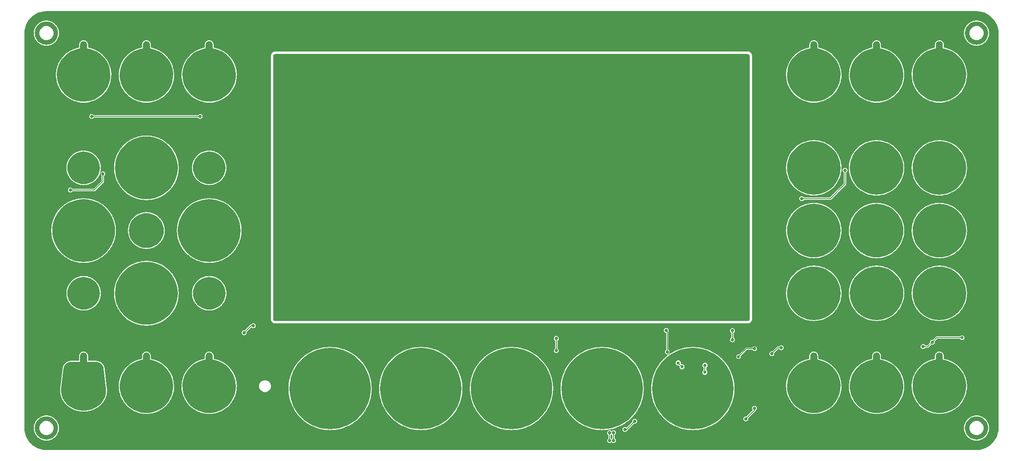
<source format=gbr>
G04 EAGLE Gerber RS-274X export*
G75*
%MOMM*%
%FSLAX34Y34*%
%LPD*%
%INTop Copper*%
%IPPOS*%
%AMOC8*
5,1,8,0,0,1.08239X$1,22.5*%
G01*
%ADD10C,0.704800*%
%ADD11C,0.200000*%
%ADD12C,0.654800*%

G36*
X1000002Y-472408D02*
X1000002Y-472408D01*
X1000003Y-472409D01*
X1006185Y-472004D01*
X1006190Y-471999D01*
X1006194Y-472002D01*
X1018137Y-468803D01*
X1018142Y-468795D01*
X1018149Y-468798D01*
X1028856Y-462616D01*
X1028859Y-462607D01*
X1028866Y-462608D01*
X1037608Y-453866D01*
X1037609Y-453856D01*
X1037616Y-453856D01*
X1043798Y-443149D01*
X1043796Y-443139D01*
X1043803Y-443137D01*
X1043834Y-443020D01*
X1043886Y-442823D01*
X1043926Y-442676D01*
X1043966Y-442528D01*
X1043979Y-442479D01*
X1044018Y-442331D01*
X1044058Y-442183D01*
X1044111Y-441986D01*
X1044150Y-441838D01*
X1044203Y-441641D01*
X1044243Y-441494D01*
X1044296Y-441297D01*
X1044335Y-441149D01*
X1044388Y-440952D01*
X1044428Y-440804D01*
X1044480Y-440607D01*
X1044520Y-440459D01*
X1044559Y-440312D01*
X1044560Y-440312D01*
X1044559Y-440312D01*
X1044573Y-440262D01*
X1044612Y-440115D01*
X1044652Y-439967D01*
X1044705Y-439770D01*
X1044744Y-439622D01*
X1044797Y-439425D01*
X1044837Y-439277D01*
X1044889Y-439080D01*
X1044929Y-438933D01*
X1044982Y-438736D01*
X1045021Y-438588D01*
X1045074Y-438391D01*
X1045114Y-438243D01*
X1045153Y-438095D01*
X1045167Y-438046D01*
X1045206Y-437898D01*
X1045246Y-437751D01*
X1045298Y-437554D01*
X1045299Y-437554D01*
X1045338Y-437406D01*
X1045391Y-437209D01*
X1045430Y-437061D01*
X1045483Y-436864D01*
X1045523Y-436716D01*
X1045576Y-436519D01*
X1045615Y-436372D01*
X1045668Y-436175D01*
X1045708Y-436027D01*
X1045747Y-435879D01*
X1045760Y-435830D01*
X1045800Y-435682D01*
X1045840Y-435534D01*
X1045853Y-435485D01*
X1045892Y-435337D01*
X1045932Y-435190D01*
X1045985Y-434993D01*
X1046024Y-434845D01*
X1046077Y-434648D01*
X1046117Y-434500D01*
X1046169Y-434303D01*
X1046209Y-434155D01*
X1046262Y-433958D01*
X1046301Y-433811D01*
X1046341Y-433663D01*
X1046354Y-433614D01*
X1046394Y-433466D01*
X1046433Y-433318D01*
X1046447Y-433269D01*
X1046486Y-433121D01*
X1046526Y-432973D01*
X1046579Y-432776D01*
X1046618Y-432629D01*
X1046671Y-432432D01*
X1046711Y-432284D01*
X1046763Y-432087D01*
X1046803Y-431939D01*
X1046856Y-431742D01*
X1046895Y-431594D01*
X1046935Y-431447D01*
X1046948Y-431397D01*
X1046988Y-431250D01*
X1047002Y-431194D01*
X1047000Y-431188D01*
X1047004Y-431185D01*
X1047409Y-425003D01*
X1047408Y-425001D01*
X1047409Y-425000D01*
X1047409Y425000D01*
X1047408Y425002D01*
X1047409Y425003D01*
X1047004Y431185D01*
X1046999Y431190D01*
X1047002Y431194D01*
X1043803Y443137D01*
X1043795Y443142D01*
X1043798Y443149D01*
X1037616Y453856D01*
X1037607Y453859D01*
X1037608Y453866D01*
X1028866Y462608D01*
X1028856Y462609D01*
X1028856Y462616D01*
X1018149Y468798D01*
X1018139Y468796D01*
X1018137Y468803D01*
X1006194Y472002D01*
X1006188Y472000D01*
X1006185Y472004D01*
X1000003Y472409D01*
X1000001Y472408D01*
X1000000Y472409D01*
X-1000000Y472409D01*
X-1000002Y472408D01*
X-1000003Y472409D01*
X-1006185Y472004D01*
X-1006190Y471999D01*
X-1006194Y472002D01*
X-1018137Y468803D01*
X-1018142Y468795D01*
X-1018149Y468798D01*
X-1028856Y462616D01*
X-1028859Y462607D01*
X-1028866Y462608D01*
X-1037608Y453866D01*
X-1037609Y453856D01*
X-1037616Y453856D01*
X-1043798Y443149D01*
X-1043796Y443139D01*
X-1043803Y443137D01*
X-1043835Y443014D01*
X-1043875Y442866D01*
X-1043888Y442817D01*
X-1043928Y442669D01*
X-1043967Y442521D01*
X-1043981Y442472D01*
X-1044020Y442324D01*
X-1044060Y442177D01*
X-1044113Y441980D01*
X-1044152Y441832D01*
X-1044205Y441635D01*
X-1044245Y441487D01*
X-1044297Y441290D01*
X-1044337Y441142D01*
X-1044390Y440945D01*
X-1044429Y440798D01*
X-1044482Y440601D01*
X-1044522Y440453D01*
X-1044561Y440305D01*
X-1044574Y440256D01*
X-1044614Y440108D01*
X-1044654Y439960D01*
X-1044706Y439763D01*
X-1044746Y439616D01*
X-1044799Y439419D01*
X-1044838Y439271D01*
X-1044891Y439074D01*
X-1044931Y438926D01*
X-1044984Y438729D01*
X-1045023Y438581D01*
X-1045076Y438384D01*
X-1045115Y438237D01*
X-1045116Y438237D01*
X-1045155Y438089D01*
X-1045168Y438040D01*
X-1045208Y437892D01*
X-1045247Y437744D01*
X-1045300Y437547D01*
X-1045340Y437399D01*
X-1045393Y437202D01*
X-1045432Y437055D01*
X-1045485Y436858D01*
X-1045525Y436710D01*
X-1045577Y436513D01*
X-1045617Y436365D01*
X-1045670Y436168D01*
X-1045709Y436020D01*
X-1045749Y435873D01*
X-1045762Y435823D01*
X-1045802Y435676D01*
X-1045841Y435528D01*
X-1045854Y435479D01*
X-1045855Y435479D01*
X-1045894Y435331D01*
X-1045934Y435183D01*
X-1045986Y434986D01*
X-1046026Y434838D01*
X-1046079Y434641D01*
X-1046118Y434494D01*
X-1046171Y434297D01*
X-1046211Y434149D01*
X-1046264Y433952D01*
X-1046303Y433804D01*
X-1046343Y433656D01*
X-1046356Y433607D01*
X-1046396Y433459D01*
X-1046435Y433312D01*
X-1046448Y433262D01*
X-1046488Y433115D01*
X-1046528Y432967D01*
X-1046580Y432770D01*
X-1046620Y432622D01*
X-1046673Y432425D01*
X-1046712Y432277D01*
X-1046765Y432080D01*
X-1046805Y431933D01*
X-1046857Y431736D01*
X-1046897Y431588D01*
X-1046937Y431440D01*
X-1046950Y431391D01*
X-1046989Y431243D01*
X-1047002Y431194D01*
X-1047002Y431193D01*
X-1047000Y431188D01*
X-1047004Y431185D01*
X-1047409Y425003D01*
X-1047408Y425001D01*
X-1047409Y425000D01*
X-1047409Y-425000D01*
X-1047408Y-425002D01*
X-1047409Y-425003D01*
X-1047004Y-431185D01*
X-1046999Y-431190D01*
X-1047002Y-431194D01*
X-1043803Y-443137D01*
X-1043795Y-443142D01*
X-1043798Y-443149D01*
X-1037616Y-453856D01*
X-1037607Y-453859D01*
X-1037608Y-453866D01*
X-1028866Y-462608D01*
X-1028856Y-462609D01*
X-1028856Y-462616D01*
X-1018149Y-468798D01*
X-1018139Y-468796D01*
X-1018137Y-468803D01*
X-1006194Y-472002D01*
X-1006188Y-472000D01*
X-1006185Y-472004D01*
X-1000003Y-472409D01*
X-1000001Y-472408D01*
X-1000000Y-472409D01*
X1000000Y-472409D01*
X1000002Y-472408D01*
G37*
%LPC*%
G36*
X-510204Y-200091D02*
X-510204Y-200091D01*
X-514887Y-197387D01*
X-517591Y-192704D01*
X-517591Y377704D01*
X-514887Y382387D01*
X-510204Y385091D01*
X510204Y385091D01*
X514887Y382387D01*
X517591Y377704D01*
X517591Y-192704D01*
X514887Y-197387D01*
X510204Y-200091D01*
X-510204Y-200091D01*
G37*
%LPD*%
G36*
X507504Y-194906D02*
X507504Y-194906D01*
X507506Y-194909D01*
X508764Y-194743D01*
X508774Y-194734D01*
X508782Y-194737D01*
X510961Y-193479D01*
X510968Y-193463D01*
X510979Y-193461D01*
X512237Y-191282D01*
X512235Y-191269D01*
X512243Y-191264D01*
X512409Y-190006D01*
X512406Y-190002D01*
X512409Y-190000D01*
X512409Y375000D01*
X512406Y375004D01*
X512409Y375006D01*
X512243Y376264D01*
X512234Y376274D01*
X512237Y376282D01*
X510979Y378461D01*
X510963Y378468D01*
X510961Y378479D01*
X508782Y379737D01*
X508769Y379735D01*
X508764Y379743D01*
X507506Y379909D01*
X507502Y379906D01*
X507500Y379909D01*
X-507500Y379909D01*
X-507504Y379906D01*
X-507506Y379909D01*
X-508764Y379743D01*
X-508774Y379734D01*
X-508782Y379737D01*
X-510961Y378479D01*
X-510968Y378463D01*
X-510979Y378461D01*
X-512237Y376282D01*
X-512235Y376269D01*
X-512243Y376264D01*
X-512409Y375006D01*
X-512406Y375002D01*
X-512409Y375000D01*
X-512409Y-190000D01*
X-512406Y-190004D01*
X-512409Y-190006D01*
X-512243Y-191264D01*
X-512234Y-191274D01*
X-512237Y-191282D01*
X-510979Y-193461D01*
X-510963Y-193468D01*
X-510961Y-193479D01*
X-508782Y-194737D01*
X-508770Y-194735D01*
X-508768Y-194738D01*
X-508767Y-194738D01*
X-508764Y-194743D01*
X-507506Y-194909D01*
X-507502Y-194906D01*
X-507500Y-194909D01*
X507500Y-194909D01*
X507504Y-194906D01*
G37*
%LPC*%
G36*
X-194997Y-429554D02*
X-194997Y-429554D01*
X-195001Y-429556D01*
X-195003Y-429554D01*
X-195733Y-429595D01*
X-195819Y-429519D01*
X-195841Y-429517D01*
X-195844Y-429513D01*
X-195849Y-429506D01*
X-204178Y-429039D01*
X-204197Y-429051D01*
X-204210Y-429048D01*
X-204303Y-429114D01*
X-205024Y-428991D01*
X-205028Y-428993D01*
X-205030Y-428991D01*
X-205760Y-428950D01*
X-205836Y-428864D01*
X-205859Y-428860D01*
X-205865Y-428848D01*
X-214090Y-427451D01*
X-214110Y-427462D01*
X-214122Y-427456D01*
X-214222Y-427512D01*
X-214925Y-427309D01*
X-214929Y-427311D01*
X-214930Y-427308D01*
X-215652Y-427186D01*
X-215718Y-427092D01*
X-215740Y-427085D01*
X-215744Y-427073D01*
X-223761Y-424764D01*
X-223782Y-424772D01*
X-223793Y-424766D01*
X-223899Y-424809D01*
X-224575Y-424530D01*
X-224579Y-424531D01*
X-224581Y-424528D01*
X-225283Y-424325D01*
X-225339Y-424225D01*
X-225360Y-424216D01*
X-225363Y-424203D01*
X-233071Y-421011D01*
X-233093Y-421016D01*
X-233103Y-421009D01*
X-233213Y-421041D01*
X-233854Y-420687D01*
X-233858Y-420687D01*
X-233858Y-420684D01*
X-234534Y-420404D01*
X-234578Y-420298D01*
X-234598Y-420287D01*
X-234600Y-420274D01*
X-241902Y-416239D01*
X-241924Y-416242D01*
X-241934Y-416233D01*
X-242047Y-416252D01*
X-242643Y-415829D01*
X-242648Y-415829D01*
X-242648Y-415826D01*
X-243288Y-415472D01*
X-243320Y-415362D01*
X-243338Y-415348D01*
X-243339Y-415336D01*
X-250143Y-410508D01*
X-250162Y-410509D01*
X-250167Y-410502D01*
X-250171Y-410502D01*
X-250174Y-410499D01*
X-250289Y-410505D01*
X-250834Y-410018D01*
X-250838Y-410018D01*
X-250838Y-410015D01*
X-251435Y-409591D01*
X-251454Y-409478D01*
X-251471Y-409462D01*
X-251470Y-409450D01*
X-257690Y-403891D01*
X-257713Y-403889D01*
X-257720Y-403878D01*
X-257835Y-403872D01*
X-258322Y-403326D01*
X-258327Y-403325D01*
X-258326Y-403322D01*
X-258872Y-402835D01*
X-258878Y-402720D01*
X-258893Y-402703D01*
X-258891Y-402690D01*
X-264450Y-396470D01*
X-264472Y-396465D01*
X-264478Y-396454D01*
X-264591Y-396435D01*
X-265015Y-395838D01*
X-265019Y-395837D01*
X-265018Y-395834D01*
X-265505Y-395289D01*
X-265499Y-395174D01*
X-265512Y-395155D01*
X-265508Y-395143D01*
X-270336Y-388339D01*
X-270358Y-388332D01*
X-270362Y-388320D01*
X-270472Y-388288D01*
X-270826Y-387648D01*
X-270830Y-387646D01*
X-270829Y-387643D01*
X-271252Y-387047D01*
X-271233Y-386934D01*
X-271244Y-386913D01*
X-271239Y-386902D01*
X-275274Y-379600D01*
X-275295Y-379591D01*
X-275298Y-379578D01*
X-275404Y-379534D01*
X-275684Y-378858D01*
X-275688Y-378856D01*
X-275687Y-378854D01*
X-276041Y-378213D01*
X-276039Y-378207D01*
X-276025Y-378158D01*
X-276010Y-378109D01*
X-276009Y-378103D01*
X-276017Y-378082D01*
X-276011Y-378071D01*
X-279203Y-370363D01*
X-279223Y-370351D01*
X-279225Y-370339D01*
X-279325Y-370283D01*
X-279528Y-369581D01*
X-279531Y-369578D01*
X-279530Y-369575D01*
X-279809Y-368899D01*
X-279766Y-368793D01*
X-279771Y-368771D01*
X-279764Y-368761D01*
X-282073Y-360744D01*
X-282092Y-360731D01*
X-282092Y-360718D01*
X-282186Y-360652D01*
X-282308Y-359930D01*
X-282311Y-359927D01*
X-282309Y-359925D01*
X-282512Y-359222D01*
X-282456Y-359122D01*
X-282459Y-359102D01*
X-282454Y-359098D01*
X-282457Y-359096D01*
X-282451Y-359090D01*
X-283848Y-350865D01*
X-283865Y-350849D01*
X-283864Y-350836D01*
X-283950Y-350760D01*
X-283991Y-350030D01*
X-283993Y-350026D01*
X-283991Y-350024D01*
X-284114Y-349303D01*
X-284048Y-349210D01*
X-284048Y-349202D01*
X-284044Y-349199D01*
X-284048Y-349193D01*
X-284048Y-349187D01*
X-284039Y-349178D01*
X-284506Y-340849D01*
X-284521Y-340831D01*
X-284519Y-340819D01*
X-284595Y-340733D01*
X-284554Y-340003D01*
X-284556Y-339999D01*
X-284554Y-339997D01*
X-284595Y-339267D01*
X-284519Y-339181D01*
X-284517Y-339159D01*
X-284509Y-339153D01*
X-284506Y-339151D01*
X-284039Y-330822D01*
X-284051Y-330803D01*
X-284048Y-330790D01*
X-284114Y-330697D01*
X-283991Y-329976D01*
X-283993Y-329972D01*
X-283991Y-329970D01*
X-283950Y-329240D01*
X-283864Y-329164D01*
X-283860Y-329141D01*
X-283848Y-329135D01*
X-282451Y-320910D01*
X-282462Y-320890D01*
X-282456Y-320878D01*
X-282512Y-320778D01*
X-282499Y-320733D01*
X-282485Y-320683D01*
X-282470Y-320634D01*
X-282456Y-320585D01*
X-282442Y-320536D01*
X-282428Y-320486D01*
X-282414Y-320437D01*
X-282400Y-320388D01*
X-282385Y-320339D01*
X-282371Y-320289D01*
X-282357Y-320240D01*
X-282343Y-320191D01*
X-282329Y-320142D01*
X-282314Y-320092D01*
X-282309Y-320075D01*
X-282311Y-320071D01*
X-282308Y-320070D01*
X-282186Y-319348D01*
X-282092Y-319282D01*
X-282087Y-319265D01*
X-282074Y-319256D01*
X-282073Y-319256D01*
X-281960Y-318861D01*
X-281945Y-318812D01*
X-281931Y-318763D01*
X-281917Y-318713D01*
X-281903Y-318664D01*
X-281889Y-318615D01*
X-281875Y-318566D01*
X-281860Y-318516D01*
X-281846Y-318467D01*
X-281832Y-318418D01*
X-281818Y-318369D01*
X-281804Y-318319D01*
X-281789Y-318270D01*
X-281775Y-318221D01*
X-281761Y-318172D01*
X-281747Y-318122D01*
X-281733Y-318073D01*
X-281562Y-317482D01*
X-281548Y-317433D01*
X-281534Y-317384D01*
X-281520Y-317334D01*
X-281506Y-317285D01*
X-281491Y-317236D01*
X-281477Y-317187D01*
X-281463Y-317137D01*
X-281449Y-317088D01*
X-281435Y-317039D01*
X-281421Y-316990D01*
X-281420Y-316990D01*
X-281421Y-316990D01*
X-281406Y-316940D01*
X-281392Y-316891D01*
X-281378Y-316842D01*
X-281364Y-316793D01*
X-281350Y-316743D01*
X-281335Y-316694D01*
X-281165Y-316103D01*
X-281151Y-316054D01*
X-281137Y-316005D01*
X-281123Y-315955D01*
X-281108Y-315906D01*
X-281094Y-315857D01*
X-281080Y-315808D01*
X-281066Y-315758D01*
X-281052Y-315709D01*
X-281037Y-315660D01*
X-281023Y-315611D01*
X-281009Y-315561D01*
X-280995Y-315512D01*
X-280981Y-315463D01*
X-280966Y-315414D01*
X-280952Y-315364D01*
X-280938Y-315315D01*
X-280768Y-314724D01*
X-280754Y-314675D01*
X-280739Y-314626D01*
X-280725Y-314576D01*
X-280711Y-314527D01*
X-280697Y-314478D01*
X-280683Y-314429D01*
X-280669Y-314379D01*
X-280668Y-314379D01*
X-280669Y-314379D01*
X-280654Y-314330D01*
X-280640Y-314281D01*
X-280626Y-314232D01*
X-280612Y-314182D01*
X-280598Y-314133D01*
X-280583Y-314084D01*
X-280569Y-314035D01*
X-280555Y-313985D01*
X-280541Y-313936D01*
X-280371Y-313345D01*
X-280356Y-313296D01*
X-280342Y-313247D01*
X-280328Y-313197D01*
X-280314Y-313148D01*
X-280300Y-313099D01*
X-280285Y-313050D01*
X-280271Y-313000D01*
X-280257Y-312951D01*
X-280243Y-312902D01*
X-280229Y-312853D01*
X-280214Y-312803D01*
X-280200Y-312754D01*
X-280186Y-312705D01*
X-280172Y-312656D01*
X-280158Y-312606D01*
X-280144Y-312557D01*
X-279987Y-312015D01*
X-279973Y-311966D01*
X-279959Y-311917D01*
X-279945Y-311868D01*
X-279931Y-311818D01*
X-279917Y-311769D01*
X-279916Y-311769D01*
X-279917Y-311769D01*
X-279902Y-311720D01*
X-279888Y-311671D01*
X-279874Y-311621D01*
X-279860Y-311572D01*
X-279846Y-311523D01*
X-279831Y-311474D01*
X-279817Y-311424D01*
X-279803Y-311375D01*
X-279789Y-311326D01*
X-279775Y-311277D01*
X-279764Y-311239D01*
X-279772Y-311218D01*
X-279766Y-311207D01*
X-279809Y-311101D01*
X-279530Y-310425D01*
X-279531Y-310421D01*
X-279528Y-310419D01*
X-279462Y-310193D01*
X-279448Y-310144D01*
X-279434Y-310095D01*
X-279420Y-310045D01*
X-279406Y-309996D01*
X-279392Y-309947D01*
X-279377Y-309898D01*
X-279363Y-309848D01*
X-279349Y-309799D01*
X-279335Y-309750D01*
X-279325Y-309717D01*
X-279225Y-309661D01*
X-279216Y-309640D01*
X-279203Y-309637D01*
X-276011Y-301929D01*
X-276013Y-301921D01*
X-276010Y-301919D01*
X-276015Y-301913D01*
X-276016Y-301907D01*
X-276009Y-301897D01*
X-276041Y-301787D01*
X-275687Y-301146D01*
X-275687Y-301142D01*
X-275684Y-301142D01*
X-275404Y-300466D01*
X-275298Y-300422D01*
X-275287Y-300402D01*
X-275274Y-300400D01*
X-271239Y-293098D01*
X-271242Y-293076D01*
X-271233Y-293066D01*
X-271252Y-292953D01*
X-270829Y-292357D01*
X-270829Y-292352D01*
X-270826Y-292352D01*
X-270472Y-291712D01*
X-270362Y-291680D01*
X-270348Y-291662D01*
X-270336Y-291661D01*
X-265508Y-284857D01*
X-265509Y-284835D01*
X-265501Y-284829D01*
X-265502Y-284829D01*
X-265499Y-284826D01*
X-265505Y-284712D01*
X-265018Y-284166D01*
X-265018Y-284162D01*
X-265015Y-284162D01*
X-264591Y-283565D01*
X-264478Y-283546D01*
X-264462Y-283529D01*
X-264450Y-283530D01*
X-258891Y-277310D01*
X-258890Y-277299D01*
X-258883Y-277294D01*
X-258889Y-277287D01*
X-258878Y-277280D01*
X-258872Y-277165D01*
X-258326Y-276678D01*
X-258325Y-276673D01*
X-258322Y-276674D01*
X-257835Y-276128D01*
X-257720Y-276122D01*
X-257703Y-276107D01*
X-257690Y-276109D01*
X-251470Y-270550D01*
X-251465Y-270528D01*
X-251454Y-270522D01*
X-251435Y-270409D01*
X-250838Y-269985D01*
X-250837Y-269981D01*
X-250834Y-269982D01*
X-250288Y-269495D01*
X-250174Y-269501D01*
X-250171Y-269499D01*
X-250169Y-269499D01*
X-250154Y-269488D01*
X-250143Y-269492D01*
X-243339Y-264664D01*
X-243333Y-264647D01*
X-243322Y-264639D01*
X-243320Y-264638D01*
X-243320Y-264637D01*
X-243306Y-264588D01*
X-243305Y-264588D01*
X-243306Y-264588D01*
X-243291Y-264538D01*
X-243288Y-264528D01*
X-242648Y-264174D01*
X-242646Y-264170D01*
X-242643Y-264171D01*
X-242047Y-263748D01*
X-241934Y-263767D01*
X-241913Y-263756D01*
X-241902Y-263761D01*
X-234600Y-259726D01*
X-234591Y-259705D01*
X-234578Y-259702D01*
X-234534Y-259596D01*
X-233858Y-259316D01*
X-233856Y-259312D01*
X-233854Y-259313D01*
X-233213Y-258959D01*
X-233103Y-258991D01*
X-233082Y-258983D01*
X-233071Y-258989D01*
X-225363Y-255797D01*
X-225351Y-255777D01*
X-225339Y-255775D01*
X-225283Y-255675D01*
X-224581Y-255472D01*
X-224578Y-255469D01*
X-224575Y-255470D01*
X-223899Y-255191D01*
X-223793Y-255234D01*
X-223771Y-255229D01*
X-223761Y-255236D01*
X-215744Y-252927D01*
X-215731Y-252908D01*
X-215718Y-252908D01*
X-215652Y-252814D01*
X-214930Y-252692D01*
X-214927Y-252689D01*
X-214925Y-252691D01*
X-214222Y-252488D01*
X-214122Y-252544D01*
X-214099Y-252540D01*
X-214090Y-252549D01*
X-205865Y-251152D01*
X-205849Y-251135D01*
X-205836Y-251136D01*
X-205760Y-251050D01*
X-205030Y-251009D01*
X-205026Y-251007D01*
X-205024Y-251009D01*
X-204303Y-250886D01*
X-204210Y-250952D01*
X-204187Y-250952D01*
X-204178Y-250961D01*
X-195849Y-250494D01*
X-195831Y-250479D01*
X-195819Y-250481D01*
X-195733Y-250405D01*
X-195003Y-250446D01*
X-194999Y-250444D01*
X-194997Y-250446D01*
X-194267Y-250405D01*
X-194181Y-250481D01*
X-194158Y-250483D01*
X-194151Y-250494D01*
X-185822Y-250961D01*
X-185803Y-250949D01*
X-185790Y-250952D01*
X-185697Y-250886D01*
X-184976Y-251009D01*
X-184972Y-251007D01*
X-184970Y-251009D01*
X-184240Y-251050D01*
X-184164Y-251136D01*
X-184141Y-251140D01*
X-184135Y-251152D01*
X-175910Y-252549D01*
X-175890Y-252538D01*
X-175878Y-252544D01*
X-175778Y-252488D01*
X-175075Y-252691D01*
X-175071Y-252689D01*
X-175070Y-252692D01*
X-174348Y-252814D01*
X-174282Y-252908D01*
X-174260Y-252915D01*
X-174256Y-252927D01*
X-166239Y-255236D01*
X-166218Y-255228D01*
X-166207Y-255234D01*
X-166101Y-255191D01*
X-165425Y-255470D01*
X-165421Y-255469D01*
X-165419Y-255472D01*
X-164717Y-255675D01*
X-164661Y-255775D01*
X-164640Y-255784D01*
X-164637Y-255797D01*
X-156929Y-258989D01*
X-156907Y-258984D01*
X-156897Y-258991D01*
X-156787Y-258959D01*
X-156146Y-259313D01*
X-156142Y-259313D01*
X-156142Y-259316D01*
X-155466Y-259596D01*
X-155422Y-259702D01*
X-155402Y-259713D01*
X-155400Y-259726D01*
X-148098Y-263761D01*
X-148076Y-263758D01*
X-148066Y-263767D01*
X-147953Y-263748D01*
X-147357Y-264171D01*
X-147352Y-264171D01*
X-147352Y-264174D01*
X-146712Y-264528D01*
X-146680Y-264638D01*
X-146662Y-264652D01*
X-146661Y-264664D01*
X-139857Y-269492D01*
X-139837Y-269491D01*
X-139831Y-269499D01*
X-139828Y-269499D01*
X-139826Y-269501D01*
X-139712Y-269495D01*
X-139166Y-269982D01*
X-139162Y-269982D01*
X-139162Y-269986D01*
X-138565Y-270409D01*
X-138546Y-270522D01*
X-138529Y-270538D01*
X-138530Y-270550D01*
X-132310Y-276109D01*
X-132287Y-276111D01*
X-132280Y-276122D01*
X-132165Y-276128D01*
X-131678Y-276674D01*
X-131673Y-276675D01*
X-131674Y-276678D01*
X-131128Y-277165D01*
X-131122Y-277280D01*
X-131107Y-277297D01*
X-131109Y-277310D01*
X-125550Y-283530D01*
X-125528Y-283535D01*
X-125522Y-283546D01*
X-125409Y-283565D01*
X-124985Y-284162D01*
X-124981Y-284163D01*
X-124982Y-284166D01*
X-124495Y-284712D01*
X-124501Y-284826D01*
X-124488Y-284845D01*
X-124492Y-284857D01*
X-119664Y-291661D01*
X-119642Y-291668D01*
X-119638Y-291680D01*
X-119528Y-291712D01*
X-119174Y-292352D01*
X-119170Y-292354D01*
X-119171Y-292357D01*
X-118748Y-292953D01*
X-118767Y-293066D01*
X-118756Y-293087D01*
X-118761Y-293098D01*
X-114726Y-300400D01*
X-114705Y-300409D01*
X-114702Y-300422D01*
X-114596Y-300466D01*
X-114316Y-301142D01*
X-114312Y-301144D01*
X-114313Y-301146D01*
X-113959Y-301787D01*
X-113962Y-301794D01*
X-113976Y-301843D01*
X-113990Y-301892D01*
X-113991Y-301897D01*
X-113983Y-301918D01*
X-113989Y-301929D01*
X-110797Y-309637D01*
X-110777Y-309649D01*
X-110775Y-309661D01*
X-110675Y-309717D01*
X-110472Y-310419D01*
X-110469Y-310422D01*
X-110470Y-310425D01*
X-110191Y-311101D01*
X-110234Y-311207D01*
X-110229Y-311229D01*
X-110236Y-311239D01*
X-107927Y-319256D01*
X-107908Y-319269D01*
X-107908Y-319282D01*
X-107814Y-319348D01*
X-107692Y-320070D01*
X-107689Y-320073D01*
X-107691Y-320075D01*
X-107488Y-320778D01*
X-107544Y-320878D01*
X-107540Y-320899D01*
X-107545Y-320903D01*
X-107544Y-320905D01*
X-107549Y-320910D01*
X-106152Y-329135D01*
X-106135Y-329151D01*
X-106136Y-329164D01*
X-106050Y-329240D01*
X-106009Y-329970D01*
X-106007Y-329974D01*
X-106009Y-329976D01*
X-105886Y-330697D01*
X-105952Y-330790D01*
X-105952Y-330798D01*
X-105957Y-330802D01*
X-105952Y-330809D01*
X-105952Y-330813D01*
X-105961Y-330822D01*
X-105494Y-339151D01*
X-105479Y-339169D01*
X-105481Y-339181D01*
X-105405Y-339267D01*
X-105446Y-339997D01*
X-105444Y-340001D01*
X-105446Y-340003D01*
X-105405Y-340733D01*
X-105481Y-340819D01*
X-105483Y-340841D01*
X-105494Y-340849D01*
X-105961Y-349178D01*
X-105949Y-349197D01*
X-105952Y-349210D01*
X-105886Y-349303D01*
X-106009Y-350024D01*
X-106007Y-350028D01*
X-106009Y-350030D01*
X-106050Y-350760D01*
X-106136Y-350836D01*
X-106140Y-350859D01*
X-106152Y-350865D01*
X-107549Y-359090D01*
X-107538Y-359110D01*
X-107544Y-359122D01*
X-107488Y-359222D01*
X-107587Y-359564D01*
X-107601Y-359613D01*
X-107615Y-359663D01*
X-107629Y-359712D01*
X-107643Y-359761D01*
X-107658Y-359810D01*
X-107672Y-359860D01*
X-107686Y-359909D01*
X-107691Y-359925D01*
X-107689Y-359929D01*
X-107692Y-359930D01*
X-107814Y-360652D01*
X-107908Y-360718D01*
X-107914Y-360736D01*
X-107923Y-360743D01*
X-107927Y-360744D01*
X-107927Y-360746D01*
X-107941Y-360795D01*
X-107956Y-360845D01*
X-108112Y-361386D01*
X-108126Y-361436D01*
X-108140Y-361485D01*
X-108154Y-361534D01*
X-108168Y-361583D01*
X-108183Y-361633D01*
X-108197Y-361682D01*
X-108211Y-361731D01*
X-108225Y-361780D01*
X-108239Y-361830D01*
X-108254Y-361879D01*
X-108268Y-361928D01*
X-108282Y-361977D01*
X-108296Y-362027D01*
X-108310Y-362076D01*
X-108324Y-362125D01*
X-108339Y-362174D01*
X-108353Y-362224D01*
X-108509Y-362765D01*
X-108523Y-362815D01*
X-108537Y-362864D01*
X-108551Y-362913D01*
X-108552Y-362913D01*
X-108551Y-362913D01*
X-108566Y-362962D01*
X-108580Y-363012D01*
X-108594Y-363061D01*
X-108608Y-363110D01*
X-108622Y-363159D01*
X-108637Y-363209D01*
X-108651Y-363258D01*
X-108665Y-363307D01*
X-108679Y-363356D01*
X-108693Y-363406D01*
X-108708Y-363455D01*
X-108722Y-363504D01*
X-108736Y-363553D01*
X-108906Y-364144D01*
X-108920Y-364194D01*
X-108935Y-364243D01*
X-108949Y-364292D01*
X-108963Y-364341D01*
X-108977Y-364391D01*
X-108991Y-364440D01*
X-109006Y-364489D01*
X-109020Y-364538D01*
X-109034Y-364588D01*
X-109048Y-364637D01*
X-109062Y-364686D01*
X-109076Y-364735D01*
X-109091Y-364785D01*
X-109105Y-364834D01*
X-109119Y-364883D01*
X-109133Y-364932D01*
X-109303Y-365523D01*
X-109304Y-365523D01*
X-109303Y-365523D01*
X-109318Y-365573D01*
X-109332Y-365622D01*
X-109346Y-365671D01*
X-109360Y-365720D01*
X-109374Y-365770D01*
X-109389Y-365819D01*
X-109403Y-365868D01*
X-109417Y-365917D01*
X-109431Y-365967D01*
X-109445Y-366016D01*
X-109460Y-366065D01*
X-109474Y-366114D01*
X-109488Y-366164D01*
X-109502Y-366213D01*
X-109516Y-366262D01*
X-109530Y-366311D01*
X-109531Y-366311D01*
X-109701Y-366902D01*
X-109715Y-366952D01*
X-109729Y-367001D01*
X-109743Y-367050D01*
X-109758Y-367099D01*
X-109772Y-367149D01*
X-109786Y-367198D01*
X-109800Y-367247D01*
X-109814Y-367296D01*
X-109828Y-367346D01*
X-109843Y-367395D01*
X-109857Y-367444D01*
X-109871Y-367493D01*
X-109885Y-367543D01*
X-109899Y-367592D01*
X-109914Y-367641D01*
X-109928Y-367690D01*
X-110098Y-368281D01*
X-110112Y-368331D01*
X-110126Y-368380D01*
X-110141Y-368429D01*
X-110155Y-368478D01*
X-110169Y-368528D01*
X-110183Y-368577D01*
X-110197Y-368626D01*
X-110212Y-368675D01*
X-110226Y-368725D01*
X-110236Y-368761D01*
X-110228Y-368782D01*
X-110234Y-368793D01*
X-110191Y-368899D01*
X-110470Y-369575D01*
X-110469Y-369579D01*
X-110472Y-369581D01*
X-110637Y-370153D01*
X-110651Y-370202D01*
X-110666Y-370251D01*
X-110675Y-370283D01*
X-110775Y-370339D01*
X-110784Y-370360D01*
X-110797Y-370363D01*
X-113989Y-378071D01*
X-113987Y-378080D01*
X-113990Y-378082D01*
X-113985Y-378089D01*
X-113984Y-378093D01*
X-113991Y-378103D01*
X-113959Y-378213D01*
X-114313Y-378854D01*
X-114313Y-378858D01*
X-114316Y-378858D01*
X-114596Y-379534D01*
X-114702Y-379578D01*
X-114713Y-379598D01*
X-114726Y-379600D01*
X-118761Y-386902D01*
X-118758Y-386924D01*
X-118767Y-386934D01*
X-118748Y-387047D01*
X-119171Y-387643D01*
X-119171Y-387648D01*
X-119174Y-387648D01*
X-119528Y-388288D01*
X-119638Y-388320D01*
X-119652Y-388338D01*
X-119664Y-388339D01*
X-124492Y-395143D01*
X-124491Y-395166D01*
X-124501Y-395174D01*
X-124495Y-395288D01*
X-124982Y-395834D01*
X-124982Y-395838D01*
X-124985Y-395838D01*
X-125409Y-396435D01*
X-125522Y-396454D01*
X-125538Y-396471D01*
X-125550Y-396470D01*
X-131109Y-402690D01*
X-131110Y-402702D01*
X-131118Y-402707D01*
X-131112Y-402714D01*
X-131122Y-402720D01*
X-131128Y-402835D01*
X-131674Y-403322D01*
X-131675Y-403327D01*
X-131678Y-403326D01*
X-132165Y-403872D01*
X-132280Y-403878D01*
X-132297Y-403893D01*
X-132310Y-403891D01*
X-138530Y-409450D01*
X-138535Y-409472D01*
X-138546Y-409478D01*
X-138565Y-409591D01*
X-139162Y-410015D01*
X-139163Y-410019D01*
X-139166Y-410018D01*
X-139712Y-410505D01*
X-139826Y-410499D01*
X-139831Y-410502D01*
X-139833Y-410502D01*
X-139846Y-410512D01*
X-139857Y-410508D01*
X-146661Y-415336D01*
X-146667Y-415354D01*
X-146675Y-415360D01*
X-146680Y-415362D01*
X-146681Y-415364D01*
X-146695Y-415414D01*
X-146712Y-415472D01*
X-147352Y-415826D01*
X-147354Y-415830D01*
X-147357Y-415829D01*
X-147953Y-416252D01*
X-148066Y-416233D01*
X-148087Y-416244D01*
X-148098Y-416239D01*
X-155400Y-420274D01*
X-155409Y-420295D01*
X-155422Y-420298D01*
X-155466Y-420404D01*
X-156142Y-420684D01*
X-156144Y-420688D01*
X-156146Y-420687D01*
X-156787Y-421041D01*
X-156897Y-421009D01*
X-156918Y-421017D01*
X-156929Y-421011D01*
X-164637Y-424203D01*
X-164649Y-424223D01*
X-164661Y-424225D01*
X-164717Y-424325D01*
X-165419Y-424528D01*
X-165422Y-424531D01*
X-165425Y-424530D01*
X-166101Y-424809D01*
X-166207Y-424766D01*
X-166229Y-424771D01*
X-166239Y-424764D01*
X-174256Y-427073D01*
X-174269Y-427092D01*
X-174282Y-427092D01*
X-174348Y-427186D01*
X-175070Y-427308D01*
X-175073Y-427311D01*
X-175075Y-427309D01*
X-175778Y-427512D01*
X-175878Y-427456D01*
X-175901Y-427460D01*
X-175910Y-427451D01*
X-184135Y-428848D01*
X-184151Y-428865D01*
X-184164Y-428864D01*
X-184240Y-428950D01*
X-184970Y-428991D01*
X-184974Y-428993D01*
X-184976Y-428991D01*
X-185697Y-429114D01*
X-185790Y-429048D01*
X-185813Y-429048D01*
X-185822Y-429039D01*
X-194151Y-429506D01*
X-194169Y-429521D01*
X-194181Y-429519D01*
X-194267Y-429595D01*
X-194997Y-429554D01*
G37*
%LPD*%
%LPC*%
G36*
X390003Y-429554D02*
X390003Y-429554D01*
X389999Y-429556D01*
X389997Y-429554D01*
X389267Y-429595D01*
X389181Y-429519D01*
X389159Y-429517D01*
X389156Y-429513D01*
X389151Y-429506D01*
X380822Y-429039D01*
X380803Y-429051D01*
X380790Y-429048D01*
X380697Y-429114D01*
X379976Y-428991D01*
X379972Y-428993D01*
X379970Y-428991D01*
X379240Y-428950D01*
X379164Y-428864D01*
X379141Y-428860D01*
X379135Y-428848D01*
X370910Y-427451D01*
X370890Y-427462D01*
X370878Y-427456D01*
X370778Y-427512D01*
X370075Y-427309D01*
X370071Y-427311D01*
X370070Y-427308D01*
X369348Y-427186D01*
X369282Y-427092D01*
X369260Y-427085D01*
X369256Y-427073D01*
X361239Y-424764D01*
X361218Y-424772D01*
X361207Y-424766D01*
X361101Y-424809D01*
X360425Y-424530D01*
X360421Y-424531D01*
X360419Y-424528D01*
X359717Y-424325D01*
X359661Y-424225D01*
X359640Y-424216D01*
X359637Y-424203D01*
X351929Y-421011D01*
X351907Y-421016D01*
X351897Y-421009D01*
X351787Y-421041D01*
X351146Y-420687D01*
X351142Y-420687D01*
X351142Y-420684D01*
X350466Y-420404D01*
X350422Y-420298D01*
X350402Y-420287D01*
X350400Y-420274D01*
X343098Y-416239D01*
X343076Y-416242D01*
X343066Y-416233D01*
X342953Y-416252D01*
X342357Y-415829D01*
X342352Y-415829D01*
X342352Y-415826D01*
X341712Y-415472D01*
X341680Y-415362D01*
X341662Y-415348D01*
X341661Y-415336D01*
X334857Y-410508D01*
X334838Y-410509D01*
X334833Y-410502D01*
X334829Y-410502D01*
X334826Y-410499D01*
X334711Y-410505D01*
X334166Y-410018D01*
X334162Y-410018D01*
X334162Y-410015D01*
X333565Y-409591D01*
X333546Y-409478D01*
X333529Y-409462D01*
X333530Y-409450D01*
X327310Y-403891D01*
X327287Y-403889D01*
X327280Y-403878D01*
X327165Y-403872D01*
X326678Y-403326D01*
X326673Y-403325D01*
X326674Y-403322D01*
X326128Y-402835D01*
X326122Y-402720D01*
X326107Y-402703D01*
X326109Y-402690D01*
X320550Y-396470D01*
X320528Y-396465D01*
X320522Y-396454D01*
X320409Y-396435D01*
X319985Y-395838D01*
X319981Y-395837D01*
X319982Y-395834D01*
X319495Y-395288D01*
X319501Y-395174D01*
X319488Y-395155D01*
X319492Y-395143D01*
X314664Y-388339D01*
X314642Y-388332D01*
X314638Y-388320D01*
X314528Y-388288D01*
X314174Y-387648D01*
X314170Y-387646D01*
X314171Y-387643D01*
X313748Y-387047D01*
X313767Y-386934D01*
X313756Y-386913D01*
X313761Y-386902D01*
X309726Y-379600D01*
X309705Y-379591D01*
X309702Y-379578D01*
X309596Y-379534D01*
X309316Y-378858D01*
X309312Y-378856D01*
X309313Y-378854D01*
X308959Y-378213D01*
X308961Y-378207D01*
X308975Y-378158D01*
X308990Y-378109D01*
X308991Y-378103D01*
X308983Y-378082D01*
X308989Y-378071D01*
X305797Y-370363D01*
X305777Y-370351D01*
X305775Y-370339D01*
X305675Y-370283D01*
X305472Y-369581D01*
X305469Y-369578D01*
X305470Y-369575D01*
X305191Y-368899D01*
X305234Y-368793D01*
X305229Y-368771D01*
X305236Y-368761D01*
X302927Y-360744D01*
X302908Y-360731D01*
X302908Y-360718D01*
X302814Y-360652D01*
X302692Y-359930D01*
X302689Y-359927D01*
X302691Y-359925D01*
X302488Y-359222D01*
X302544Y-359122D01*
X302541Y-359102D01*
X302546Y-359098D01*
X302543Y-359096D01*
X302549Y-359090D01*
X301152Y-350865D01*
X301135Y-350849D01*
X301136Y-350836D01*
X301050Y-350760D01*
X301009Y-350030D01*
X301007Y-350026D01*
X301009Y-350024D01*
X300886Y-349303D01*
X300952Y-349210D01*
X300952Y-349202D01*
X300956Y-349199D01*
X300952Y-349193D01*
X300952Y-349187D01*
X300961Y-349178D01*
X300494Y-340849D01*
X300479Y-340831D01*
X300481Y-340819D01*
X300405Y-340733D01*
X300446Y-340003D01*
X300444Y-339999D01*
X300446Y-339997D01*
X300405Y-339267D01*
X300481Y-339181D01*
X300483Y-339159D01*
X300491Y-339153D01*
X300494Y-339151D01*
X300961Y-330822D01*
X300949Y-330803D01*
X300952Y-330790D01*
X300886Y-330697D01*
X301009Y-329976D01*
X301007Y-329972D01*
X301009Y-329970D01*
X301050Y-329240D01*
X301136Y-329164D01*
X301140Y-329141D01*
X301152Y-329135D01*
X302549Y-320910D01*
X302538Y-320890D01*
X302544Y-320878D01*
X302488Y-320778D01*
X302501Y-320733D01*
X302515Y-320683D01*
X302530Y-320634D01*
X302544Y-320585D01*
X302558Y-320536D01*
X302572Y-320486D01*
X302586Y-320437D01*
X302600Y-320388D01*
X302615Y-320339D01*
X302629Y-320289D01*
X302643Y-320240D01*
X302657Y-320191D01*
X302671Y-320142D01*
X302686Y-320092D01*
X302691Y-320075D01*
X302689Y-320071D01*
X302692Y-320070D01*
X302814Y-319348D01*
X302908Y-319282D01*
X302913Y-319265D01*
X302926Y-319256D01*
X302927Y-319256D01*
X303040Y-318861D01*
X303055Y-318812D01*
X303069Y-318763D01*
X303083Y-318713D01*
X303097Y-318664D01*
X303111Y-318615D01*
X303125Y-318566D01*
X303140Y-318516D01*
X303154Y-318467D01*
X303168Y-318418D01*
X303182Y-318369D01*
X303196Y-318319D01*
X303211Y-318270D01*
X303225Y-318221D01*
X303239Y-318172D01*
X303253Y-318122D01*
X303267Y-318073D01*
X303438Y-317482D01*
X303452Y-317433D01*
X303466Y-317384D01*
X303480Y-317334D01*
X303494Y-317285D01*
X303509Y-317236D01*
X303523Y-317187D01*
X303537Y-317137D01*
X303551Y-317088D01*
X303565Y-317039D01*
X303579Y-316990D01*
X303580Y-316990D01*
X303579Y-316990D01*
X303594Y-316940D01*
X303608Y-316891D01*
X303622Y-316842D01*
X303636Y-316793D01*
X303650Y-316743D01*
X303665Y-316694D01*
X303835Y-316103D01*
X303849Y-316054D01*
X303863Y-316005D01*
X303877Y-315955D01*
X303892Y-315906D01*
X303906Y-315857D01*
X303920Y-315808D01*
X303934Y-315758D01*
X303948Y-315709D01*
X303963Y-315660D01*
X303977Y-315611D01*
X303991Y-315561D01*
X304005Y-315512D01*
X304019Y-315463D01*
X304034Y-315414D01*
X304048Y-315364D01*
X304062Y-315315D01*
X304232Y-314724D01*
X304246Y-314675D01*
X304261Y-314626D01*
X304275Y-314576D01*
X304289Y-314527D01*
X304303Y-314478D01*
X304317Y-314429D01*
X304331Y-314379D01*
X304332Y-314379D01*
X304331Y-314379D01*
X304346Y-314330D01*
X304360Y-314281D01*
X304374Y-314232D01*
X304388Y-314182D01*
X304402Y-314133D01*
X304417Y-314084D01*
X304431Y-314035D01*
X304445Y-313985D01*
X304459Y-313936D01*
X304629Y-313345D01*
X304644Y-313296D01*
X304658Y-313247D01*
X304672Y-313197D01*
X304686Y-313148D01*
X304700Y-313099D01*
X304715Y-313050D01*
X304729Y-313000D01*
X304743Y-312951D01*
X304757Y-312902D01*
X304771Y-312853D01*
X304786Y-312803D01*
X304800Y-312754D01*
X304814Y-312705D01*
X304828Y-312656D01*
X304842Y-312606D01*
X304856Y-312557D01*
X305013Y-312015D01*
X305027Y-311966D01*
X305041Y-311917D01*
X305055Y-311868D01*
X305069Y-311818D01*
X305083Y-311769D01*
X305084Y-311769D01*
X305083Y-311769D01*
X305098Y-311720D01*
X305112Y-311671D01*
X305126Y-311621D01*
X305140Y-311572D01*
X305154Y-311523D01*
X305169Y-311474D01*
X305183Y-311424D01*
X305197Y-311375D01*
X305211Y-311326D01*
X305225Y-311277D01*
X305236Y-311239D01*
X305228Y-311218D01*
X305234Y-311207D01*
X305191Y-311101D01*
X305470Y-310425D01*
X305469Y-310421D01*
X305472Y-310419D01*
X305538Y-310193D01*
X305552Y-310144D01*
X305566Y-310095D01*
X305580Y-310045D01*
X305594Y-309996D01*
X305608Y-309947D01*
X305623Y-309898D01*
X305637Y-309848D01*
X305651Y-309799D01*
X305665Y-309750D01*
X305675Y-309717D01*
X305775Y-309661D01*
X305784Y-309640D01*
X305797Y-309637D01*
X308989Y-301929D01*
X308987Y-301921D01*
X308990Y-301919D01*
X308985Y-301913D01*
X308984Y-301907D01*
X308991Y-301897D01*
X308959Y-301787D01*
X309313Y-301146D01*
X309313Y-301142D01*
X309316Y-301142D01*
X309596Y-300466D01*
X309702Y-300422D01*
X309713Y-300402D01*
X309726Y-300400D01*
X313761Y-293098D01*
X313758Y-293076D01*
X313767Y-293066D01*
X313748Y-292953D01*
X314171Y-292357D01*
X314171Y-292352D01*
X314174Y-292352D01*
X314528Y-291712D01*
X314638Y-291680D01*
X314652Y-291662D01*
X314664Y-291661D01*
X319492Y-284857D01*
X319491Y-284835D01*
X319499Y-284829D01*
X319498Y-284829D01*
X319501Y-284826D01*
X319495Y-284712D01*
X319982Y-284166D01*
X319982Y-284162D01*
X319985Y-284162D01*
X320409Y-283565D01*
X320522Y-283546D01*
X320538Y-283529D01*
X320550Y-283530D01*
X326109Y-277310D01*
X326110Y-277299D01*
X326117Y-277294D01*
X326111Y-277287D01*
X326122Y-277280D01*
X326128Y-277165D01*
X326674Y-276678D01*
X326675Y-276673D01*
X326678Y-276674D01*
X327165Y-276128D01*
X327280Y-276122D01*
X327297Y-276107D01*
X327310Y-276109D01*
X333530Y-270550D01*
X333535Y-270528D01*
X333546Y-270522D01*
X333565Y-270409D01*
X334162Y-269985D01*
X334163Y-269981D01*
X334166Y-269982D01*
X334712Y-269495D01*
X334826Y-269501D01*
X334829Y-269499D01*
X334831Y-269499D01*
X334846Y-269488D01*
X334857Y-269492D01*
X341661Y-264664D01*
X341667Y-264647D01*
X341678Y-264639D01*
X341680Y-264638D01*
X341680Y-264637D01*
X341694Y-264588D01*
X341695Y-264588D01*
X341694Y-264588D01*
X341712Y-264528D01*
X342352Y-264174D01*
X342354Y-264170D01*
X342357Y-264171D01*
X342953Y-263748D01*
X343066Y-263767D01*
X343087Y-263756D01*
X343098Y-263761D01*
X350400Y-259726D01*
X350409Y-259705D01*
X350422Y-259702D01*
X350466Y-259596D01*
X351142Y-259316D01*
X351144Y-259312D01*
X351146Y-259313D01*
X351787Y-258959D01*
X351897Y-258991D01*
X351918Y-258983D01*
X351929Y-258989D01*
X359637Y-255797D01*
X359649Y-255777D01*
X359661Y-255775D01*
X359717Y-255675D01*
X360419Y-255472D01*
X360422Y-255469D01*
X360425Y-255470D01*
X361101Y-255191D01*
X361207Y-255234D01*
X361229Y-255229D01*
X361239Y-255236D01*
X369256Y-252927D01*
X369269Y-252908D01*
X369282Y-252908D01*
X369348Y-252814D01*
X370070Y-252692D01*
X370073Y-252689D01*
X370075Y-252691D01*
X370778Y-252488D01*
X370878Y-252544D01*
X370901Y-252540D01*
X370910Y-252549D01*
X379135Y-251152D01*
X379151Y-251135D01*
X379164Y-251136D01*
X379240Y-251050D01*
X379970Y-251009D01*
X379974Y-251007D01*
X379976Y-251009D01*
X380697Y-250886D01*
X380790Y-250952D01*
X380813Y-250952D01*
X380822Y-250961D01*
X389151Y-250494D01*
X389169Y-250479D01*
X389181Y-250481D01*
X389267Y-250405D01*
X389997Y-250446D01*
X390001Y-250444D01*
X390003Y-250446D01*
X390733Y-250405D01*
X390819Y-250481D01*
X390841Y-250483D01*
X390842Y-250483D01*
X390849Y-250494D01*
X399178Y-250961D01*
X399197Y-250949D01*
X399210Y-250952D01*
X399303Y-250886D01*
X400024Y-251009D01*
X400028Y-251007D01*
X400030Y-251009D01*
X400760Y-251050D01*
X400836Y-251136D01*
X400859Y-251140D01*
X400865Y-251152D01*
X409090Y-252549D01*
X409110Y-252538D01*
X409122Y-252544D01*
X409222Y-252488D01*
X409925Y-252691D01*
X409929Y-252689D01*
X409930Y-252692D01*
X410652Y-252814D01*
X410718Y-252908D01*
X410740Y-252915D01*
X410744Y-252927D01*
X418761Y-255236D01*
X418782Y-255228D01*
X418793Y-255234D01*
X418899Y-255191D01*
X419575Y-255470D01*
X419579Y-255469D01*
X419581Y-255472D01*
X420283Y-255675D01*
X420339Y-255775D01*
X420360Y-255784D01*
X420363Y-255797D01*
X428071Y-258989D01*
X428093Y-258984D01*
X428103Y-258991D01*
X428213Y-258959D01*
X428854Y-259313D01*
X428858Y-259313D01*
X428858Y-259316D01*
X429534Y-259596D01*
X429578Y-259702D01*
X429598Y-259713D01*
X429600Y-259726D01*
X436902Y-263761D01*
X436924Y-263758D01*
X436934Y-263767D01*
X437047Y-263748D01*
X437643Y-264171D01*
X437648Y-264171D01*
X437648Y-264174D01*
X438288Y-264528D01*
X438320Y-264638D01*
X438338Y-264652D01*
X438339Y-264664D01*
X445143Y-269492D01*
X445163Y-269491D01*
X445169Y-269499D01*
X445173Y-269499D01*
X445174Y-269501D01*
X445289Y-269495D01*
X445834Y-269982D01*
X445838Y-269982D01*
X445838Y-269985D01*
X446435Y-270409D01*
X446454Y-270522D01*
X446471Y-270538D01*
X446470Y-270550D01*
X452690Y-276109D01*
X452713Y-276111D01*
X452720Y-276122D01*
X452835Y-276128D01*
X453322Y-276674D01*
X453327Y-276675D01*
X453326Y-276678D01*
X453872Y-277165D01*
X453878Y-277280D01*
X453893Y-277297D01*
X453891Y-277310D01*
X459450Y-283530D01*
X459472Y-283535D01*
X459478Y-283546D01*
X459591Y-283565D01*
X460015Y-284162D01*
X460019Y-284163D01*
X460018Y-284166D01*
X460505Y-284711D01*
X460499Y-284826D01*
X460512Y-284845D01*
X460508Y-284857D01*
X465336Y-291661D01*
X465358Y-291668D01*
X465362Y-291680D01*
X465472Y-291712D01*
X465826Y-292352D01*
X465830Y-292354D01*
X465829Y-292357D01*
X466252Y-292953D01*
X466233Y-293066D01*
X466244Y-293087D01*
X466239Y-293098D01*
X470274Y-300400D01*
X470295Y-300409D01*
X470298Y-300422D01*
X470404Y-300466D01*
X470684Y-301142D01*
X470688Y-301144D01*
X470687Y-301146D01*
X471041Y-301787D01*
X471038Y-301794D01*
X471024Y-301843D01*
X471010Y-301892D01*
X471009Y-301897D01*
X471017Y-301918D01*
X471011Y-301929D01*
X474203Y-309637D01*
X474223Y-309649D01*
X474225Y-309661D01*
X474325Y-309717D01*
X474528Y-310419D01*
X474531Y-310422D01*
X474530Y-310425D01*
X474809Y-311101D01*
X474766Y-311207D01*
X474771Y-311229D01*
X474764Y-311239D01*
X477073Y-319256D01*
X477092Y-319269D01*
X477092Y-319282D01*
X477186Y-319348D01*
X477308Y-320070D01*
X477311Y-320073D01*
X477309Y-320075D01*
X477512Y-320778D01*
X477456Y-320878D01*
X477460Y-320899D01*
X477455Y-320903D01*
X477456Y-320905D01*
X477451Y-320910D01*
X478848Y-329135D01*
X478865Y-329151D01*
X478864Y-329164D01*
X478950Y-329240D01*
X478991Y-329970D01*
X478993Y-329974D01*
X478991Y-329976D01*
X479114Y-330697D01*
X479048Y-330790D01*
X479048Y-330798D01*
X479043Y-330802D01*
X479048Y-330809D01*
X479048Y-330813D01*
X479039Y-330822D01*
X479506Y-339151D01*
X479521Y-339169D01*
X479519Y-339181D01*
X479595Y-339267D01*
X479554Y-339997D01*
X479556Y-340001D01*
X479554Y-340003D01*
X479595Y-340733D01*
X479519Y-340819D01*
X479517Y-340841D01*
X479506Y-340849D01*
X479039Y-349178D01*
X479051Y-349197D01*
X479048Y-349210D01*
X479114Y-349303D01*
X478991Y-350024D01*
X478993Y-350028D01*
X478991Y-350030D01*
X478950Y-350760D01*
X478864Y-350836D01*
X478860Y-350859D01*
X478848Y-350865D01*
X477451Y-359090D01*
X477462Y-359110D01*
X477456Y-359122D01*
X477512Y-359222D01*
X477413Y-359564D01*
X477399Y-359613D01*
X477385Y-359663D01*
X477371Y-359712D01*
X477357Y-359761D01*
X477342Y-359810D01*
X477328Y-359860D01*
X477314Y-359909D01*
X477309Y-359925D01*
X477311Y-359929D01*
X477308Y-359930D01*
X477186Y-360652D01*
X477092Y-360718D01*
X477086Y-360736D01*
X477077Y-360743D01*
X477073Y-360744D01*
X477073Y-360746D01*
X477059Y-360795D01*
X477044Y-360845D01*
X476888Y-361386D01*
X476874Y-361436D01*
X476860Y-361485D01*
X476846Y-361534D01*
X476832Y-361583D01*
X476817Y-361633D01*
X476803Y-361682D01*
X476789Y-361731D01*
X476775Y-361780D01*
X476761Y-361830D01*
X476746Y-361879D01*
X476732Y-361928D01*
X476718Y-361977D01*
X476704Y-362027D01*
X476690Y-362076D01*
X476676Y-362125D01*
X476661Y-362174D01*
X476647Y-362224D01*
X476491Y-362765D01*
X476477Y-362815D01*
X476463Y-362864D01*
X476449Y-362913D01*
X476448Y-362913D01*
X476449Y-362913D01*
X476434Y-362962D01*
X476420Y-363012D01*
X476406Y-363061D01*
X476392Y-363110D01*
X476378Y-363159D01*
X476363Y-363209D01*
X476349Y-363258D01*
X476335Y-363307D01*
X476321Y-363356D01*
X476307Y-363406D01*
X476292Y-363455D01*
X476278Y-363504D01*
X476264Y-363553D01*
X476094Y-364144D01*
X476080Y-364194D01*
X476065Y-364243D01*
X476051Y-364292D01*
X476037Y-364341D01*
X476023Y-364391D01*
X476009Y-364440D01*
X475994Y-364489D01*
X475980Y-364538D01*
X475966Y-364588D01*
X475952Y-364637D01*
X475938Y-364686D01*
X475924Y-364735D01*
X475909Y-364785D01*
X475895Y-364834D01*
X475881Y-364883D01*
X475867Y-364932D01*
X475697Y-365523D01*
X475696Y-365523D01*
X475697Y-365523D01*
X475682Y-365573D01*
X475668Y-365622D01*
X475654Y-365671D01*
X475640Y-365720D01*
X475626Y-365770D01*
X475611Y-365819D01*
X475597Y-365868D01*
X475583Y-365917D01*
X475569Y-365967D01*
X475555Y-366016D01*
X475540Y-366065D01*
X475526Y-366114D01*
X475512Y-366164D01*
X475498Y-366213D01*
X475484Y-366262D01*
X475470Y-366311D01*
X475469Y-366311D01*
X475299Y-366902D01*
X475285Y-366952D01*
X475271Y-367001D01*
X475257Y-367050D01*
X475242Y-367099D01*
X475228Y-367149D01*
X475214Y-367198D01*
X475200Y-367247D01*
X475186Y-367296D01*
X475172Y-367346D01*
X475157Y-367395D01*
X475143Y-367444D01*
X475129Y-367493D01*
X475115Y-367543D01*
X475101Y-367592D01*
X475086Y-367641D01*
X475072Y-367690D01*
X474902Y-368281D01*
X474888Y-368331D01*
X474874Y-368380D01*
X474859Y-368429D01*
X474845Y-368478D01*
X474831Y-368528D01*
X474817Y-368577D01*
X474803Y-368626D01*
X474788Y-368675D01*
X474774Y-368725D01*
X474764Y-368761D01*
X474772Y-368782D01*
X474766Y-368793D01*
X474809Y-368899D01*
X474530Y-369575D01*
X474531Y-369579D01*
X474528Y-369581D01*
X474363Y-370153D01*
X474349Y-370202D01*
X474334Y-370251D01*
X474325Y-370283D01*
X474225Y-370339D01*
X474216Y-370360D01*
X474203Y-370363D01*
X471011Y-378071D01*
X471013Y-378080D01*
X471010Y-378082D01*
X471015Y-378089D01*
X471016Y-378093D01*
X471009Y-378103D01*
X471041Y-378213D01*
X470687Y-378854D01*
X470687Y-378858D01*
X470684Y-378858D01*
X470404Y-379534D01*
X470298Y-379578D01*
X470287Y-379598D01*
X470274Y-379600D01*
X466239Y-386902D01*
X466242Y-386924D01*
X466233Y-386934D01*
X466252Y-387047D01*
X465829Y-387643D01*
X465829Y-387648D01*
X465826Y-387648D01*
X465472Y-388288D01*
X465362Y-388320D01*
X465348Y-388338D01*
X465336Y-388339D01*
X460508Y-395143D01*
X460509Y-395166D01*
X460499Y-395174D01*
X460505Y-395288D01*
X460018Y-395834D01*
X460018Y-395838D01*
X460015Y-395838D01*
X459591Y-396435D01*
X459478Y-396454D01*
X459462Y-396471D01*
X459450Y-396470D01*
X453891Y-402690D01*
X453890Y-402702D01*
X453882Y-402707D01*
X453888Y-402714D01*
X453878Y-402720D01*
X453872Y-402835D01*
X453326Y-403322D01*
X453325Y-403327D01*
X453322Y-403326D01*
X452835Y-403872D01*
X452720Y-403878D01*
X452703Y-403893D01*
X452690Y-403891D01*
X446470Y-409450D01*
X446465Y-409472D01*
X446454Y-409478D01*
X446435Y-409591D01*
X445838Y-410015D01*
X445837Y-410019D01*
X445834Y-410018D01*
X445288Y-410505D01*
X445174Y-410499D01*
X445169Y-410502D01*
X445167Y-410502D01*
X445154Y-410512D01*
X445143Y-410508D01*
X438339Y-415336D01*
X438333Y-415354D01*
X438325Y-415360D01*
X438320Y-415362D01*
X438319Y-415364D01*
X438305Y-415414D01*
X438288Y-415472D01*
X437648Y-415826D01*
X437646Y-415830D01*
X437643Y-415829D01*
X437047Y-416252D01*
X436934Y-416233D01*
X436913Y-416244D01*
X436902Y-416239D01*
X429600Y-420274D01*
X429591Y-420295D01*
X429578Y-420298D01*
X429534Y-420404D01*
X428858Y-420684D01*
X428856Y-420688D01*
X428854Y-420687D01*
X428213Y-421041D01*
X428103Y-421009D01*
X428082Y-421017D01*
X428071Y-421011D01*
X420363Y-424203D01*
X420351Y-424223D01*
X420339Y-424225D01*
X420283Y-424325D01*
X419581Y-424528D01*
X419578Y-424531D01*
X419575Y-424530D01*
X418899Y-424809D01*
X418793Y-424766D01*
X418771Y-424771D01*
X418761Y-424764D01*
X410744Y-427073D01*
X410731Y-427092D01*
X410718Y-427092D01*
X410652Y-427186D01*
X409930Y-427308D01*
X409927Y-427311D01*
X409925Y-427309D01*
X409222Y-427512D01*
X409122Y-427456D01*
X409099Y-427460D01*
X409090Y-427451D01*
X400865Y-428848D01*
X400849Y-428865D01*
X400836Y-428864D01*
X400760Y-428950D01*
X400030Y-428991D01*
X400026Y-428993D01*
X400024Y-428991D01*
X399303Y-429114D01*
X399210Y-429048D01*
X399187Y-429048D01*
X399178Y-429039D01*
X390849Y-429506D01*
X390831Y-429521D01*
X390819Y-429519D01*
X390733Y-429595D01*
X390003Y-429554D01*
G37*
%LPD*%
%LPC*%
G36*
X-389997Y-429554D02*
X-389997Y-429554D01*
X-390001Y-429556D01*
X-390003Y-429554D01*
X-390733Y-429595D01*
X-390819Y-429519D01*
X-390841Y-429517D01*
X-390844Y-429513D01*
X-390849Y-429506D01*
X-399178Y-429039D01*
X-399197Y-429051D01*
X-399210Y-429048D01*
X-399303Y-429114D01*
X-400024Y-428991D01*
X-400028Y-428993D01*
X-400030Y-428991D01*
X-400760Y-428950D01*
X-400836Y-428864D01*
X-400859Y-428860D01*
X-400865Y-428848D01*
X-409090Y-427451D01*
X-409110Y-427462D01*
X-409122Y-427456D01*
X-409222Y-427512D01*
X-409925Y-427309D01*
X-409929Y-427311D01*
X-409930Y-427308D01*
X-410652Y-427186D01*
X-410718Y-427092D01*
X-410740Y-427085D01*
X-410744Y-427073D01*
X-418761Y-424764D01*
X-418782Y-424772D01*
X-418793Y-424766D01*
X-418899Y-424809D01*
X-419575Y-424530D01*
X-419579Y-424531D01*
X-419581Y-424528D01*
X-420283Y-424325D01*
X-420339Y-424225D01*
X-420360Y-424216D01*
X-420363Y-424203D01*
X-428071Y-421011D01*
X-428093Y-421016D01*
X-428103Y-421009D01*
X-428213Y-421041D01*
X-428854Y-420687D01*
X-428858Y-420687D01*
X-428858Y-420684D01*
X-429534Y-420404D01*
X-429578Y-420298D01*
X-429598Y-420287D01*
X-429600Y-420274D01*
X-436902Y-416239D01*
X-436924Y-416242D01*
X-436934Y-416233D01*
X-437047Y-416252D01*
X-437643Y-415829D01*
X-437648Y-415829D01*
X-437648Y-415826D01*
X-438288Y-415472D01*
X-438320Y-415362D01*
X-438338Y-415348D01*
X-438339Y-415336D01*
X-445143Y-410508D01*
X-445162Y-410509D01*
X-445167Y-410502D01*
X-445171Y-410502D01*
X-445174Y-410499D01*
X-445288Y-410505D01*
X-445834Y-410018D01*
X-445838Y-410018D01*
X-445838Y-410015D01*
X-446435Y-409591D01*
X-446454Y-409478D01*
X-446471Y-409462D01*
X-446470Y-409450D01*
X-452690Y-403891D01*
X-452713Y-403889D01*
X-452720Y-403878D01*
X-452835Y-403872D01*
X-453322Y-403326D01*
X-453327Y-403325D01*
X-453326Y-403322D01*
X-453872Y-402835D01*
X-453878Y-402720D01*
X-453893Y-402703D01*
X-453891Y-402690D01*
X-459450Y-396470D01*
X-459472Y-396465D01*
X-459478Y-396454D01*
X-459591Y-396435D01*
X-460015Y-395838D01*
X-460019Y-395837D01*
X-460018Y-395834D01*
X-460505Y-395288D01*
X-460499Y-395174D01*
X-460512Y-395155D01*
X-460508Y-395143D01*
X-465336Y-388339D01*
X-465358Y-388332D01*
X-465362Y-388320D01*
X-465472Y-388288D01*
X-465826Y-387648D01*
X-465830Y-387646D01*
X-465829Y-387643D01*
X-466252Y-387047D01*
X-466233Y-386934D01*
X-466244Y-386913D01*
X-466239Y-386902D01*
X-470274Y-379600D01*
X-470295Y-379591D01*
X-470298Y-379578D01*
X-470404Y-379534D01*
X-470684Y-378858D01*
X-470688Y-378856D01*
X-470687Y-378854D01*
X-471041Y-378213D01*
X-471039Y-378207D01*
X-471025Y-378158D01*
X-471010Y-378109D01*
X-471009Y-378103D01*
X-471017Y-378082D01*
X-471011Y-378071D01*
X-474203Y-370363D01*
X-474223Y-370351D01*
X-474225Y-370339D01*
X-474325Y-370283D01*
X-474528Y-369581D01*
X-474531Y-369578D01*
X-474530Y-369575D01*
X-474809Y-368899D01*
X-474766Y-368793D01*
X-474771Y-368771D01*
X-474764Y-368761D01*
X-477073Y-360744D01*
X-477092Y-360731D01*
X-477092Y-360718D01*
X-477186Y-360652D01*
X-477308Y-359930D01*
X-477311Y-359927D01*
X-477309Y-359925D01*
X-477512Y-359222D01*
X-477456Y-359122D01*
X-477459Y-359102D01*
X-477454Y-359098D01*
X-477457Y-359096D01*
X-477451Y-359090D01*
X-478848Y-350865D01*
X-478865Y-350849D01*
X-478864Y-350836D01*
X-478950Y-350760D01*
X-478991Y-350030D01*
X-478993Y-350026D01*
X-478991Y-350024D01*
X-479114Y-349303D01*
X-479048Y-349210D01*
X-479048Y-349202D01*
X-479044Y-349199D01*
X-479048Y-349193D01*
X-479048Y-349187D01*
X-479039Y-349178D01*
X-479506Y-340849D01*
X-479521Y-340831D01*
X-479519Y-340819D01*
X-479595Y-340733D01*
X-479554Y-340003D01*
X-479556Y-339999D01*
X-479554Y-339997D01*
X-479595Y-339267D01*
X-479519Y-339181D01*
X-479517Y-339159D01*
X-479509Y-339153D01*
X-479506Y-339151D01*
X-479039Y-330822D01*
X-479051Y-330803D01*
X-479048Y-330790D01*
X-479114Y-330697D01*
X-478991Y-329976D01*
X-478993Y-329972D01*
X-478991Y-329970D01*
X-478950Y-329240D01*
X-478864Y-329164D01*
X-478860Y-329141D01*
X-478848Y-329135D01*
X-477451Y-320910D01*
X-477462Y-320890D01*
X-477456Y-320878D01*
X-477512Y-320778D01*
X-477499Y-320733D01*
X-477485Y-320683D01*
X-477470Y-320634D01*
X-477456Y-320585D01*
X-477442Y-320536D01*
X-477428Y-320486D01*
X-477414Y-320437D01*
X-477400Y-320388D01*
X-477385Y-320339D01*
X-477371Y-320289D01*
X-477357Y-320240D01*
X-477343Y-320191D01*
X-477329Y-320142D01*
X-477314Y-320092D01*
X-477309Y-320075D01*
X-477311Y-320071D01*
X-477308Y-320070D01*
X-477186Y-319348D01*
X-477092Y-319282D01*
X-477087Y-319265D01*
X-477074Y-319256D01*
X-477073Y-319256D01*
X-476960Y-318861D01*
X-476945Y-318812D01*
X-476931Y-318763D01*
X-476917Y-318713D01*
X-476903Y-318664D01*
X-476889Y-318615D01*
X-476875Y-318566D01*
X-476860Y-318516D01*
X-476846Y-318467D01*
X-476832Y-318418D01*
X-476818Y-318369D01*
X-476804Y-318319D01*
X-476789Y-318270D01*
X-476775Y-318221D01*
X-476761Y-318172D01*
X-476747Y-318122D01*
X-476733Y-318073D01*
X-476562Y-317482D01*
X-476548Y-317433D01*
X-476534Y-317384D01*
X-476520Y-317334D01*
X-476506Y-317285D01*
X-476491Y-317236D01*
X-476477Y-317187D01*
X-476463Y-317137D01*
X-476449Y-317088D01*
X-476435Y-317039D01*
X-476421Y-316990D01*
X-476420Y-316990D01*
X-476421Y-316990D01*
X-476406Y-316940D01*
X-476392Y-316891D01*
X-476378Y-316842D01*
X-476364Y-316793D01*
X-476350Y-316743D01*
X-476335Y-316694D01*
X-476165Y-316103D01*
X-476151Y-316054D01*
X-476137Y-316005D01*
X-476123Y-315955D01*
X-476108Y-315906D01*
X-476094Y-315857D01*
X-476080Y-315808D01*
X-476066Y-315758D01*
X-476052Y-315709D01*
X-476037Y-315660D01*
X-476023Y-315611D01*
X-476009Y-315561D01*
X-475995Y-315512D01*
X-475981Y-315463D01*
X-475966Y-315414D01*
X-475952Y-315364D01*
X-475938Y-315315D01*
X-475768Y-314724D01*
X-475754Y-314675D01*
X-475739Y-314626D01*
X-475725Y-314576D01*
X-475711Y-314527D01*
X-475697Y-314478D01*
X-475683Y-314429D01*
X-475669Y-314379D01*
X-475668Y-314379D01*
X-475669Y-314379D01*
X-475654Y-314330D01*
X-475640Y-314281D01*
X-475626Y-314232D01*
X-475612Y-314182D01*
X-475598Y-314133D01*
X-475583Y-314084D01*
X-475569Y-314035D01*
X-475555Y-313985D01*
X-475541Y-313936D01*
X-475371Y-313345D01*
X-475356Y-313296D01*
X-475342Y-313247D01*
X-475328Y-313197D01*
X-475314Y-313148D01*
X-475300Y-313099D01*
X-475285Y-313050D01*
X-475271Y-313000D01*
X-475257Y-312951D01*
X-475243Y-312902D01*
X-475229Y-312853D01*
X-475214Y-312803D01*
X-475200Y-312754D01*
X-475186Y-312705D01*
X-475172Y-312656D01*
X-475158Y-312606D01*
X-475144Y-312557D01*
X-474987Y-312015D01*
X-474973Y-311966D01*
X-474959Y-311917D01*
X-474945Y-311868D01*
X-474931Y-311818D01*
X-474917Y-311769D01*
X-474916Y-311769D01*
X-474917Y-311769D01*
X-474902Y-311720D01*
X-474888Y-311671D01*
X-474874Y-311621D01*
X-474860Y-311572D01*
X-474846Y-311523D01*
X-474831Y-311474D01*
X-474817Y-311424D01*
X-474803Y-311375D01*
X-474789Y-311326D01*
X-474775Y-311277D01*
X-474764Y-311239D01*
X-474772Y-311218D01*
X-474766Y-311207D01*
X-474809Y-311101D01*
X-474530Y-310425D01*
X-474531Y-310421D01*
X-474528Y-310419D01*
X-474462Y-310193D01*
X-474448Y-310144D01*
X-474434Y-310095D01*
X-474420Y-310045D01*
X-474406Y-309996D01*
X-474392Y-309947D01*
X-474377Y-309898D01*
X-474363Y-309848D01*
X-474349Y-309799D01*
X-474335Y-309750D01*
X-474325Y-309717D01*
X-474225Y-309661D01*
X-474216Y-309640D01*
X-474203Y-309637D01*
X-471011Y-301929D01*
X-471013Y-301921D01*
X-471010Y-301919D01*
X-471015Y-301913D01*
X-471016Y-301907D01*
X-471009Y-301897D01*
X-471041Y-301787D01*
X-470687Y-301146D01*
X-470687Y-301142D01*
X-470684Y-301142D01*
X-470404Y-300466D01*
X-470298Y-300422D01*
X-470287Y-300402D01*
X-470274Y-300400D01*
X-466239Y-293098D01*
X-466242Y-293076D01*
X-466233Y-293066D01*
X-466252Y-292953D01*
X-465829Y-292357D01*
X-465829Y-292352D01*
X-465826Y-292352D01*
X-465472Y-291712D01*
X-465362Y-291680D01*
X-465348Y-291662D01*
X-465336Y-291661D01*
X-460508Y-284857D01*
X-460509Y-284835D01*
X-460501Y-284829D01*
X-460502Y-284829D01*
X-460499Y-284826D01*
X-460505Y-284711D01*
X-460018Y-284166D01*
X-460018Y-284162D01*
X-460015Y-284162D01*
X-459591Y-283565D01*
X-459478Y-283546D01*
X-459462Y-283529D01*
X-459450Y-283530D01*
X-453891Y-277310D01*
X-453890Y-277299D01*
X-453883Y-277294D01*
X-453889Y-277287D01*
X-453878Y-277280D01*
X-453872Y-277165D01*
X-453326Y-276678D01*
X-453325Y-276673D01*
X-453322Y-276674D01*
X-452835Y-276128D01*
X-452720Y-276122D01*
X-452703Y-276107D01*
X-452690Y-276109D01*
X-446470Y-270550D01*
X-446465Y-270528D01*
X-446454Y-270522D01*
X-446435Y-270409D01*
X-445838Y-269985D01*
X-445837Y-269981D01*
X-445834Y-269982D01*
X-445289Y-269495D01*
X-445174Y-269501D01*
X-445171Y-269499D01*
X-445169Y-269499D01*
X-445154Y-269488D01*
X-445143Y-269492D01*
X-438339Y-264664D01*
X-438333Y-264647D01*
X-438322Y-264639D01*
X-438320Y-264638D01*
X-438320Y-264637D01*
X-438306Y-264588D01*
X-438305Y-264588D01*
X-438306Y-264588D01*
X-438291Y-264538D01*
X-438288Y-264528D01*
X-437648Y-264174D01*
X-437646Y-264170D01*
X-437643Y-264171D01*
X-437047Y-263748D01*
X-436934Y-263767D01*
X-436913Y-263756D01*
X-436902Y-263761D01*
X-429600Y-259726D01*
X-429591Y-259705D01*
X-429578Y-259702D01*
X-429534Y-259596D01*
X-428858Y-259316D01*
X-428856Y-259312D01*
X-428854Y-259313D01*
X-428213Y-258959D01*
X-428103Y-258991D01*
X-428082Y-258983D01*
X-428071Y-258989D01*
X-420363Y-255797D01*
X-420351Y-255777D01*
X-420339Y-255775D01*
X-420283Y-255675D01*
X-419581Y-255472D01*
X-419578Y-255469D01*
X-419575Y-255470D01*
X-418899Y-255191D01*
X-418793Y-255234D01*
X-418771Y-255229D01*
X-418761Y-255236D01*
X-410744Y-252927D01*
X-410731Y-252908D01*
X-410718Y-252908D01*
X-410652Y-252814D01*
X-409930Y-252692D01*
X-409927Y-252689D01*
X-409925Y-252691D01*
X-409222Y-252488D01*
X-409122Y-252544D01*
X-409099Y-252540D01*
X-409090Y-252549D01*
X-400865Y-251152D01*
X-400849Y-251135D01*
X-400836Y-251136D01*
X-400760Y-251050D01*
X-400030Y-251009D01*
X-400026Y-251007D01*
X-400024Y-251009D01*
X-399303Y-250886D01*
X-399210Y-250952D01*
X-399187Y-250952D01*
X-399178Y-250961D01*
X-390849Y-250494D01*
X-390831Y-250479D01*
X-390819Y-250481D01*
X-390733Y-250405D01*
X-390003Y-250446D01*
X-389999Y-250444D01*
X-389997Y-250446D01*
X-389267Y-250405D01*
X-389181Y-250481D01*
X-389159Y-250483D01*
X-389151Y-250494D01*
X-380822Y-250961D01*
X-380803Y-250949D01*
X-380790Y-250952D01*
X-380697Y-250886D01*
X-379976Y-251009D01*
X-379972Y-251007D01*
X-379970Y-251009D01*
X-379240Y-251050D01*
X-379164Y-251136D01*
X-379141Y-251140D01*
X-379135Y-251152D01*
X-370910Y-252549D01*
X-370890Y-252538D01*
X-370878Y-252544D01*
X-370778Y-252488D01*
X-370075Y-252691D01*
X-370071Y-252689D01*
X-370070Y-252692D01*
X-369348Y-252814D01*
X-369282Y-252908D01*
X-369260Y-252915D01*
X-369256Y-252927D01*
X-361239Y-255236D01*
X-361218Y-255228D01*
X-361207Y-255234D01*
X-361101Y-255191D01*
X-360425Y-255470D01*
X-360421Y-255469D01*
X-360419Y-255472D01*
X-359717Y-255675D01*
X-359661Y-255775D01*
X-359640Y-255784D01*
X-359637Y-255797D01*
X-351929Y-258989D01*
X-351907Y-258984D01*
X-351897Y-258991D01*
X-351787Y-258959D01*
X-351146Y-259313D01*
X-351142Y-259313D01*
X-351142Y-259316D01*
X-350466Y-259596D01*
X-350422Y-259702D01*
X-350402Y-259713D01*
X-350400Y-259726D01*
X-343098Y-263761D01*
X-343076Y-263758D01*
X-343066Y-263767D01*
X-342953Y-263748D01*
X-342357Y-264171D01*
X-342352Y-264171D01*
X-342352Y-264174D01*
X-341712Y-264528D01*
X-341680Y-264638D01*
X-341662Y-264652D01*
X-341661Y-264664D01*
X-334857Y-269492D01*
X-334837Y-269491D01*
X-334831Y-269499D01*
X-334827Y-269499D01*
X-334826Y-269501D01*
X-334712Y-269495D01*
X-334166Y-269982D01*
X-334162Y-269982D01*
X-334162Y-269985D01*
X-333565Y-270409D01*
X-333546Y-270522D01*
X-333529Y-270538D01*
X-333530Y-270550D01*
X-327310Y-276109D01*
X-327287Y-276111D01*
X-327280Y-276122D01*
X-327165Y-276128D01*
X-326678Y-276674D01*
X-326673Y-276675D01*
X-326674Y-276678D01*
X-326128Y-277165D01*
X-326122Y-277280D01*
X-326107Y-277297D01*
X-326109Y-277310D01*
X-320550Y-283530D01*
X-320528Y-283535D01*
X-320522Y-283546D01*
X-320409Y-283565D01*
X-319985Y-284162D01*
X-319981Y-284163D01*
X-319982Y-284166D01*
X-319495Y-284712D01*
X-319501Y-284826D01*
X-319488Y-284845D01*
X-319492Y-284857D01*
X-314664Y-291661D01*
X-314642Y-291668D01*
X-314638Y-291680D01*
X-314528Y-291712D01*
X-314174Y-292352D01*
X-314170Y-292354D01*
X-314171Y-292357D01*
X-313748Y-292953D01*
X-313767Y-293066D01*
X-313756Y-293087D01*
X-313761Y-293098D01*
X-309726Y-300400D01*
X-309705Y-300409D01*
X-309702Y-300422D01*
X-309596Y-300466D01*
X-309316Y-301142D01*
X-309312Y-301144D01*
X-309313Y-301146D01*
X-308959Y-301787D01*
X-308962Y-301794D01*
X-308976Y-301843D01*
X-308990Y-301892D01*
X-308991Y-301897D01*
X-308983Y-301918D01*
X-308989Y-301929D01*
X-305797Y-309637D01*
X-305777Y-309649D01*
X-305775Y-309661D01*
X-305675Y-309717D01*
X-305472Y-310419D01*
X-305469Y-310422D01*
X-305470Y-310425D01*
X-305191Y-311101D01*
X-305234Y-311207D01*
X-305229Y-311229D01*
X-305236Y-311239D01*
X-302927Y-319256D01*
X-302908Y-319269D01*
X-302908Y-319282D01*
X-302814Y-319348D01*
X-302692Y-320070D01*
X-302689Y-320073D01*
X-302691Y-320075D01*
X-302488Y-320778D01*
X-302544Y-320878D01*
X-302540Y-320899D01*
X-302545Y-320903D01*
X-302544Y-320905D01*
X-302549Y-320910D01*
X-301152Y-329135D01*
X-301135Y-329151D01*
X-301136Y-329164D01*
X-301050Y-329240D01*
X-301009Y-329970D01*
X-301007Y-329974D01*
X-301009Y-329976D01*
X-300886Y-330697D01*
X-300952Y-330790D01*
X-300952Y-330798D01*
X-300957Y-330802D01*
X-300952Y-330809D01*
X-300952Y-330813D01*
X-300961Y-330822D01*
X-300494Y-339151D01*
X-300479Y-339169D01*
X-300481Y-339181D01*
X-300405Y-339267D01*
X-300446Y-339997D01*
X-300444Y-340001D01*
X-300446Y-340003D01*
X-300405Y-340733D01*
X-300481Y-340819D01*
X-300483Y-340841D01*
X-300494Y-340849D01*
X-300961Y-349178D01*
X-300949Y-349197D01*
X-300952Y-349210D01*
X-300886Y-349303D01*
X-301009Y-350024D01*
X-301007Y-350028D01*
X-301009Y-350030D01*
X-301050Y-350760D01*
X-301136Y-350836D01*
X-301140Y-350859D01*
X-301152Y-350865D01*
X-302549Y-359090D01*
X-302538Y-359110D01*
X-302544Y-359122D01*
X-302488Y-359222D01*
X-302587Y-359564D01*
X-302601Y-359613D01*
X-302615Y-359663D01*
X-302629Y-359712D01*
X-302643Y-359761D01*
X-302658Y-359810D01*
X-302672Y-359860D01*
X-302686Y-359909D01*
X-302691Y-359925D01*
X-302689Y-359929D01*
X-302692Y-359930D01*
X-302814Y-360652D01*
X-302908Y-360718D01*
X-302914Y-360736D01*
X-302923Y-360743D01*
X-302927Y-360744D01*
X-302927Y-360746D01*
X-302941Y-360795D01*
X-302956Y-360845D01*
X-303112Y-361386D01*
X-303126Y-361436D01*
X-303140Y-361485D01*
X-303154Y-361534D01*
X-303168Y-361583D01*
X-303183Y-361633D01*
X-303197Y-361682D01*
X-303211Y-361731D01*
X-303225Y-361780D01*
X-303239Y-361830D01*
X-303254Y-361879D01*
X-303268Y-361928D01*
X-303282Y-361977D01*
X-303296Y-362027D01*
X-303310Y-362076D01*
X-303324Y-362125D01*
X-303339Y-362174D01*
X-303353Y-362224D01*
X-303509Y-362765D01*
X-303523Y-362815D01*
X-303537Y-362864D01*
X-303551Y-362913D01*
X-303552Y-362913D01*
X-303551Y-362913D01*
X-303566Y-362962D01*
X-303580Y-363012D01*
X-303594Y-363061D01*
X-303608Y-363110D01*
X-303622Y-363159D01*
X-303637Y-363209D01*
X-303651Y-363258D01*
X-303665Y-363307D01*
X-303679Y-363356D01*
X-303693Y-363406D01*
X-303708Y-363455D01*
X-303722Y-363504D01*
X-303736Y-363553D01*
X-303906Y-364144D01*
X-303920Y-364194D01*
X-303935Y-364243D01*
X-303949Y-364292D01*
X-303963Y-364341D01*
X-303977Y-364391D01*
X-303991Y-364440D01*
X-304006Y-364489D01*
X-304020Y-364538D01*
X-304034Y-364588D01*
X-304048Y-364637D01*
X-304062Y-364686D01*
X-304076Y-364735D01*
X-304091Y-364785D01*
X-304105Y-364834D01*
X-304119Y-364883D01*
X-304133Y-364932D01*
X-304303Y-365523D01*
X-304304Y-365523D01*
X-304303Y-365523D01*
X-304318Y-365573D01*
X-304332Y-365622D01*
X-304346Y-365671D01*
X-304360Y-365720D01*
X-304374Y-365770D01*
X-304389Y-365819D01*
X-304403Y-365868D01*
X-304417Y-365917D01*
X-304431Y-365967D01*
X-304445Y-366016D01*
X-304460Y-366065D01*
X-304474Y-366114D01*
X-304488Y-366164D01*
X-304502Y-366213D01*
X-304516Y-366262D01*
X-304530Y-366311D01*
X-304531Y-366311D01*
X-304701Y-366902D01*
X-304715Y-366952D01*
X-304729Y-367001D01*
X-304743Y-367050D01*
X-304758Y-367099D01*
X-304772Y-367149D01*
X-304786Y-367198D01*
X-304800Y-367247D01*
X-304814Y-367296D01*
X-304828Y-367346D01*
X-304843Y-367395D01*
X-304857Y-367444D01*
X-304871Y-367493D01*
X-304885Y-367543D01*
X-304899Y-367592D01*
X-304914Y-367641D01*
X-304928Y-367690D01*
X-305098Y-368281D01*
X-305112Y-368331D01*
X-305126Y-368380D01*
X-305141Y-368429D01*
X-305155Y-368478D01*
X-305169Y-368528D01*
X-305183Y-368577D01*
X-305197Y-368626D01*
X-305212Y-368675D01*
X-305226Y-368725D01*
X-305236Y-368761D01*
X-305228Y-368782D01*
X-305234Y-368793D01*
X-305191Y-368899D01*
X-305470Y-369575D01*
X-305469Y-369579D01*
X-305472Y-369581D01*
X-305637Y-370153D01*
X-305651Y-370202D01*
X-305666Y-370251D01*
X-305675Y-370283D01*
X-305775Y-370339D01*
X-305784Y-370360D01*
X-305797Y-370363D01*
X-308989Y-378071D01*
X-308987Y-378080D01*
X-308990Y-378082D01*
X-308985Y-378089D01*
X-308984Y-378093D01*
X-308991Y-378103D01*
X-308959Y-378213D01*
X-309313Y-378854D01*
X-309313Y-378858D01*
X-309316Y-378858D01*
X-309596Y-379534D01*
X-309702Y-379578D01*
X-309713Y-379598D01*
X-309726Y-379600D01*
X-313761Y-386902D01*
X-313758Y-386924D01*
X-313767Y-386934D01*
X-313748Y-387047D01*
X-314171Y-387643D01*
X-314171Y-387648D01*
X-314174Y-387648D01*
X-314528Y-388288D01*
X-314638Y-388320D01*
X-314652Y-388338D01*
X-314664Y-388339D01*
X-319492Y-395143D01*
X-319491Y-395166D01*
X-319501Y-395174D01*
X-319495Y-395289D01*
X-319982Y-395834D01*
X-319982Y-395838D01*
X-319985Y-395838D01*
X-320409Y-396435D01*
X-320522Y-396454D01*
X-320538Y-396471D01*
X-320550Y-396470D01*
X-326109Y-402690D01*
X-326110Y-402702D01*
X-326118Y-402707D01*
X-326112Y-402714D01*
X-326122Y-402720D01*
X-326128Y-402835D01*
X-326674Y-403322D01*
X-326675Y-403327D01*
X-326678Y-403326D01*
X-327165Y-403872D01*
X-327280Y-403878D01*
X-327297Y-403893D01*
X-327310Y-403891D01*
X-333530Y-409450D01*
X-333535Y-409472D01*
X-333546Y-409478D01*
X-333565Y-409591D01*
X-334162Y-410015D01*
X-334163Y-410019D01*
X-334166Y-410018D01*
X-334711Y-410505D01*
X-334826Y-410499D01*
X-334831Y-410502D01*
X-334833Y-410502D01*
X-334846Y-410512D01*
X-334857Y-410508D01*
X-341661Y-415336D01*
X-341667Y-415354D01*
X-341675Y-415360D01*
X-341680Y-415362D01*
X-341681Y-415364D01*
X-341695Y-415414D01*
X-341712Y-415472D01*
X-342352Y-415826D01*
X-342354Y-415830D01*
X-342357Y-415829D01*
X-342953Y-416252D01*
X-343066Y-416233D01*
X-343087Y-416244D01*
X-343098Y-416239D01*
X-350400Y-420274D01*
X-350409Y-420295D01*
X-350422Y-420298D01*
X-350466Y-420404D01*
X-351142Y-420684D01*
X-351144Y-420688D01*
X-351146Y-420687D01*
X-351787Y-421041D01*
X-351897Y-421009D01*
X-351918Y-421017D01*
X-351929Y-421011D01*
X-359637Y-424203D01*
X-359649Y-424223D01*
X-359661Y-424225D01*
X-359717Y-424325D01*
X-360419Y-424528D01*
X-360422Y-424531D01*
X-360425Y-424530D01*
X-361101Y-424809D01*
X-361207Y-424766D01*
X-361229Y-424771D01*
X-361239Y-424764D01*
X-369256Y-427073D01*
X-369269Y-427092D01*
X-369282Y-427092D01*
X-369348Y-427186D01*
X-370070Y-427308D01*
X-370073Y-427311D01*
X-370075Y-427309D01*
X-370778Y-427512D01*
X-370878Y-427456D01*
X-370901Y-427460D01*
X-370910Y-427451D01*
X-379135Y-428848D01*
X-379151Y-428865D01*
X-379164Y-428864D01*
X-379240Y-428950D01*
X-379970Y-428991D01*
X-379974Y-428993D01*
X-379976Y-428991D01*
X-380697Y-429114D01*
X-380790Y-429048D01*
X-380813Y-429048D01*
X-380822Y-429039D01*
X-389151Y-429506D01*
X-389169Y-429521D01*
X-389181Y-429519D01*
X-389267Y-429595D01*
X-389997Y-429554D01*
G37*
%LPD*%
%LPC*%
G36*
X195003Y-429554D02*
X195003Y-429554D01*
X194999Y-429556D01*
X194997Y-429554D01*
X194267Y-429595D01*
X194181Y-429519D01*
X194159Y-429517D01*
X194156Y-429513D01*
X194151Y-429506D01*
X185822Y-429039D01*
X185803Y-429051D01*
X185790Y-429048D01*
X185697Y-429114D01*
X184976Y-428991D01*
X184972Y-428993D01*
X184970Y-428991D01*
X184240Y-428950D01*
X184164Y-428864D01*
X184141Y-428860D01*
X184135Y-428848D01*
X175910Y-427451D01*
X175890Y-427462D01*
X175878Y-427456D01*
X175778Y-427512D01*
X175075Y-427309D01*
X175071Y-427311D01*
X175070Y-427308D01*
X174348Y-427186D01*
X174282Y-427092D01*
X174260Y-427085D01*
X174256Y-427073D01*
X166239Y-424764D01*
X166218Y-424772D01*
X166207Y-424766D01*
X166101Y-424809D01*
X165425Y-424530D01*
X165421Y-424531D01*
X165419Y-424528D01*
X164717Y-424325D01*
X164661Y-424225D01*
X164640Y-424216D01*
X164637Y-424203D01*
X156929Y-421011D01*
X156907Y-421016D01*
X156897Y-421009D01*
X156787Y-421041D01*
X156146Y-420687D01*
X156142Y-420687D01*
X156142Y-420684D01*
X155466Y-420404D01*
X155422Y-420298D01*
X155402Y-420287D01*
X155400Y-420274D01*
X148098Y-416239D01*
X148076Y-416242D01*
X148066Y-416233D01*
X147953Y-416252D01*
X147357Y-415829D01*
X147352Y-415829D01*
X147352Y-415826D01*
X146712Y-415472D01*
X146680Y-415362D01*
X146662Y-415348D01*
X146661Y-415336D01*
X139857Y-410508D01*
X139838Y-410509D01*
X139833Y-410502D01*
X139829Y-410502D01*
X139826Y-410499D01*
X139711Y-410505D01*
X139166Y-410018D01*
X139162Y-410018D01*
X139162Y-410015D01*
X138565Y-409591D01*
X138546Y-409478D01*
X138529Y-409462D01*
X138530Y-409450D01*
X132310Y-403891D01*
X132287Y-403889D01*
X132280Y-403878D01*
X132165Y-403872D01*
X131678Y-403326D01*
X131673Y-403325D01*
X131674Y-403322D01*
X131128Y-402835D01*
X131122Y-402720D01*
X131107Y-402703D01*
X131109Y-402690D01*
X125550Y-396470D01*
X125528Y-396465D01*
X125522Y-396454D01*
X125409Y-396435D01*
X124985Y-395838D01*
X124981Y-395837D01*
X124982Y-395834D01*
X124495Y-395289D01*
X124501Y-395174D01*
X124488Y-395155D01*
X124492Y-395143D01*
X119664Y-388339D01*
X119642Y-388332D01*
X119638Y-388320D01*
X119528Y-388288D01*
X119174Y-387648D01*
X119170Y-387646D01*
X119171Y-387643D01*
X118748Y-387047D01*
X118767Y-386934D01*
X118756Y-386913D01*
X118761Y-386902D01*
X114726Y-379600D01*
X114705Y-379591D01*
X114702Y-379578D01*
X114596Y-379534D01*
X114316Y-378858D01*
X114312Y-378856D01*
X114313Y-378854D01*
X113959Y-378213D01*
X113961Y-378207D01*
X113975Y-378158D01*
X113990Y-378109D01*
X113991Y-378103D01*
X113983Y-378082D01*
X113989Y-378071D01*
X110797Y-370363D01*
X110777Y-370351D01*
X110775Y-370339D01*
X110675Y-370283D01*
X110472Y-369581D01*
X110469Y-369578D01*
X110470Y-369575D01*
X110191Y-368899D01*
X110234Y-368793D01*
X110229Y-368771D01*
X110236Y-368761D01*
X107927Y-360744D01*
X107908Y-360731D01*
X107908Y-360718D01*
X107814Y-360652D01*
X107692Y-359930D01*
X107689Y-359927D01*
X107691Y-359925D01*
X107488Y-359222D01*
X107544Y-359122D01*
X107541Y-359102D01*
X107546Y-359098D01*
X107543Y-359096D01*
X107549Y-359090D01*
X106152Y-350865D01*
X106135Y-350849D01*
X106136Y-350836D01*
X106050Y-350760D01*
X106009Y-350030D01*
X106007Y-350026D01*
X106009Y-350024D01*
X105886Y-349303D01*
X105952Y-349210D01*
X105952Y-349202D01*
X105956Y-349199D01*
X105952Y-349193D01*
X105952Y-349187D01*
X105961Y-349178D01*
X105494Y-340849D01*
X105479Y-340831D01*
X105481Y-340819D01*
X105405Y-340733D01*
X105446Y-340003D01*
X105444Y-339999D01*
X105446Y-339997D01*
X105405Y-339267D01*
X105481Y-339181D01*
X105483Y-339159D01*
X105491Y-339153D01*
X105494Y-339151D01*
X105961Y-330822D01*
X105949Y-330803D01*
X105952Y-330790D01*
X105886Y-330697D01*
X106009Y-329976D01*
X106007Y-329972D01*
X106009Y-329970D01*
X106050Y-329240D01*
X106136Y-329164D01*
X106140Y-329141D01*
X106152Y-329135D01*
X107549Y-320910D01*
X107538Y-320890D01*
X107544Y-320878D01*
X107488Y-320778D01*
X107501Y-320733D01*
X107515Y-320683D01*
X107530Y-320634D01*
X107544Y-320585D01*
X107558Y-320536D01*
X107572Y-320486D01*
X107586Y-320437D01*
X107600Y-320388D01*
X107615Y-320339D01*
X107629Y-320289D01*
X107643Y-320240D01*
X107657Y-320191D01*
X107671Y-320142D01*
X107686Y-320092D01*
X107691Y-320075D01*
X107689Y-320071D01*
X107692Y-320070D01*
X107814Y-319348D01*
X107908Y-319282D01*
X107913Y-319265D01*
X107926Y-319256D01*
X107927Y-319256D01*
X108040Y-318861D01*
X108055Y-318812D01*
X108069Y-318763D01*
X108083Y-318713D01*
X108097Y-318664D01*
X108111Y-318615D01*
X108125Y-318566D01*
X108140Y-318516D01*
X108154Y-318467D01*
X108168Y-318418D01*
X108182Y-318369D01*
X108196Y-318319D01*
X108211Y-318270D01*
X108225Y-318221D01*
X108239Y-318172D01*
X108253Y-318122D01*
X108267Y-318073D01*
X108438Y-317482D01*
X108452Y-317433D01*
X108466Y-317384D01*
X108480Y-317334D01*
X108494Y-317285D01*
X108509Y-317236D01*
X108523Y-317187D01*
X108537Y-317137D01*
X108551Y-317088D01*
X108565Y-317039D01*
X108579Y-316990D01*
X108580Y-316990D01*
X108579Y-316990D01*
X108594Y-316940D01*
X108608Y-316891D01*
X108622Y-316842D01*
X108636Y-316793D01*
X108650Y-316743D01*
X108665Y-316694D01*
X108835Y-316103D01*
X108849Y-316054D01*
X108863Y-316005D01*
X108877Y-315955D01*
X108892Y-315906D01*
X108906Y-315857D01*
X108920Y-315808D01*
X108934Y-315758D01*
X108948Y-315709D01*
X108963Y-315660D01*
X108977Y-315611D01*
X108991Y-315561D01*
X109005Y-315512D01*
X109019Y-315463D01*
X109034Y-315414D01*
X109048Y-315364D01*
X109062Y-315315D01*
X109232Y-314724D01*
X109246Y-314675D01*
X109261Y-314626D01*
X109275Y-314576D01*
X109289Y-314527D01*
X109303Y-314478D01*
X109317Y-314429D01*
X109331Y-314379D01*
X109332Y-314379D01*
X109331Y-314379D01*
X109346Y-314330D01*
X109360Y-314281D01*
X109374Y-314232D01*
X109388Y-314182D01*
X109402Y-314133D01*
X109417Y-314084D01*
X109431Y-314035D01*
X109445Y-313985D01*
X109459Y-313936D01*
X109629Y-313345D01*
X109644Y-313296D01*
X109658Y-313247D01*
X109672Y-313197D01*
X109686Y-313148D01*
X109700Y-313099D01*
X109715Y-313050D01*
X109729Y-313000D01*
X109743Y-312951D01*
X109757Y-312902D01*
X109771Y-312853D01*
X109786Y-312803D01*
X109800Y-312754D01*
X109814Y-312705D01*
X109828Y-312656D01*
X109842Y-312606D01*
X109856Y-312557D01*
X110013Y-312015D01*
X110027Y-311966D01*
X110041Y-311917D01*
X110055Y-311868D01*
X110069Y-311818D01*
X110083Y-311769D01*
X110084Y-311769D01*
X110083Y-311769D01*
X110098Y-311720D01*
X110112Y-311671D01*
X110126Y-311621D01*
X110140Y-311572D01*
X110154Y-311523D01*
X110169Y-311474D01*
X110183Y-311424D01*
X110197Y-311375D01*
X110211Y-311326D01*
X110225Y-311277D01*
X110236Y-311239D01*
X110228Y-311218D01*
X110234Y-311207D01*
X110191Y-311101D01*
X110470Y-310425D01*
X110469Y-310421D01*
X110472Y-310419D01*
X110538Y-310193D01*
X110552Y-310144D01*
X110566Y-310095D01*
X110580Y-310045D01*
X110594Y-309996D01*
X110608Y-309947D01*
X110623Y-309898D01*
X110637Y-309848D01*
X110651Y-309799D01*
X110665Y-309750D01*
X110675Y-309717D01*
X110775Y-309661D01*
X110784Y-309640D01*
X110797Y-309637D01*
X113989Y-301929D01*
X113987Y-301921D01*
X113990Y-301919D01*
X113985Y-301913D01*
X113984Y-301907D01*
X113991Y-301897D01*
X113959Y-301787D01*
X114313Y-301146D01*
X114313Y-301142D01*
X114316Y-301142D01*
X114596Y-300466D01*
X114702Y-300422D01*
X114713Y-300402D01*
X114726Y-300400D01*
X118761Y-293098D01*
X118758Y-293076D01*
X118767Y-293066D01*
X118748Y-292953D01*
X119171Y-292357D01*
X119171Y-292352D01*
X119174Y-292352D01*
X119528Y-291712D01*
X119638Y-291680D01*
X119652Y-291662D01*
X119664Y-291661D01*
X124492Y-284857D01*
X124491Y-284835D01*
X124499Y-284829D01*
X124498Y-284829D01*
X124501Y-284826D01*
X124495Y-284712D01*
X124982Y-284166D01*
X124982Y-284162D01*
X124986Y-284162D01*
X125409Y-283565D01*
X125522Y-283546D01*
X125538Y-283529D01*
X125550Y-283530D01*
X131109Y-277310D01*
X131110Y-277299D01*
X131117Y-277294D01*
X131111Y-277287D01*
X131122Y-277280D01*
X131128Y-277165D01*
X131674Y-276678D01*
X131675Y-276673D01*
X131678Y-276674D01*
X132165Y-276128D01*
X132280Y-276122D01*
X132297Y-276107D01*
X132310Y-276109D01*
X138530Y-270550D01*
X138535Y-270528D01*
X138546Y-270522D01*
X138565Y-270409D01*
X139162Y-269985D01*
X139163Y-269981D01*
X139166Y-269982D01*
X139712Y-269495D01*
X139826Y-269501D01*
X139829Y-269499D01*
X139831Y-269499D01*
X139846Y-269488D01*
X139857Y-269492D01*
X146661Y-264664D01*
X146667Y-264647D01*
X146678Y-264639D01*
X146680Y-264638D01*
X146680Y-264637D01*
X146694Y-264588D01*
X146695Y-264588D01*
X146694Y-264588D01*
X146709Y-264538D01*
X146712Y-264528D01*
X147352Y-264174D01*
X147354Y-264170D01*
X147357Y-264171D01*
X147953Y-263748D01*
X148066Y-263767D01*
X148087Y-263756D01*
X148098Y-263761D01*
X155400Y-259726D01*
X155409Y-259705D01*
X155422Y-259702D01*
X155466Y-259596D01*
X156142Y-259316D01*
X156144Y-259312D01*
X156146Y-259313D01*
X156787Y-258959D01*
X156897Y-258991D01*
X156918Y-258983D01*
X156929Y-258989D01*
X164637Y-255797D01*
X164649Y-255777D01*
X164661Y-255775D01*
X164717Y-255675D01*
X165419Y-255472D01*
X165422Y-255469D01*
X165425Y-255470D01*
X166101Y-255191D01*
X166207Y-255234D01*
X166229Y-255229D01*
X166239Y-255236D01*
X174256Y-252927D01*
X174269Y-252908D01*
X174282Y-252908D01*
X174348Y-252814D01*
X175070Y-252692D01*
X175073Y-252689D01*
X175075Y-252691D01*
X175778Y-252488D01*
X175878Y-252544D01*
X175901Y-252540D01*
X175910Y-252549D01*
X184135Y-251152D01*
X184151Y-251135D01*
X184164Y-251136D01*
X184240Y-251050D01*
X184970Y-251009D01*
X184974Y-251007D01*
X184976Y-251009D01*
X185697Y-250886D01*
X185790Y-250952D01*
X185813Y-250952D01*
X185822Y-250961D01*
X194151Y-250494D01*
X194169Y-250479D01*
X194181Y-250481D01*
X194267Y-250405D01*
X194997Y-250446D01*
X195001Y-250444D01*
X195003Y-250446D01*
X195733Y-250405D01*
X195819Y-250481D01*
X195842Y-250483D01*
X195849Y-250494D01*
X204178Y-250961D01*
X204197Y-250949D01*
X204210Y-250952D01*
X204303Y-250886D01*
X205024Y-251009D01*
X205028Y-251007D01*
X205030Y-251009D01*
X205760Y-251050D01*
X205836Y-251136D01*
X205859Y-251140D01*
X205865Y-251152D01*
X214090Y-252549D01*
X214110Y-252538D01*
X214122Y-252544D01*
X214222Y-252488D01*
X214925Y-252691D01*
X214929Y-252689D01*
X214930Y-252692D01*
X215652Y-252814D01*
X215718Y-252908D01*
X215740Y-252915D01*
X215744Y-252927D01*
X223761Y-255236D01*
X223782Y-255228D01*
X223793Y-255234D01*
X223899Y-255191D01*
X224575Y-255470D01*
X224579Y-255469D01*
X224581Y-255472D01*
X225283Y-255675D01*
X225339Y-255775D01*
X225360Y-255784D01*
X225363Y-255797D01*
X233071Y-258989D01*
X233093Y-258984D01*
X233103Y-258991D01*
X233213Y-258959D01*
X233854Y-259313D01*
X233858Y-259313D01*
X233858Y-259316D01*
X234534Y-259596D01*
X234578Y-259702D01*
X234598Y-259713D01*
X234600Y-259726D01*
X241902Y-263761D01*
X241924Y-263758D01*
X241934Y-263767D01*
X242047Y-263748D01*
X242643Y-264171D01*
X242648Y-264171D01*
X242648Y-264174D01*
X243288Y-264528D01*
X243320Y-264638D01*
X243338Y-264652D01*
X243339Y-264664D01*
X250143Y-269492D01*
X250163Y-269491D01*
X250169Y-269499D01*
X250173Y-269499D01*
X250174Y-269501D01*
X250289Y-269495D01*
X250834Y-269982D01*
X250838Y-269982D01*
X250838Y-269985D01*
X251435Y-270409D01*
X251454Y-270522D01*
X251471Y-270538D01*
X251470Y-270550D01*
X257690Y-276109D01*
X257713Y-276111D01*
X257720Y-276122D01*
X257835Y-276128D01*
X258322Y-276674D01*
X258327Y-276675D01*
X258326Y-276678D01*
X258872Y-277165D01*
X258878Y-277280D01*
X258893Y-277297D01*
X258891Y-277310D01*
X264450Y-283530D01*
X264472Y-283535D01*
X264478Y-283546D01*
X264591Y-283565D01*
X265015Y-284162D01*
X265019Y-284163D01*
X265018Y-284166D01*
X265505Y-284711D01*
X265499Y-284826D01*
X265512Y-284845D01*
X265508Y-284857D01*
X270336Y-291661D01*
X270358Y-291668D01*
X270362Y-291680D01*
X270472Y-291712D01*
X270826Y-292352D01*
X270830Y-292354D01*
X270829Y-292357D01*
X271252Y-292953D01*
X271233Y-293066D01*
X271244Y-293087D01*
X271239Y-293098D01*
X275274Y-300400D01*
X275295Y-300409D01*
X275298Y-300422D01*
X275404Y-300466D01*
X275684Y-301142D01*
X275688Y-301144D01*
X275687Y-301146D01*
X276041Y-301787D01*
X276038Y-301794D01*
X276024Y-301843D01*
X276010Y-301892D01*
X276009Y-301897D01*
X276017Y-301918D01*
X276011Y-301929D01*
X279203Y-309637D01*
X279223Y-309649D01*
X279225Y-309661D01*
X279325Y-309717D01*
X279528Y-310419D01*
X279531Y-310422D01*
X279530Y-310425D01*
X279809Y-311101D01*
X279766Y-311207D01*
X279771Y-311229D01*
X279764Y-311239D01*
X282073Y-319256D01*
X282092Y-319269D01*
X282092Y-319282D01*
X282186Y-319348D01*
X282308Y-320070D01*
X282311Y-320073D01*
X282309Y-320075D01*
X282512Y-320778D01*
X282456Y-320878D01*
X282460Y-320899D01*
X282455Y-320903D01*
X282456Y-320905D01*
X282451Y-320910D01*
X283848Y-329135D01*
X283865Y-329151D01*
X283864Y-329164D01*
X283950Y-329240D01*
X283991Y-329970D01*
X283993Y-329974D01*
X283991Y-329976D01*
X284114Y-330697D01*
X284048Y-330790D01*
X284048Y-330798D01*
X284043Y-330802D01*
X284048Y-330809D01*
X284048Y-330813D01*
X284039Y-330822D01*
X284506Y-339151D01*
X284521Y-339169D01*
X284519Y-339181D01*
X284595Y-339267D01*
X284554Y-339997D01*
X284556Y-340001D01*
X284554Y-340003D01*
X284595Y-340733D01*
X284519Y-340819D01*
X284517Y-340841D01*
X284506Y-340849D01*
X284039Y-349178D01*
X284051Y-349197D01*
X284048Y-349210D01*
X284114Y-349303D01*
X283991Y-350024D01*
X283993Y-350028D01*
X283991Y-350030D01*
X283950Y-350760D01*
X283864Y-350836D01*
X283860Y-350859D01*
X283848Y-350865D01*
X282451Y-359090D01*
X282462Y-359110D01*
X282456Y-359122D01*
X282512Y-359222D01*
X282413Y-359564D01*
X282399Y-359613D01*
X282385Y-359663D01*
X282371Y-359712D01*
X282357Y-359761D01*
X282342Y-359810D01*
X282328Y-359860D01*
X282314Y-359909D01*
X282309Y-359925D01*
X282311Y-359929D01*
X282308Y-359930D01*
X282186Y-360652D01*
X282092Y-360718D01*
X282086Y-360736D01*
X282077Y-360743D01*
X282073Y-360744D01*
X282073Y-360746D01*
X282059Y-360795D01*
X282044Y-360845D01*
X281888Y-361386D01*
X281874Y-361436D01*
X281860Y-361485D01*
X281846Y-361534D01*
X281832Y-361583D01*
X281817Y-361633D01*
X281803Y-361682D01*
X281789Y-361731D01*
X281775Y-361780D01*
X281761Y-361830D01*
X281746Y-361879D01*
X281732Y-361928D01*
X281718Y-361977D01*
X281704Y-362027D01*
X281690Y-362076D01*
X281676Y-362125D01*
X281661Y-362174D01*
X281647Y-362224D01*
X281491Y-362765D01*
X281477Y-362815D01*
X281463Y-362864D01*
X281449Y-362913D01*
X281448Y-362913D01*
X281449Y-362913D01*
X281434Y-362962D01*
X281420Y-363012D01*
X281406Y-363061D01*
X281392Y-363110D01*
X281378Y-363159D01*
X281363Y-363209D01*
X281349Y-363258D01*
X281335Y-363307D01*
X281321Y-363356D01*
X281307Y-363406D01*
X281292Y-363455D01*
X281278Y-363504D01*
X281264Y-363553D01*
X281094Y-364144D01*
X281080Y-364194D01*
X281065Y-364243D01*
X281051Y-364292D01*
X281037Y-364341D01*
X281023Y-364391D01*
X281009Y-364440D01*
X280994Y-364489D01*
X280980Y-364538D01*
X280966Y-364588D01*
X280952Y-364637D01*
X280938Y-364686D01*
X280924Y-364735D01*
X280909Y-364785D01*
X280895Y-364834D01*
X280881Y-364883D01*
X280867Y-364932D01*
X280697Y-365523D01*
X280696Y-365523D01*
X280697Y-365523D01*
X280682Y-365573D01*
X280668Y-365622D01*
X280654Y-365671D01*
X280640Y-365720D01*
X280626Y-365770D01*
X280611Y-365819D01*
X280597Y-365868D01*
X280583Y-365917D01*
X280569Y-365967D01*
X280555Y-366016D01*
X280540Y-366065D01*
X280526Y-366114D01*
X280512Y-366164D01*
X280498Y-366213D01*
X280484Y-366262D01*
X280470Y-366311D01*
X280469Y-366311D01*
X280299Y-366902D01*
X280285Y-366952D01*
X280271Y-367001D01*
X280257Y-367050D01*
X280242Y-367099D01*
X280228Y-367149D01*
X280214Y-367198D01*
X280200Y-367247D01*
X280186Y-367296D01*
X280172Y-367346D01*
X280157Y-367395D01*
X280143Y-367444D01*
X280129Y-367493D01*
X280115Y-367543D01*
X280101Y-367592D01*
X280086Y-367641D01*
X280072Y-367690D01*
X279902Y-368281D01*
X279888Y-368331D01*
X279874Y-368380D01*
X279859Y-368429D01*
X279845Y-368478D01*
X279831Y-368528D01*
X279817Y-368577D01*
X279803Y-368626D01*
X279788Y-368675D01*
X279774Y-368725D01*
X279764Y-368761D01*
X279772Y-368782D01*
X279766Y-368793D01*
X279809Y-368899D01*
X279530Y-369575D01*
X279531Y-369579D01*
X279528Y-369581D01*
X279363Y-370153D01*
X279349Y-370202D01*
X279334Y-370251D01*
X279325Y-370283D01*
X279225Y-370339D01*
X279216Y-370360D01*
X279203Y-370363D01*
X276011Y-378071D01*
X276013Y-378080D01*
X276010Y-378082D01*
X276015Y-378089D01*
X276016Y-378093D01*
X276009Y-378103D01*
X276041Y-378213D01*
X275687Y-378854D01*
X275687Y-378858D01*
X275684Y-378858D01*
X275404Y-379534D01*
X275298Y-379578D01*
X275287Y-379598D01*
X275274Y-379600D01*
X271239Y-386902D01*
X271242Y-386924D01*
X271233Y-386934D01*
X271252Y-387047D01*
X270829Y-387643D01*
X270829Y-387648D01*
X270826Y-387648D01*
X270472Y-388288D01*
X270362Y-388320D01*
X270348Y-388338D01*
X270336Y-388339D01*
X265508Y-395143D01*
X265509Y-395166D01*
X265499Y-395174D01*
X265505Y-395288D01*
X265018Y-395834D01*
X265018Y-395838D01*
X265015Y-395838D01*
X264591Y-396435D01*
X264478Y-396454D01*
X264462Y-396471D01*
X264450Y-396470D01*
X258891Y-402690D01*
X258890Y-402702D01*
X258882Y-402707D01*
X258888Y-402714D01*
X258878Y-402720D01*
X258872Y-402835D01*
X258326Y-403322D01*
X258325Y-403327D01*
X258322Y-403326D01*
X257835Y-403872D01*
X257720Y-403878D01*
X257703Y-403893D01*
X257690Y-403891D01*
X251470Y-409450D01*
X251465Y-409472D01*
X251454Y-409478D01*
X251435Y-409591D01*
X250838Y-410015D01*
X250837Y-410019D01*
X250834Y-410018D01*
X250288Y-410505D01*
X250174Y-410499D01*
X250169Y-410502D01*
X250167Y-410502D01*
X250154Y-410512D01*
X250143Y-410508D01*
X243339Y-415336D01*
X243333Y-415354D01*
X243325Y-415360D01*
X243320Y-415362D01*
X243319Y-415364D01*
X243305Y-415414D01*
X243288Y-415472D01*
X242648Y-415826D01*
X242646Y-415830D01*
X242643Y-415829D01*
X242047Y-416252D01*
X241934Y-416233D01*
X241913Y-416244D01*
X241902Y-416239D01*
X234600Y-420274D01*
X234591Y-420295D01*
X234578Y-420298D01*
X234534Y-420404D01*
X233858Y-420684D01*
X233856Y-420688D01*
X233854Y-420687D01*
X233213Y-421041D01*
X233103Y-421009D01*
X233082Y-421017D01*
X233071Y-421011D01*
X225363Y-424203D01*
X225351Y-424223D01*
X225339Y-424225D01*
X225283Y-424325D01*
X224581Y-424528D01*
X224578Y-424531D01*
X224575Y-424530D01*
X223899Y-424809D01*
X223793Y-424766D01*
X223771Y-424771D01*
X223761Y-424764D01*
X215744Y-427073D01*
X215731Y-427092D01*
X215718Y-427092D01*
X215652Y-427186D01*
X214930Y-427308D01*
X214927Y-427311D01*
X214925Y-427309D01*
X214222Y-427512D01*
X214122Y-427456D01*
X214099Y-427460D01*
X214090Y-427451D01*
X205865Y-428848D01*
X205849Y-428865D01*
X205836Y-428864D01*
X205760Y-428950D01*
X205030Y-428991D01*
X205026Y-428993D01*
X205024Y-428991D01*
X204303Y-429114D01*
X204210Y-429048D01*
X204187Y-429048D01*
X204178Y-429039D01*
X195849Y-429506D01*
X195831Y-429521D01*
X195819Y-429519D01*
X195733Y-429595D01*
X195003Y-429554D01*
G37*
%LPD*%
%LPC*%
G36*
X3Y-429554D02*
X3Y-429554D01*
X-1Y-429556D01*
X-3Y-429554D01*
X-733Y-429595D01*
X-819Y-429519D01*
X-841Y-429517D01*
X-844Y-429513D01*
X-849Y-429506D01*
X-9178Y-429039D01*
X-9197Y-429051D01*
X-9210Y-429048D01*
X-9303Y-429114D01*
X-10024Y-428991D01*
X-10028Y-428993D01*
X-10030Y-428991D01*
X-10760Y-428950D01*
X-10836Y-428864D01*
X-10859Y-428860D01*
X-10865Y-428848D01*
X-19090Y-427451D01*
X-19110Y-427462D01*
X-19122Y-427456D01*
X-19222Y-427512D01*
X-19925Y-427309D01*
X-19929Y-427311D01*
X-19930Y-427308D01*
X-20652Y-427186D01*
X-20718Y-427092D01*
X-20740Y-427085D01*
X-20744Y-427073D01*
X-28761Y-424764D01*
X-28782Y-424772D01*
X-28793Y-424766D01*
X-28899Y-424809D01*
X-29575Y-424530D01*
X-29579Y-424531D01*
X-29581Y-424528D01*
X-30283Y-424325D01*
X-30339Y-424225D01*
X-30360Y-424216D01*
X-30363Y-424203D01*
X-38071Y-421011D01*
X-38093Y-421016D01*
X-38103Y-421009D01*
X-38213Y-421041D01*
X-38854Y-420687D01*
X-38858Y-420687D01*
X-38858Y-420684D01*
X-39534Y-420404D01*
X-39578Y-420298D01*
X-39598Y-420287D01*
X-39600Y-420274D01*
X-46902Y-416239D01*
X-46924Y-416242D01*
X-46934Y-416233D01*
X-47047Y-416252D01*
X-47643Y-415829D01*
X-47648Y-415829D01*
X-47648Y-415826D01*
X-48288Y-415472D01*
X-48320Y-415362D01*
X-48338Y-415348D01*
X-48339Y-415336D01*
X-55143Y-410508D01*
X-55162Y-410509D01*
X-55167Y-410502D01*
X-55171Y-410502D01*
X-55174Y-410499D01*
X-55288Y-410505D01*
X-55834Y-410018D01*
X-55838Y-410018D01*
X-55838Y-410015D01*
X-56435Y-409591D01*
X-56454Y-409478D01*
X-56471Y-409462D01*
X-56470Y-409450D01*
X-62690Y-403891D01*
X-62713Y-403889D01*
X-62720Y-403878D01*
X-62835Y-403872D01*
X-63322Y-403326D01*
X-63327Y-403325D01*
X-63326Y-403322D01*
X-63872Y-402835D01*
X-63878Y-402720D01*
X-63893Y-402703D01*
X-63891Y-402690D01*
X-69450Y-396470D01*
X-69472Y-396465D01*
X-69478Y-396454D01*
X-69591Y-396435D01*
X-70015Y-395838D01*
X-70019Y-395837D01*
X-70018Y-395834D01*
X-70505Y-395288D01*
X-70499Y-395174D01*
X-70512Y-395155D01*
X-70508Y-395143D01*
X-75336Y-388339D01*
X-75358Y-388332D01*
X-75362Y-388320D01*
X-75472Y-388288D01*
X-75826Y-387648D01*
X-75830Y-387646D01*
X-75829Y-387643D01*
X-76252Y-387047D01*
X-76233Y-386934D01*
X-76244Y-386913D01*
X-76239Y-386902D01*
X-80274Y-379600D01*
X-80295Y-379591D01*
X-80298Y-379578D01*
X-80404Y-379534D01*
X-80684Y-378858D01*
X-80688Y-378856D01*
X-80687Y-378854D01*
X-81041Y-378213D01*
X-81039Y-378207D01*
X-81025Y-378158D01*
X-81010Y-378109D01*
X-81009Y-378103D01*
X-81017Y-378082D01*
X-81011Y-378071D01*
X-84203Y-370363D01*
X-84223Y-370351D01*
X-84225Y-370339D01*
X-84325Y-370283D01*
X-84528Y-369581D01*
X-84531Y-369578D01*
X-84530Y-369575D01*
X-84809Y-368899D01*
X-84766Y-368793D01*
X-84771Y-368771D01*
X-84764Y-368761D01*
X-87073Y-360744D01*
X-87092Y-360731D01*
X-87092Y-360718D01*
X-87186Y-360652D01*
X-87308Y-359930D01*
X-87311Y-359927D01*
X-87309Y-359925D01*
X-87512Y-359222D01*
X-87456Y-359122D01*
X-87459Y-359102D01*
X-87454Y-359098D01*
X-87457Y-359096D01*
X-87451Y-359090D01*
X-88848Y-350865D01*
X-88865Y-350849D01*
X-88864Y-350836D01*
X-88950Y-350760D01*
X-88991Y-350030D01*
X-88993Y-350026D01*
X-88991Y-350024D01*
X-89114Y-349303D01*
X-89048Y-349210D01*
X-89048Y-349202D01*
X-89044Y-349199D01*
X-89048Y-349193D01*
X-89048Y-349187D01*
X-89039Y-349178D01*
X-89506Y-340849D01*
X-89521Y-340831D01*
X-89519Y-340819D01*
X-89595Y-340733D01*
X-89554Y-340003D01*
X-89556Y-339999D01*
X-89554Y-339997D01*
X-89595Y-339267D01*
X-89519Y-339181D01*
X-89517Y-339159D01*
X-89509Y-339153D01*
X-89506Y-339151D01*
X-89039Y-330822D01*
X-89051Y-330803D01*
X-89048Y-330790D01*
X-89114Y-330697D01*
X-88991Y-329976D01*
X-88993Y-329972D01*
X-88991Y-329970D01*
X-88950Y-329240D01*
X-88864Y-329164D01*
X-88860Y-329141D01*
X-88848Y-329135D01*
X-87451Y-320910D01*
X-87462Y-320890D01*
X-87456Y-320878D01*
X-87512Y-320778D01*
X-87499Y-320733D01*
X-87485Y-320683D01*
X-87470Y-320634D01*
X-87456Y-320585D01*
X-87442Y-320536D01*
X-87428Y-320486D01*
X-87414Y-320437D01*
X-87400Y-320388D01*
X-87385Y-320339D01*
X-87371Y-320289D01*
X-87357Y-320240D01*
X-87343Y-320191D01*
X-87329Y-320142D01*
X-87314Y-320092D01*
X-87309Y-320075D01*
X-87311Y-320071D01*
X-87308Y-320070D01*
X-87186Y-319348D01*
X-87092Y-319282D01*
X-87087Y-319265D01*
X-87074Y-319256D01*
X-87073Y-319256D01*
X-86960Y-318861D01*
X-86945Y-318812D01*
X-86931Y-318763D01*
X-86917Y-318713D01*
X-86903Y-318664D01*
X-86889Y-318615D01*
X-86875Y-318566D01*
X-86860Y-318516D01*
X-86846Y-318467D01*
X-86832Y-318418D01*
X-86818Y-318369D01*
X-86804Y-318319D01*
X-86789Y-318270D01*
X-86775Y-318221D01*
X-86761Y-318172D01*
X-86747Y-318122D01*
X-86733Y-318073D01*
X-86562Y-317482D01*
X-86548Y-317433D01*
X-86534Y-317384D01*
X-86520Y-317334D01*
X-86506Y-317285D01*
X-86491Y-317236D01*
X-86477Y-317187D01*
X-86463Y-317137D01*
X-86449Y-317088D01*
X-86435Y-317039D01*
X-86421Y-316990D01*
X-86420Y-316990D01*
X-86421Y-316990D01*
X-86406Y-316940D01*
X-86392Y-316891D01*
X-86378Y-316842D01*
X-86364Y-316793D01*
X-86350Y-316743D01*
X-86335Y-316694D01*
X-86165Y-316103D01*
X-86151Y-316054D01*
X-86137Y-316005D01*
X-86123Y-315955D01*
X-86108Y-315906D01*
X-86094Y-315857D01*
X-86080Y-315808D01*
X-86066Y-315758D01*
X-86052Y-315709D01*
X-86037Y-315660D01*
X-86023Y-315611D01*
X-86009Y-315561D01*
X-85995Y-315512D01*
X-85981Y-315463D01*
X-85966Y-315414D01*
X-85952Y-315364D01*
X-85938Y-315315D01*
X-85768Y-314724D01*
X-85754Y-314675D01*
X-85739Y-314626D01*
X-85725Y-314576D01*
X-85711Y-314527D01*
X-85697Y-314478D01*
X-85683Y-314429D01*
X-85669Y-314379D01*
X-85668Y-314379D01*
X-85669Y-314379D01*
X-85654Y-314330D01*
X-85640Y-314281D01*
X-85626Y-314232D01*
X-85612Y-314182D01*
X-85598Y-314133D01*
X-85583Y-314084D01*
X-85569Y-314035D01*
X-85555Y-313985D01*
X-85541Y-313936D01*
X-85371Y-313345D01*
X-85356Y-313296D01*
X-85342Y-313247D01*
X-85328Y-313197D01*
X-85314Y-313148D01*
X-85300Y-313099D01*
X-85285Y-313050D01*
X-85271Y-313000D01*
X-85257Y-312951D01*
X-85243Y-312902D01*
X-85229Y-312853D01*
X-85214Y-312803D01*
X-85200Y-312754D01*
X-85186Y-312705D01*
X-85172Y-312656D01*
X-85158Y-312606D01*
X-85144Y-312557D01*
X-84987Y-312015D01*
X-84973Y-311966D01*
X-84959Y-311917D01*
X-84945Y-311868D01*
X-84931Y-311818D01*
X-84917Y-311769D01*
X-84916Y-311769D01*
X-84917Y-311769D01*
X-84902Y-311720D01*
X-84888Y-311671D01*
X-84874Y-311621D01*
X-84860Y-311572D01*
X-84846Y-311523D01*
X-84831Y-311474D01*
X-84817Y-311424D01*
X-84803Y-311375D01*
X-84789Y-311326D01*
X-84775Y-311277D01*
X-84764Y-311239D01*
X-84772Y-311218D01*
X-84766Y-311207D01*
X-84809Y-311101D01*
X-84530Y-310425D01*
X-84531Y-310421D01*
X-84528Y-310419D01*
X-84462Y-310193D01*
X-84448Y-310144D01*
X-84434Y-310095D01*
X-84420Y-310045D01*
X-84406Y-309996D01*
X-84392Y-309947D01*
X-84377Y-309898D01*
X-84363Y-309848D01*
X-84349Y-309799D01*
X-84335Y-309750D01*
X-84325Y-309717D01*
X-84225Y-309661D01*
X-84216Y-309640D01*
X-84203Y-309637D01*
X-81011Y-301929D01*
X-81013Y-301921D01*
X-81010Y-301919D01*
X-81015Y-301913D01*
X-81016Y-301907D01*
X-81009Y-301897D01*
X-81041Y-301787D01*
X-80687Y-301146D01*
X-80687Y-301142D01*
X-80684Y-301142D01*
X-80404Y-300466D01*
X-80298Y-300422D01*
X-80287Y-300402D01*
X-80274Y-300400D01*
X-76239Y-293098D01*
X-76242Y-293076D01*
X-76233Y-293066D01*
X-76252Y-292953D01*
X-75829Y-292357D01*
X-75829Y-292352D01*
X-75826Y-292352D01*
X-75472Y-291712D01*
X-75362Y-291680D01*
X-75348Y-291662D01*
X-75336Y-291661D01*
X-70508Y-284857D01*
X-70509Y-284835D01*
X-70501Y-284829D01*
X-70502Y-284829D01*
X-70499Y-284826D01*
X-70505Y-284711D01*
X-70018Y-284166D01*
X-70018Y-284162D01*
X-70015Y-284162D01*
X-69591Y-283565D01*
X-69478Y-283546D01*
X-69462Y-283529D01*
X-69450Y-283530D01*
X-63891Y-277310D01*
X-63890Y-277299D01*
X-63883Y-277294D01*
X-63889Y-277287D01*
X-63878Y-277280D01*
X-63872Y-277165D01*
X-63326Y-276678D01*
X-63325Y-276673D01*
X-63322Y-276674D01*
X-62835Y-276128D01*
X-62720Y-276122D01*
X-62703Y-276107D01*
X-62690Y-276109D01*
X-56470Y-270550D01*
X-56465Y-270528D01*
X-56454Y-270522D01*
X-56435Y-270409D01*
X-55838Y-269985D01*
X-55837Y-269981D01*
X-55834Y-269982D01*
X-55289Y-269495D01*
X-55174Y-269501D01*
X-55171Y-269499D01*
X-55169Y-269499D01*
X-55154Y-269488D01*
X-55143Y-269492D01*
X-48339Y-264664D01*
X-48333Y-264647D01*
X-48322Y-264639D01*
X-48320Y-264638D01*
X-48320Y-264637D01*
X-48306Y-264588D01*
X-48305Y-264588D01*
X-48306Y-264588D01*
X-48291Y-264538D01*
X-48288Y-264528D01*
X-47648Y-264174D01*
X-47646Y-264170D01*
X-47643Y-264171D01*
X-47047Y-263748D01*
X-46934Y-263767D01*
X-46913Y-263756D01*
X-46902Y-263761D01*
X-39600Y-259726D01*
X-39591Y-259705D01*
X-39578Y-259702D01*
X-39534Y-259596D01*
X-38858Y-259316D01*
X-38856Y-259312D01*
X-38854Y-259313D01*
X-38213Y-258959D01*
X-38103Y-258991D01*
X-38082Y-258983D01*
X-38071Y-258989D01*
X-30363Y-255797D01*
X-30351Y-255777D01*
X-30339Y-255775D01*
X-30283Y-255675D01*
X-29581Y-255472D01*
X-29578Y-255469D01*
X-29575Y-255470D01*
X-28899Y-255191D01*
X-28793Y-255234D01*
X-28771Y-255229D01*
X-28761Y-255236D01*
X-20744Y-252927D01*
X-20731Y-252908D01*
X-20718Y-252908D01*
X-20652Y-252814D01*
X-19930Y-252692D01*
X-19927Y-252689D01*
X-19925Y-252691D01*
X-19222Y-252488D01*
X-19122Y-252544D01*
X-19099Y-252540D01*
X-19090Y-252549D01*
X-10865Y-251152D01*
X-10849Y-251135D01*
X-10836Y-251136D01*
X-10760Y-251050D01*
X-10030Y-251009D01*
X-10026Y-251007D01*
X-10024Y-251009D01*
X-9303Y-250886D01*
X-9210Y-250952D01*
X-9187Y-250952D01*
X-9178Y-250961D01*
X-849Y-250494D01*
X-831Y-250479D01*
X-819Y-250481D01*
X-733Y-250405D01*
X-3Y-250446D01*
X1Y-250444D01*
X3Y-250446D01*
X733Y-250405D01*
X819Y-250481D01*
X841Y-250483D01*
X849Y-250494D01*
X9178Y-250961D01*
X9197Y-250949D01*
X9210Y-250952D01*
X9303Y-250886D01*
X10024Y-251009D01*
X10028Y-251007D01*
X10030Y-251009D01*
X10760Y-251050D01*
X10836Y-251136D01*
X10859Y-251140D01*
X10865Y-251152D01*
X19090Y-252549D01*
X19110Y-252538D01*
X19122Y-252544D01*
X19222Y-252488D01*
X19925Y-252691D01*
X19929Y-252689D01*
X19930Y-252692D01*
X20652Y-252814D01*
X20718Y-252908D01*
X20740Y-252915D01*
X20744Y-252927D01*
X28761Y-255236D01*
X28782Y-255228D01*
X28793Y-255234D01*
X28899Y-255191D01*
X29575Y-255470D01*
X29579Y-255469D01*
X29581Y-255472D01*
X30283Y-255675D01*
X30339Y-255775D01*
X30360Y-255784D01*
X30363Y-255797D01*
X38071Y-258989D01*
X38093Y-258984D01*
X38103Y-258991D01*
X38213Y-258959D01*
X38854Y-259313D01*
X38858Y-259313D01*
X38858Y-259316D01*
X39534Y-259596D01*
X39578Y-259702D01*
X39598Y-259713D01*
X39600Y-259726D01*
X46902Y-263761D01*
X46924Y-263758D01*
X46934Y-263767D01*
X47047Y-263748D01*
X47643Y-264171D01*
X47648Y-264171D01*
X47648Y-264174D01*
X48288Y-264528D01*
X48320Y-264638D01*
X48338Y-264652D01*
X48339Y-264664D01*
X55143Y-269492D01*
X55163Y-269491D01*
X55169Y-269499D01*
X55173Y-269499D01*
X55174Y-269501D01*
X55288Y-269495D01*
X55834Y-269982D01*
X55838Y-269982D01*
X55838Y-269985D01*
X56435Y-270409D01*
X56454Y-270522D01*
X56471Y-270538D01*
X56470Y-270550D01*
X62690Y-276109D01*
X62713Y-276111D01*
X62720Y-276122D01*
X62835Y-276128D01*
X63322Y-276674D01*
X63327Y-276675D01*
X63326Y-276678D01*
X63872Y-277165D01*
X63878Y-277280D01*
X63893Y-277297D01*
X63891Y-277310D01*
X69450Y-283530D01*
X69472Y-283535D01*
X69478Y-283546D01*
X69591Y-283565D01*
X70015Y-284162D01*
X70019Y-284163D01*
X70018Y-284166D01*
X70505Y-284711D01*
X70499Y-284826D01*
X70512Y-284845D01*
X70508Y-284857D01*
X75336Y-291661D01*
X75358Y-291668D01*
X75362Y-291680D01*
X75472Y-291712D01*
X75826Y-292352D01*
X75830Y-292354D01*
X75829Y-292357D01*
X76252Y-292953D01*
X76233Y-293066D01*
X76244Y-293087D01*
X76239Y-293098D01*
X80274Y-300400D01*
X80295Y-300409D01*
X80298Y-300422D01*
X80404Y-300466D01*
X80684Y-301142D01*
X80688Y-301144D01*
X80687Y-301146D01*
X81041Y-301787D01*
X81038Y-301794D01*
X81024Y-301843D01*
X81010Y-301892D01*
X81009Y-301897D01*
X81017Y-301918D01*
X81011Y-301929D01*
X84203Y-309637D01*
X84223Y-309649D01*
X84225Y-309661D01*
X84325Y-309717D01*
X84528Y-310419D01*
X84531Y-310422D01*
X84530Y-310425D01*
X84809Y-311101D01*
X84766Y-311207D01*
X84771Y-311229D01*
X84764Y-311239D01*
X87073Y-319256D01*
X87092Y-319269D01*
X87092Y-319282D01*
X87186Y-319348D01*
X87308Y-320070D01*
X87311Y-320073D01*
X87309Y-320075D01*
X87512Y-320778D01*
X87456Y-320878D01*
X87460Y-320899D01*
X87455Y-320903D01*
X87456Y-320905D01*
X87451Y-320910D01*
X88848Y-329135D01*
X88865Y-329151D01*
X88864Y-329164D01*
X88950Y-329240D01*
X88991Y-329970D01*
X88993Y-329974D01*
X88991Y-329976D01*
X89114Y-330697D01*
X89048Y-330790D01*
X89048Y-330798D01*
X89043Y-330802D01*
X89048Y-330809D01*
X89048Y-330813D01*
X89039Y-330822D01*
X89506Y-339151D01*
X89521Y-339169D01*
X89519Y-339181D01*
X89595Y-339267D01*
X89554Y-339997D01*
X89556Y-340001D01*
X89554Y-340003D01*
X89595Y-340733D01*
X89519Y-340819D01*
X89517Y-340841D01*
X89506Y-340849D01*
X89039Y-349178D01*
X89051Y-349197D01*
X89048Y-349210D01*
X89114Y-349303D01*
X88991Y-350024D01*
X88993Y-350028D01*
X88991Y-350030D01*
X88950Y-350760D01*
X88864Y-350836D01*
X88860Y-350859D01*
X88848Y-350865D01*
X87451Y-359090D01*
X87462Y-359110D01*
X87456Y-359122D01*
X87512Y-359222D01*
X87413Y-359564D01*
X87399Y-359613D01*
X87385Y-359663D01*
X87371Y-359712D01*
X87357Y-359761D01*
X87342Y-359810D01*
X87328Y-359860D01*
X87314Y-359909D01*
X87309Y-359925D01*
X87311Y-359929D01*
X87308Y-359930D01*
X87186Y-360652D01*
X87092Y-360718D01*
X87086Y-360736D01*
X87077Y-360743D01*
X87073Y-360744D01*
X87073Y-360746D01*
X87059Y-360795D01*
X87044Y-360845D01*
X86888Y-361386D01*
X86874Y-361436D01*
X86860Y-361485D01*
X86846Y-361534D01*
X86832Y-361583D01*
X86817Y-361633D01*
X86803Y-361682D01*
X86789Y-361731D01*
X86775Y-361780D01*
X86761Y-361830D01*
X86746Y-361879D01*
X86732Y-361928D01*
X86718Y-361977D01*
X86704Y-362027D01*
X86690Y-362076D01*
X86676Y-362125D01*
X86661Y-362174D01*
X86647Y-362224D01*
X86491Y-362765D01*
X86477Y-362815D01*
X86463Y-362864D01*
X86449Y-362913D01*
X86448Y-362913D01*
X86449Y-362913D01*
X86434Y-362962D01*
X86420Y-363012D01*
X86406Y-363061D01*
X86392Y-363110D01*
X86378Y-363159D01*
X86363Y-363209D01*
X86349Y-363258D01*
X86335Y-363307D01*
X86321Y-363356D01*
X86307Y-363406D01*
X86292Y-363455D01*
X86278Y-363504D01*
X86264Y-363553D01*
X86094Y-364144D01*
X86080Y-364194D01*
X86065Y-364243D01*
X86051Y-364292D01*
X86037Y-364341D01*
X86023Y-364391D01*
X86009Y-364440D01*
X85994Y-364489D01*
X85980Y-364538D01*
X85966Y-364588D01*
X85952Y-364637D01*
X85938Y-364686D01*
X85924Y-364735D01*
X85909Y-364785D01*
X85895Y-364834D01*
X85881Y-364883D01*
X85867Y-364932D01*
X85697Y-365523D01*
X85696Y-365523D01*
X85697Y-365523D01*
X85682Y-365573D01*
X85668Y-365622D01*
X85654Y-365671D01*
X85640Y-365720D01*
X85626Y-365770D01*
X85611Y-365819D01*
X85597Y-365868D01*
X85583Y-365917D01*
X85569Y-365967D01*
X85555Y-366016D01*
X85540Y-366065D01*
X85526Y-366114D01*
X85512Y-366164D01*
X85498Y-366213D01*
X85484Y-366262D01*
X85470Y-366311D01*
X85469Y-366311D01*
X85299Y-366902D01*
X85285Y-366952D01*
X85271Y-367001D01*
X85257Y-367050D01*
X85242Y-367099D01*
X85228Y-367149D01*
X85214Y-367198D01*
X85200Y-367247D01*
X85186Y-367296D01*
X85172Y-367346D01*
X85157Y-367395D01*
X85143Y-367444D01*
X85129Y-367493D01*
X85115Y-367543D01*
X85101Y-367592D01*
X85086Y-367641D01*
X85072Y-367690D01*
X84902Y-368281D01*
X84888Y-368331D01*
X84874Y-368380D01*
X84859Y-368429D01*
X84845Y-368478D01*
X84831Y-368528D01*
X84817Y-368577D01*
X84803Y-368626D01*
X84788Y-368675D01*
X84774Y-368725D01*
X84764Y-368761D01*
X84772Y-368782D01*
X84766Y-368793D01*
X84809Y-368899D01*
X84530Y-369575D01*
X84531Y-369579D01*
X84528Y-369581D01*
X84363Y-370153D01*
X84349Y-370202D01*
X84334Y-370251D01*
X84325Y-370283D01*
X84225Y-370339D01*
X84216Y-370360D01*
X84203Y-370363D01*
X81011Y-378071D01*
X81013Y-378080D01*
X81010Y-378082D01*
X81015Y-378089D01*
X81016Y-378093D01*
X81009Y-378103D01*
X81041Y-378213D01*
X80687Y-378854D01*
X80687Y-378858D01*
X80684Y-378858D01*
X80404Y-379534D01*
X80298Y-379578D01*
X80287Y-379598D01*
X80274Y-379600D01*
X76239Y-386902D01*
X76242Y-386924D01*
X76233Y-386934D01*
X76252Y-387047D01*
X75829Y-387643D01*
X75829Y-387648D01*
X75826Y-387648D01*
X75472Y-388288D01*
X75362Y-388320D01*
X75348Y-388338D01*
X75336Y-388339D01*
X70508Y-395143D01*
X70509Y-395166D01*
X70499Y-395174D01*
X70505Y-395289D01*
X70018Y-395834D01*
X70018Y-395838D01*
X70015Y-395838D01*
X69591Y-396435D01*
X69478Y-396454D01*
X69462Y-396471D01*
X69450Y-396470D01*
X63891Y-402690D01*
X63890Y-402702D01*
X63882Y-402707D01*
X63888Y-402714D01*
X63878Y-402720D01*
X63872Y-402835D01*
X63326Y-403322D01*
X63325Y-403327D01*
X63322Y-403326D01*
X62835Y-403872D01*
X62720Y-403878D01*
X62703Y-403893D01*
X62690Y-403891D01*
X56470Y-409450D01*
X56465Y-409472D01*
X56454Y-409478D01*
X56435Y-409591D01*
X55838Y-410015D01*
X55837Y-410019D01*
X55834Y-410018D01*
X55289Y-410505D01*
X55174Y-410499D01*
X55169Y-410502D01*
X55167Y-410502D01*
X55154Y-410512D01*
X55143Y-410508D01*
X48339Y-415336D01*
X48333Y-415354D01*
X48325Y-415360D01*
X48320Y-415362D01*
X48319Y-415364D01*
X48305Y-415414D01*
X48288Y-415472D01*
X47648Y-415826D01*
X47646Y-415830D01*
X47643Y-415829D01*
X47047Y-416252D01*
X46934Y-416233D01*
X46913Y-416244D01*
X46902Y-416239D01*
X39600Y-420274D01*
X39591Y-420295D01*
X39578Y-420298D01*
X39534Y-420404D01*
X38858Y-420684D01*
X38856Y-420688D01*
X38854Y-420687D01*
X38213Y-421041D01*
X38103Y-421009D01*
X38082Y-421017D01*
X38071Y-421011D01*
X30363Y-424203D01*
X30351Y-424223D01*
X30339Y-424225D01*
X30283Y-424325D01*
X29581Y-424528D01*
X29578Y-424531D01*
X29575Y-424530D01*
X28899Y-424809D01*
X28793Y-424766D01*
X28771Y-424771D01*
X28761Y-424764D01*
X20744Y-427073D01*
X20731Y-427092D01*
X20718Y-427092D01*
X20652Y-427186D01*
X19930Y-427308D01*
X19927Y-427311D01*
X19925Y-427309D01*
X19222Y-427512D01*
X19122Y-427456D01*
X19099Y-427460D01*
X19090Y-427451D01*
X10865Y-428848D01*
X10849Y-428865D01*
X10836Y-428864D01*
X10760Y-428950D01*
X10029Y-428991D01*
X10026Y-428993D01*
X10024Y-428991D01*
X9303Y-429114D01*
X9210Y-429048D01*
X9187Y-429048D01*
X9178Y-429039D01*
X849Y-429506D01*
X831Y-429521D01*
X819Y-429519D01*
X733Y-429595D01*
X3Y-429554D01*
G37*
%LPD*%
G36*
X399800Y-426999D02*
X399800Y-426999D01*
X399803Y-426996D01*
X399805Y-426998D01*
X409479Y-425355D01*
X409482Y-425352D01*
X409484Y-425354D01*
X418913Y-422637D01*
X418916Y-422634D01*
X418918Y-422635D01*
X427984Y-418880D01*
X427986Y-418877D01*
X427989Y-418878D01*
X436577Y-414131D01*
X436578Y-414128D01*
X436581Y-414129D01*
X444584Y-408450D01*
X444585Y-408446D01*
X444588Y-408447D01*
X451905Y-401909D01*
X451905Y-401904D01*
X451909Y-401905D01*
X458447Y-394588D01*
X458447Y-394584D01*
X458450Y-394584D01*
X464129Y-386581D01*
X464128Y-386577D01*
X464131Y-386577D01*
X468878Y-377989D01*
X468877Y-377984D01*
X468880Y-377984D01*
X472635Y-368918D01*
X472634Y-368914D01*
X472637Y-368913D01*
X472767Y-368463D01*
X472781Y-368413D01*
X472795Y-368364D01*
X472809Y-368315D01*
X472824Y-368266D01*
X472838Y-368216D01*
X472852Y-368167D01*
X472866Y-368118D01*
X472880Y-368069D01*
X472895Y-368019D01*
X472909Y-367970D01*
X472923Y-367921D01*
X472937Y-367872D01*
X472951Y-367822D01*
X472966Y-367773D01*
X473122Y-367231D01*
X473136Y-367182D01*
X473150Y-367133D01*
X473164Y-367084D01*
X473178Y-367034D01*
X473193Y-366985D01*
X473207Y-366936D01*
X473221Y-366887D01*
X473235Y-366837D01*
X473249Y-366788D01*
X473263Y-366739D01*
X473264Y-366739D01*
X473263Y-366739D01*
X473278Y-366690D01*
X473292Y-366640D01*
X473306Y-366591D01*
X473320Y-366542D01*
X473476Y-366000D01*
X473491Y-365951D01*
X473505Y-365902D01*
X473519Y-365852D01*
X473533Y-365803D01*
X473547Y-365754D01*
X473561Y-365705D01*
X473576Y-365655D01*
X473590Y-365606D01*
X473604Y-365557D01*
X473618Y-365508D01*
X473632Y-365458D01*
X473647Y-365409D01*
X473661Y-365360D01*
X473675Y-365311D01*
X473689Y-365261D01*
X473831Y-364769D01*
X473845Y-364720D01*
X473859Y-364670D01*
X473874Y-364621D01*
X473888Y-364572D01*
X473902Y-364523D01*
X473916Y-364473D01*
X473930Y-364424D01*
X473945Y-364375D01*
X473959Y-364326D01*
X473973Y-364276D01*
X473987Y-364227D01*
X474001Y-364178D01*
X474015Y-364129D01*
X474016Y-364129D01*
X474030Y-364079D01*
X474044Y-364030D01*
X474186Y-363538D01*
X474200Y-363488D01*
X474214Y-363439D01*
X474228Y-363390D01*
X474243Y-363341D01*
X474257Y-363291D01*
X474271Y-363242D01*
X474285Y-363193D01*
X474299Y-363144D01*
X474313Y-363094D01*
X474328Y-363045D01*
X474342Y-362996D01*
X474356Y-362947D01*
X474370Y-362897D01*
X474384Y-362848D01*
X474399Y-362799D01*
X474540Y-362306D01*
X474541Y-362306D01*
X474540Y-362306D01*
X474555Y-362257D01*
X474569Y-362208D01*
X474583Y-362159D01*
X474597Y-362109D01*
X474611Y-362060D01*
X474626Y-362011D01*
X474640Y-361962D01*
X474654Y-361912D01*
X474668Y-361863D01*
X474682Y-361814D01*
X474697Y-361765D01*
X474711Y-361715D01*
X474725Y-361666D01*
X474739Y-361617D01*
X474753Y-361568D01*
X474909Y-361026D01*
X474924Y-360977D01*
X474938Y-360927D01*
X474952Y-360878D01*
X474966Y-360829D01*
X474980Y-360780D01*
X474995Y-360730D01*
X475009Y-360681D01*
X475023Y-360632D01*
X475037Y-360583D01*
X475051Y-360533D01*
X475065Y-360484D01*
X475080Y-360435D01*
X475094Y-360386D01*
X475108Y-360336D01*
X475264Y-359795D01*
X475278Y-359745D01*
X475292Y-359696D01*
X475293Y-359696D01*
X475292Y-359696D01*
X475307Y-359647D01*
X475321Y-359598D01*
X475335Y-359548D01*
X475349Y-359499D01*
X475354Y-359484D01*
X475352Y-359480D01*
X475355Y-359479D01*
X476998Y-349805D01*
X476996Y-349801D01*
X476999Y-349800D01*
X477549Y-340003D01*
X477547Y-339999D01*
X477549Y-339997D01*
X476999Y-330200D01*
X476996Y-330197D01*
X476998Y-330195D01*
X475355Y-320521D01*
X475352Y-320518D01*
X475354Y-320516D01*
X472637Y-311087D01*
X472634Y-311084D01*
X472635Y-311082D01*
X468880Y-302016D01*
X468877Y-302014D01*
X468878Y-302011D01*
X464131Y-293423D01*
X464128Y-293422D01*
X464129Y-293419D01*
X458450Y-285416D01*
X458446Y-285415D01*
X458447Y-285412D01*
X451909Y-278095D01*
X451904Y-278095D01*
X451905Y-278091D01*
X444588Y-271553D01*
X444584Y-271553D01*
X444584Y-271550D01*
X436581Y-265871D01*
X436577Y-265872D01*
X436577Y-265869D01*
X427989Y-261122D01*
X427984Y-261123D01*
X427984Y-261120D01*
X418918Y-257365D01*
X418914Y-257366D01*
X418913Y-257363D01*
X409484Y-254647D01*
X409480Y-254648D01*
X409479Y-254645D01*
X399805Y-253002D01*
X399801Y-253004D01*
X399800Y-253001D01*
X390003Y-252451D01*
X389999Y-252453D01*
X389997Y-252451D01*
X380200Y-253001D01*
X380197Y-253004D01*
X380195Y-253002D01*
X370521Y-254645D01*
X370518Y-254648D01*
X370516Y-254647D01*
X361087Y-257363D01*
X361084Y-257366D01*
X361082Y-257365D01*
X352016Y-261120D01*
X352014Y-261123D01*
X352011Y-261122D01*
X343423Y-265869D01*
X343422Y-265872D01*
X343419Y-265871D01*
X335416Y-271550D01*
X335415Y-271554D01*
X335412Y-271553D01*
X328095Y-278091D01*
X328095Y-278096D01*
X328091Y-278095D01*
X321553Y-285412D01*
X321553Y-285416D01*
X321550Y-285416D01*
X315871Y-293419D01*
X315872Y-293423D01*
X315869Y-293423D01*
X311122Y-302011D01*
X311123Y-302016D01*
X311120Y-302016D01*
X307365Y-311082D01*
X307366Y-311086D01*
X307363Y-311087D01*
X307229Y-311552D01*
X307215Y-311601D01*
X307201Y-311651D01*
X307200Y-311651D01*
X307201Y-311651D01*
X307186Y-311700D01*
X307172Y-311749D01*
X307158Y-311798D01*
X307144Y-311848D01*
X307130Y-311897D01*
X307115Y-311946D01*
X307101Y-311995D01*
X307087Y-312045D01*
X307073Y-312094D01*
X307059Y-312143D01*
X307044Y-312192D01*
X307030Y-312242D01*
X307016Y-312291D01*
X306874Y-312783D01*
X306860Y-312833D01*
X306846Y-312882D01*
X306832Y-312931D01*
X306817Y-312980D01*
X306803Y-313030D01*
X306789Y-313079D01*
X306775Y-313128D01*
X306761Y-313177D01*
X306746Y-313227D01*
X306732Y-313276D01*
X306718Y-313325D01*
X306704Y-313374D01*
X306690Y-313424D01*
X306676Y-313473D01*
X306661Y-313522D01*
X306505Y-314064D01*
X306491Y-314113D01*
X306477Y-314162D01*
X306463Y-314212D01*
X306449Y-314261D01*
X306448Y-314261D01*
X306449Y-314261D01*
X306434Y-314310D01*
X306420Y-314359D01*
X306406Y-314409D01*
X306392Y-314458D01*
X306378Y-314507D01*
X306363Y-314556D01*
X306349Y-314606D01*
X306335Y-314655D01*
X306321Y-314704D01*
X306307Y-314753D01*
X306151Y-315295D01*
X306136Y-315344D01*
X306122Y-315394D01*
X306108Y-315443D01*
X306094Y-315492D01*
X306080Y-315541D01*
X306065Y-315591D01*
X306051Y-315640D01*
X306037Y-315689D01*
X306023Y-315738D01*
X306009Y-315788D01*
X305994Y-315837D01*
X305980Y-315886D01*
X305966Y-315935D01*
X305952Y-315985D01*
X305796Y-316526D01*
X305782Y-316576D01*
X305767Y-316625D01*
X305753Y-316674D01*
X305739Y-316723D01*
X305725Y-316773D01*
X305711Y-316822D01*
X305697Y-316871D01*
X305696Y-316871D01*
X305697Y-316871D01*
X305682Y-316920D01*
X305668Y-316970D01*
X305654Y-317019D01*
X305640Y-317068D01*
X305626Y-317117D01*
X305611Y-317167D01*
X305597Y-317216D01*
X305441Y-317758D01*
X305427Y-317807D01*
X305413Y-317856D01*
X305399Y-317905D01*
X305384Y-317955D01*
X305370Y-318004D01*
X305356Y-318053D01*
X305342Y-318102D01*
X305328Y-318152D01*
X305313Y-318201D01*
X305299Y-318250D01*
X305285Y-318299D01*
X305271Y-318349D01*
X305257Y-318398D01*
X305242Y-318447D01*
X305086Y-318989D01*
X305072Y-319038D01*
X305058Y-319087D01*
X305044Y-319137D01*
X305030Y-319186D01*
X305015Y-319235D01*
X305001Y-319284D01*
X304987Y-319334D01*
X304973Y-319383D01*
X304959Y-319432D01*
X304945Y-319481D01*
X304944Y-319481D01*
X304945Y-319481D01*
X304930Y-319531D01*
X304916Y-319580D01*
X304902Y-319629D01*
X304888Y-319678D01*
X304874Y-319728D01*
X304732Y-320220D01*
X304717Y-320269D01*
X304703Y-320319D01*
X304689Y-320368D01*
X304675Y-320417D01*
X304661Y-320466D01*
X304647Y-320516D01*
X304648Y-320520D01*
X304645Y-320521D01*
X303002Y-330195D01*
X303004Y-330199D01*
X303001Y-330200D01*
X302451Y-339997D01*
X302453Y-340001D01*
X302451Y-340003D01*
X303001Y-349800D01*
X303004Y-349803D01*
X303002Y-349805D01*
X304645Y-359479D01*
X304648Y-359482D01*
X304647Y-359484D01*
X307363Y-368913D01*
X307366Y-368916D01*
X307365Y-368918D01*
X311120Y-377984D01*
X311123Y-377986D01*
X311122Y-377989D01*
X315869Y-386577D01*
X315872Y-386578D01*
X315871Y-386581D01*
X321550Y-394584D01*
X321554Y-394585D01*
X321553Y-394588D01*
X328091Y-401905D01*
X328096Y-401905D01*
X328095Y-401909D01*
X335412Y-408447D01*
X335416Y-408447D01*
X335416Y-408450D01*
X343419Y-414129D01*
X343423Y-414128D01*
X343423Y-414131D01*
X352011Y-418878D01*
X352016Y-418877D01*
X352016Y-418880D01*
X361082Y-422635D01*
X361086Y-422634D01*
X361087Y-422637D01*
X370516Y-425354D01*
X370520Y-425352D01*
X370521Y-425355D01*
X380195Y-426998D01*
X380199Y-426996D01*
X380200Y-426999D01*
X389997Y-427549D01*
X390001Y-427547D01*
X390003Y-427549D01*
X399800Y-426999D01*
G37*
G36*
X-185200Y-426999D02*
X-185200Y-426999D01*
X-185197Y-426996D01*
X-185195Y-426998D01*
X-175521Y-425355D01*
X-175518Y-425352D01*
X-175516Y-425354D01*
X-166087Y-422637D01*
X-166084Y-422634D01*
X-166082Y-422635D01*
X-157016Y-418880D01*
X-157014Y-418877D01*
X-157011Y-418878D01*
X-148423Y-414131D01*
X-148422Y-414128D01*
X-148419Y-414129D01*
X-140416Y-408450D01*
X-140415Y-408446D01*
X-140412Y-408447D01*
X-133095Y-401909D01*
X-133095Y-401904D01*
X-133091Y-401905D01*
X-126553Y-394588D01*
X-126553Y-394584D01*
X-126550Y-394584D01*
X-120871Y-386581D01*
X-120872Y-386577D01*
X-120869Y-386577D01*
X-116122Y-377989D01*
X-116123Y-377984D01*
X-116120Y-377984D01*
X-112365Y-368918D01*
X-112366Y-368914D01*
X-112363Y-368913D01*
X-112233Y-368463D01*
X-112219Y-368413D01*
X-112205Y-368364D01*
X-112191Y-368315D01*
X-112176Y-368266D01*
X-112162Y-368216D01*
X-112148Y-368167D01*
X-112134Y-368118D01*
X-112120Y-368069D01*
X-112105Y-368019D01*
X-112091Y-367970D01*
X-112077Y-367921D01*
X-112063Y-367872D01*
X-112049Y-367822D01*
X-112035Y-367773D01*
X-112034Y-367773D01*
X-111878Y-367231D01*
X-111864Y-367182D01*
X-111850Y-367133D01*
X-111836Y-367084D01*
X-111822Y-367034D01*
X-111807Y-366985D01*
X-111793Y-366936D01*
X-111779Y-366887D01*
X-111765Y-366837D01*
X-111751Y-366788D01*
X-111737Y-366739D01*
X-111722Y-366690D01*
X-111708Y-366640D01*
X-111694Y-366591D01*
X-111680Y-366542D01*
X-111524Y-366000D01*
X-111510Y-365951D01*
X-111509Y-365951D01*
X-111510Y-365951D01*
X-111495Y-365902D01*
X-111481Y-365852D01*
X-111467Y-365803D01*
X-111453Y-365754D01*
X-111439Y-365705D01*
X-111424Y-365655D01*
X-111410Y-365606D01*
X-111396Y-365557D01*
X-111382Y-365508D01*
X-111368Y-365458D01*
X-111353Y-365409D01*
X-111339Y-365360D01*
X-111325Y-365311D01*
X-111311Y-365261D01*
X-111169Y-364769D01*
X-111155Y-364720D01*
X-111141Y-364670D01*
X-111126Y-364621D01*
X-111112Y-364572D01*
X-111098Y-364523D01*
X-111084Y-364473D01*
X-111070Y-364424D01*
X-111055Y-364375D01*
X-111041Y-364326D01*
X-111027Y-364276D01*
X-111013Y-364227D01*
X-110999Y-364178D01*
X-110985Y-364129D01*
X-110970Y-364079D01*
X-110956Y-364030D01*
X-110814Y-363538D01*
X-110800Y-363488D01*
X-110786Y-363439D01*
X-110772Y-363390D01*
X-110758Y-363341D01*
X-110757Y-363341D01*
X-110758Y-363341D01*
X-110743Y-363291D01*
X-110729Y-363242D01*
X-110715Y-363193D01*
X-110701Y-363144D01*
X-110687Y-363094D01*
X-110672Y-363045D01*
X-110658Y-362996D01*
X-110644Y-362947D01*
X-110630Y-362897D01*
X-110616Y-362848D01*
X-110601Y-362799D01*
X-110460Y-362306D01*
X-110445Y-362257D01*
X-110431Y-362208D01*
X-110417Y-362159D01*
X-110403Y-362109D01*
X-110389Y-362060D01*
X-110374Y-362011D01*
X-110360Y-361962D01*
X-110346Y-361912D01*
X-110332Y-361863D01*
X-110318Y-361814D01*
X-110303Y-361765D01*
X-110289Y-361715D01*
X-110275Y-361666D01*
X-110261Y-361617D01*
X-110247Y-361568D01*
X-110091Y-361026D01*
X-110076Y-360977D01*
X-110062Y-360927D01*
X-110048Y-360878D01*
X-110034Y-360829D01*
X-110020Y-360780D01*
X-110006Y-360730D01*
X-110005Y-360730D01*
X-110006Y-360730D01*
X-109991Y-360681D01*
X-109977Y-360632D01*
X-109963Y-360583D01*
X-109949Y-360533D01*
X-109935Y-360484D01*
X-109920Y-360435D01*
X-109906Y-360386D01*
X-109892Y-360336D01*
X-109736Y-359795D01*
X-109722Y-359745D01*
X-109708Y-359696D01*
X-109693Y-359647D01*
X-109679Y-359598D01*
X-109665Y-359548D01*
X-109651Y-359499D01*
X-109647Y-359484D01*
X-109648Y-359480D01*
X-109645Y-359479D01*
X-108002Y-349805D01*
X-108004Y-349801D01*
X-108001Y-349800D01*
X-107451Y-340003D01*
X-107453Y-339999D01*
X-107451Y-339997D01*
X-108001Y-330200D01*
X-108004Y-330197D01*
X-108002Y-330195D01*
X-109645Y-320521D01*
X-109648Y-320518D01*
X-109647Y-320516D01*
X-112363Y-311087D01*
X-112366Y-311084D01*
X-112365Y-311082D01*
X-116120Y-302016D01*
X-116123Y-302014D01*
X-116122Y-302011D01*
X-120869Y-293423D01*
X-120872Y-293422D01*
X-120871Y-293419D01*
X-126550Y-285416D01*
X-126554Y-285415D01*
X-126553Y-285412D01*
X-133091Y-278095D01*
X-133096Y-278095D01*
X-133095Y-278091D01*
X-140412Y-271553D01*
X-140416Y-271553D01*
X-140416Y-271550D01*
X-148419Y-265871D01*
X-148423Y-265872D01*
X-148423Y-265869D01*
X-157011Y-261122D01*
X-157016Y-261123D01*
X-157016Y-261120D01*
X-166082Y-257365D01*
X-166086Y-257366D01*
X-166087Y-257363D01*
X-175516Y-254647D01*
X-175520Y-254648D01*
X-175521Y-254645D01*
X-185195Y-253002D01*
X-185199Y-253004D01*
X-185200Y-253001D01*
X-194997Y-252451D01*
X-195001Y-252453D01*
X-195003Y-252451D01*
X-204800Y-253001D01*
X-204803Y-253004D01*
X-204805Y-253002D01*
X-214479Y-254645D01*
X-214482Y-254648D01*
X-214484Y-254647D01*
X-223913Y-257363D01*
X-223916Y-257366D01*
X-223918Y-257365D01*
X-232984Y-261120D01*
X-232986Y-261123D01*
X-232989Y-261122D01*
X-241577Y-265869D01*
X-241578Y-265872D01*
X-241581Y-265871D01*
X-249584Y-271550D01*
X-249585Y-271554D01*
X-249588Y-271553D01*
X-256905Y-278091D01*
X-256905Y-278096D01*
X-256909Y-278095D01*
X-263447Y-285412D01*
X-263447Y-285416D01*
X-263450Y-285416D01*
X-269129Y-293419D01*
X-269128Y-293423D01*
X-269131Y-293423D01*
X-273878Y-302011D01*
X-273877Y-302016D01*
X-273880Y-302016D01*
X-277635Y-311082D01*
X-277634Y-311086D01*
X-277637Y-311087D01*
X-277771Y-311552D01*
X-277785Y-311601D01*
X-277800Y-311651D01*
X-277814Y-311700D01*
X-277828Y-311749D01*
X-277842Y-311798D01*
X-277856Y-311848D01*
X-277870Y-311897D01*
X-277885Y-311946D01*
X-277899Y-311995D01*
X-277913Y-312045D01*
X-277927Y-312094D01*
X-277941Y-312143D01*
X-277956Y-312192D01*
X-277970Y-312242D01*
X-277984Y-312291D01*
X-278126Y-312783D01*
X-278140Y-312833D01*
X-278154Y-312882D01*
X-278168Y-312931D01*
X-278183Y-312980D01*
X-278197Y-313030D01*
X-278211Y-313079D01*
X-278225Y-313128D01*
X-278239Y-313177D01*
X-278254Y-313227D01*
X-278268Y-313276D01*
X-278282Y-313325D01*
X-278296Y-313374D01*
X-278310Y-313424D01*
X-278324Y-313473D01*
X-278325Y-313473D01*
X-278339Y-313522D01*
X-278495Y-314064D01*
X-278509Y-314113D01*
X-278523Y-314162D01*
X-278537Y-314212D01*
X-278552Y-314261D01*
X-278566Y-314310D01*
X-278580Y-314359D01*
X-278594Y-314409D01*
X-278608Y-314458D01*
X-278622Y-314507D01*
X-278637Y-314556D01*
X-278651Y-314606D01*
X-278665Y-314655D01*
X-278679Y-314704D01*
X-278693Y-314753D01*
X-278849Y-315295D01*
X-278850Y-315295D01*
X-278849Y-315295D01*
X-278864Y-315344D01*
X-278878Y-315394D01*
X-278892Y-315443D01*
X-278906Y-315492D01*
X-278920Y-315541D01*
X-278935Y-315591D01*
X-278949Y-315640D01*
X-278963Y-315689D01*
X-278977Y-315738D01*
X-278991Y-315788D01*
X-279006Y-315837D01*
X-279020Y-315886D01*
X-279034Y-315935D01*
X-279048Y-315985D01*
X-279204Y-316526D01*
X-279218Y-316576D01*
X-279233Y-316625D01*
X-279247Y-316674D01*
X-279261Y-316723D01*
X-279275Y-316773D01*
X-279289Y-316822D01*
X-279304Y-316871D01*
X-279318Y-316920D01*
X-279332Y-316970D01*
X-279346Y-317019D01*
X-279360Y-317068D01*
X-279374Y-317117D01*
X-279389Y-317167D01*
X-279403Y-317216D01*
X-279559Y-317758D01*
X-279573Y-317807D01*
X-279587Y-317856D01*
X-279601Y-317905D01*
X-279602Y-317905D01*
X-279601Y-317905D01*
X-279616Y-317955D01*
X-279630Y-318004D01*
X-279644Y-318053D01*
X-279658Y-318102D01*
X-279672Y-318152D01*
X-279687Y-318201D01*
X-279701Y-318250D01*
X-279715Y-318299D01*
X-279729Y-318349D01*
X-279743Y-318398D01*
X-279758Y-318447D01*
X-279914Y-318989D01*
X-279928Y-319038D01*
X-279942Y-319087D01*
X-279956Y-319137D01*
X-279970Y-319186D01*
X-279985Y-319235D01*
X-279999Y-319284D01*
X-280013Y-319334D01*
X-280027Y-319383D01*
X-280041Y-319432D01*
X-280056Y-319481D01*
X-280070Y-319531D01*
X-280084Y-319580D01*
X-280098Y-319629D01*
X-280112Y-319678D01*
X-280126Y-319728D01*
X-280268Y-320220D01*
X-280283Y-320269D01*
X-280297Y-320319D01*
X-280311Y-320368D01*
X-280325Y-320417D01*
X-280339Y-320466D01*
X-280353Y-320516D01*
X-280354Y-320516D01*
X-280353Y-320516D01*
X-280354Y-320516D01*
X-280352Y-320520D01*
X-280355Y-320521D01*
X-281998Y-330195D01*
X-281996Y-330199D01*
X-281999Y-330200D01*
X-282549Y-339997D01*
X-282547Y-340001D01*
X-282549Y-340003D01*
X-281999Y-349800D01*
X-281996Y-349803D01*
X-281998Y-349805D01*
X-280355Y-359479D01*
X-280352Y-359482D01*
X-280354Y-359484D01*
X-277637Y-368913D01*
X-277634Y-368916D01*
X-277635Y-368918D01*
X-273880Y-377984D01*
X-273877Y-377986D01*
X-273878Y-377989D01*
X-269131Y-386577D01*
X-269128Y-386578D01*
X-269129Y-386581D01*
X-263450Y-394584D01*
X-263446Y-394585D01*
X-263447Y-394588D01*
X-256909Y-401905D01*
X-256904Y-401905D01*
X-256905Y-401909D01*
X-249588Y-408447D01*
X-249584Y-408447D01*
X-249584Y-408450D01*
X-241581Y-414129D01*
X-241577Y-414128D01*
X-241577Y-414131D01*
X-232989Y-418878D01*
X-232984Y-418877D01*
X-232984Y-418880D01*
X-223918Y-422635D01*
X-223914Y-422634D01*
X-223913Y-422637D01*
X-214484Y-425354D01*
X-214480Y-425352D01*
X-214479Y-425355D01*
X-204805Y-426998D01*
X-204801Y-426996D01*
X-204800Y-426999D01*
X-195003Y-427549D01*
X-194999Y-427547D01*
X-194997Y-427549D01*
X-185200Y-426999D01*
G37*
G36*
X9800Y-426999D02*
X9800Y-426999D01*
X9803Y-426996D01*
X9805Y-426998D01*
X19479Y-425355D01*
X19482Y-425352D01*
X19484Y-425354D01*
X28913Y-422637D01*
X28916Y-422634D01*
X28918Y-422635D01*
X37984Y-418880D01*
X37986Y-418877D01*
X37989Y-418878D01*
X46577Y-414131D01*
X46578Y-414128D01*
X46581Y-414129D01*
X54584Y-408450D01*
X54585Y-408446D01*
X54588Y-408447D01*
X61905Y-401909D01*
X61905Y-401904D01*
X61909Y-401905D01*
X68447Y-394588D01*
X68447Y-394584D01*
X68450Y-394584D01*
X74129Y-386581D01*
X74128Y-386577D01*
X74131Y-386577D01*
X78878Y-377989D01*
X78877Y-377984D01*
X78880Y-377984D01*
X82635Y-368918D01*
X82634Y-368914D01*
X82637Y-368913D01*
X82767Y-368463D01*
X82781Y-368413D01*
X82795Y-368364D01*
X82809Y-368315D01*
X82824Y-368266D01*
X82838Y-368216D01*
X82852Y-368167D01*
X82866Y-368118D01*
X82880Y-368069D01*
X82895Y-368019D01*
X82909Y-367970D01*
X82923Y-367921D01*
X82937Y-367872D01*
X82951Y-367822D01*
X82966Y-367773D01*
X83122Y-367231D01*
X83136Y-367182D01*
X83150Y-367133D01*
X83164Y-367084D01*
X83178Y-367034D01*
X83193Y-366985D01*
X83207Y-366936D01*
X83221Y-366887D01*
X83235Y-366837D01*
X83249Y-366788D01*
X83263Y-366739D01*
X83264Y-366739D01*
X83263Y-366739D01*
X83278Y-366690D01*
X83292Y-366640D01*
X83306Y-366591D01*
X83320Y-366542D01*
X83476Y-366000D01*
X83491Y-365951D01*
X83505Y-365902D01*
X83519Y-365852D01*
X83533Y-365803D01*
X83547Y-365754D01*
X83561Y-365705D01*
X83576Y-365655D01*
X83590Y-365606D01*
X83604Y-365557D01*
X83618Y-365508D01*
X83632Y-365458D01*
X83647Y-365409D01*
X83661Y-365360D01*
X83675Y-365311D01*
X83689Y-365261D01*
X83831Y-364769D01*
X83845Y-364720D01*
X83859Y-364670D01*
X83874Y-364621D01*
X83888Y-364572D01*
X83902Y-364523D01*
X83916Y-364473D01*
X83930Y-364424D01*
X83945Y-364375D01*
X83959Y-364326D01*
X83973Y-364276D01*
X83987Y-364227D01*
X84001Y-364178D01*
X84015Y-364129D01*
X84016Y-364129D01*
X84030Y-364079D01*
X84044Y-364030D01*
X84186Y-363538D01*
X84200Y-363488D01*
X84214Y-363439D01*
X84228Y-363390D01*
X84243Y-363341D01*
X84257Y-363291D01*
X84271Y-363242D01*
X84285Y-363193D01*
X84299Y-363144D01*
X84313Y-363094D01*
X84328Y-363045D01*
X84342Y-362996D01*
X84356Y-362947D01*
X84370Y-362897D01*
X84384Y-362848D01*
X84399Y-362799D01*
X84540Y-362306D01*
X84541Y-362306D01*
X84540Y-362306D01*
X84555Y-362257D01*
X84569Y-362208D01*
X84583Y-362159D01*
X84597Y-362109D01*
X84611Y-362060D01*
X84626Y-362011D01*
X84640Y-361962D01*
X84654Y-361912D01*
X84668Y-361863D01*
X84682Y-361814D01*
X84697Y-361765D01*
X84711Y-361715D01*
X84725Y-361666D01*
X84739Y-361617D01*
X84753Y-361568D01*
X84909Y-361026D01*
X84924Y-360977D01*
X84938Y-360927D01*
X84952Y-360878D01*
X84966Y-360829D01*
X84980Y-360780D01*
X84995Y-360730D01*
X85009Y-360681D01*
X85023Y-360632D01*
X85037Y-360583D01*
X85051Y-360533D01*
X85065Y-360484D01*
X85080Y-360435D01*
X85094Y-360386D01*
X85108Y-360336D01*
X85264Y-359795D01*
X85278Y-359745D01*
X85292Y-359696D01*
X85293Y-359696D01*
X85292Y-359696D01*
X85307Y-359647D01*
X85321Y-359598D01*
X85335Y-359548D01*
X85349Y-359499D01*
X85354Y-359484D01*
X85352Y-359480D01*
X85355Y-359479D01*
X86998Y-349805D01*
X86996Y-349801D01*
X86999Y-349800D01*
X87549Y-340003D01*
X87547Y-339999D01*
X87549Y-339997D01*
X86999Y-330200D01*
X86996Y-330197D01*
X86998Y-330195D01*
X85355Y-320521D01*
X85352Y-320518D01*
X85354Y-320516D01*
X82637Y-311087D01*
X82634Y-311084D01*
X82635Y-311082D01*
X78880Y-302016D01*
X78877Y-302014D01*
X78878Y-302011D01*
X74131Y-293423D01*
X74128Y-293422D01*
X74129Y-293419D01*
X68450Y-285416D01*
X68446Y-285415D01*
X68447Y-285412D01*
X61909Y-278095D01*
X61904Y-278095D01*
X61905Y-278091D01*
X54588Y-271553D01*
X54584Y-271553D01*
X54584Y-271550D01*
X46581Y-265871D01*
X46577Y-265872D01*
X46577Y-265869D01*
X37989Y-261122D01*
X37984Y-261123D01*
X37984Y-261120D01*
X28918Y-257365D01*
X28914Y-257366D01*
X28913Y-257363D01*
X19484Y-254647D01*
X19480Y-254648D01*
X19479Y-254645D01*
X9805Y-253002D01*
X9801Y-253004D01*
X9800Y-253001D01*
X3Y-252451D01*
X-1Y-252453D01*
X-3Y-252451D01*
X-9800Y-253001D01*
X-9803Y-253004D01*
X-9805Y-253002D01*
X-19479Y-254645D01*
X-19482Y-254648D01*
X-19484Y-254647D01*
X-28913Y-257363D01*
X-28916Y-257366D01*
X-28918Y-257365D01*
X-37984Y-261120D01*
X-37986Y-261123D01*
X-37989Y-261122D01*
X-46577Y-265869D01*
X-46578Y-265872D01*
X-46581Y-265871D01*
X-54584Y-271550D01*
X-54585Y-271554D01*
X-54588Y-271553D01*
X-61905Y-278091D01*
X-61905Y-278096D01*
X-61909Y-278095D01*
X-68447Y-285412D01*
X-68447Y-285416D01*
X-68450Y-285416D01*
X-74129Y-293419D01*
X-74128Y-293423D01*
X-74131Y-293423D01*
X-78878Y-302011D01*
X-78877Y-302016D01*
X-78880Y-302016D01*
X-82635Y-311082D01*
X-82634Y-311086D01*
X-82637Y-311087D01*
X-82771Y-311552D01*
X-82785Y-311601D01*
X-82800Y-311651D01*
X-82814Y-311700D01*
X-82828Y-311749D01*
X-82842Y-311798D01*
X-82856Y-311848D01*
X-82870Y-311897D01*
X-82885Y-311946D01*
X-82899Y-311995D01*
X-82913Y-312045D01*
X-82927Y-312094D01*
X-82941Y-312143D01*
X-82956Y-312192D01*
X-82970Y-312242D01*
X-82984Y-312291D01*
X-83126Y-312783D01*
X-83140Y-312833D01*
X-83154Y-312882D01*
X-83168Y-312931D01*
X-83183Y-312980D01*
X-83197Y-313030D01*
X-83211Y-313079D01*
X-83225Y-313128D01*
X-83239Y-313177D01*
X-83254Y-313227D01*
X-83268Y-313276D01*
X-83282Y-313325D01*
X-83296Y-313374D01*
X-83310Y-313424D01*
X-83324Y-313473D01*
X-83325Y-313473D01*
X-83339Y-313522D01*
X-83495Y-314064D01*
X-83509Y-314113D01*
X-83523Y-314162D01*
X-83537Y-314212D01*
X-83552Y-314261D01*
X-83566Y-314310D01*
X-83580Y-314359D01*
X-83594Y-314409D01*
X-83608Y-314458D01*
X-83622Y-314507D01*
X-83637Y-314556D01*
X-83651Y-314606D01*
X-83665Y-314655D01*
X-83679Y-314704D01*
X-83693Y-314753D01*
X-83849Y-315295D01*
X-83850Y-315295D01*
X-83849Y-315295D01*
X-83864Y-315344D01*
X-83878Y-315394D01*
X-83892Y-315443D01*
X-83906Y-315492D01*
X-83920Y-315541D01*
X-83935Y-315591D01*
X-83949Y-315640D01*
X-83963Y-315689D01*
X-83977Y-315738D01*
X-83991Y-315788D01*
X-84006Y-315837D01*
X-84020Y-315886D01*
X-84034Y-315935D01*
X-84048Y-315985D01*
X-84204Y-316526D01*
X-84218Y-316576D01*
X-84233Y-316625D01*
X-84247Y-316674D01*
X-84261Y-316723D01*
X-84275Y-316773D01*
X-84289Y-316822D01*
X-84304Y-316871D01*
X-84318Y-316920D01*
X-84332Y-316970D01*
X-84346Y-317019D01*
X-84360Y-317068D01*
X-84374Y-317117D01*
X-84389Y-317167D01*
X-84403Y-317216D01*
X-84559Y-317758D01*
X-84573Y-317807D01*
X-84587Y-317856D01*
X-84601Y-317905D01*
X-84602Y-317905D01*
X-84601Y-317905D01*
X-84616Y-317955D01*
X-84630Y-318004D01*
X-84644Y-318053D01*
X-84658Y-318102D01*
X-84672Y-318152D01*
X-84687Y-318201D01*
X-84701Y-318250D01*
X-84715Y-318299D01*
X-84729Y-318349D01*
X-84743Y-318398D01*
X-84758Y-318447D01*
X-84914Y-318989D01*
X-84928Y-319038D01*
X-84942Y-319087D01*
X-84956Y-319137D01*
X-84970Y-319186D01*
X-84985Y-319235D01*
X-84999Y-319284D01*
X-85013Y-319334D01*
X-85027Y-319383D01*
X-85041Y-319432D01*
X-85056Y-319481D01*
X-85070Y-319531D01*
X-85084Y-319580D01*
X-85098Y-319629D01*
X-85112Y-319678D01*
X-85126Y-319728D01*
X-85268Y-320220D01*
X-85283Y-320269D01*
X-85297Y-320319D01*
X-85311Y-320368D01*
X-85325Y-320417D01*
X-85339Y-320466D01*
X-85353Y-320516D01*
X-85354Y-320516D01*
X-85353Y-320516D01*
X-85354Y-320516D01*
X-85352Y-320520D01*
X-85355Y-320521D01*
X-86998Y-330195D01*
X-86996Y-330199D01*
X-86999Y-330200D01*
X-87549Y-339997D01*
X-87547Y-340001D01*
X-87549Y-340003D01*
X-86999Y-349800D01*
X-86996Y-349803D01*
X-86998Y-349805D01*
X-85355Y-359479D01*
X-85352Y-359482D01*
X-85354Y-359484D01*
X-82637Y-368913D01*
X-82634Y-368916D01*
X-82635Y-368918D01*
X-78880Y-377984D01*
X-78877Y-377986D01*
X-78878Y-377989D01*
X-74131Y-386577D01*
X-74128Y-386578D01*
X-74129Y-386581D01*
X-68450Y-394584D01*
X-68446Y-394585D01*
X-68447Y-394588D01*
X-61909Y-401905D01*
X-61904Y-401905D01*
X-61905Y-401909D01*
X-54588Y-408447D01*
X-54584Y-408447D01*
X-54584Y-408450D01*
X-46581Y-414129D01*
X-46577Y-414128D01*
X-46577Y-414131D01*
X-37989Y-418878D01*
X-37984Y-418877D01*
X-37984Y-418880D01*
X-28918Y-422635D01*
X-28914Y-422634D01*
X-28913Y-422637D01*
X-19484Y-425354D01*
X-19480Y-425352D01*
X-19479Y-425355D01*
X-9805Y-426998D01*
X-9801Y-426996D01*
X-9800Y-426999D01*
X-3Y-427549D01*
X1Y-427547D01*
X3Y-427549D01*
X9800Y-426999D01*
G37*
G36*
X-380200Y-426999D02*
X-380200Y-426999D01*
X-380197Y-426996D01*
X-380195Y-426998D01*
X-370521Y-425355D01*
X-370518Y-425352D01*
X-370516Y-425354D01*
X-361087Y-422637D01*
X-361084Y-422634D01*
X-361082Y-422635D01*
X-352016Y-418880D01*
X-352014Y-418877D01*
X-352011Y-418878D01*
X-343423Y-414131D01*
X-343422Y-414128D01*
X-343419Y-414129D01*
X-335416Y-408450D01*
X-335415Y-408446D01*
X-335412Y-408447D01*
X-328095Y-401909D01*
X-328095Y-401904D01*
X-328091Y-401905D01*
X-321553Y-394588D01*
X-321553Y-394584D01*
X-321550Y-394584D01*
X-315871Y-386581D01*
X-315872Y-386577D01*
X-315869Y-386577D01*
X-311122Y-377989D01*
X-311123Y-377984D01*
X-311120Y-377984D01*
X-307365Y-368918D01*
X-307366Y-368914D01*
X-307363Y-368913D01*
X-307233Y-368463D01*
X-307219Y-368413D01*
X-307205Y-368364D01*
X-307191Y-368315D01*
X-307176Y-368266D01*
X-307162Y-368216D01*
X-307148Y-368167D01*
X-307134Y-368118D01*
X-307120Y-368069D01*
X-307105Y-368019D01*
X-307091Y-367970D01*
X-307077Y-367921D01*
X-307063Y-367872D01*
X-307049Y-367822D01*
X-307035Y-367773D01*
X-307034Y-367773D01*
X-306878Y-367231D01*
X-306864Y-367182D01*
X-306850Y-367133D01*
X-306836Y-367084D01*
X-306822Y-367034D01*
X-306807Y-366985D01*
X-306793Y-366936D01*
X-306779Y-366887D01*
X-306765Y-366837D01*
X-306751Y-366788D01*
X-306737Y-366739D01*
X-306722Y-366690D01*
X-306708Y-366640D01*
X-306694Y-366591D01*
X-306680Y-366542D01*
X-306524Y-366000D01*
X-306510Y-365951D01*
X-306509Y-365951D01*
X-306510Y-365951D01*
X-306495Y-365902D01*
X-306481Y-365852D01*
X-306467Y-365803D01*
X-306453Y-365754D01*
X-306439Y-365705D01*
X-306424Y-365655D01*
X-306410Y-365606D01*
X-306396Y-365557D01*
X-306382Y-365508D01*
X-306368Y-365458D01*
X-306353Y-365409D01*
X-306339Y-365360D01*
X-306325Y-365311D01*
X-306311Y-365261D01*
X-306169Y-364769D01*
X-306155Y-364720D01*
X-306141Y-364670D01*
X-306126Y-364621D01*
X-306112Y-364572D01*
X-306098Y-364523D01*
X-306084Y-364473D01*
X-306070Y-364424D01*
X-306055Y-364375D01*
X-306041Y-364326D01*
X-306027Y-364276D01*
X-306013Y-364227D01*
X-305999Y-364178D01*
X-305985Y-364129D01*
X-305970Y-364079D01*
X-305956Y-364030D01*
X-305814Y-363538D01*
X-305800Y-363488D01*
X-305786Y-363439D01*
X-305772Y-363390D01*
X-305758Y-363341D01*
X-305757Y-363341D01*
X-305758Y-363341D01*
X-305743Y-363291D01*
X-305729Y-363242D01*
X-305715Y-363193D01*
X-305701Y-363144D01*
X-305687Y-363094D01*
X-305672Y-363045D01*
X-305658Y-362996D01*
X-305644Y-362947D01*
X-305630Y-362897D01*
X-305616Y-362848D01*
X-305601Y-362799D01*
X-305460Y-362306D01*
X-305445Y-362257D01*
X-305431Y-362208D01*
X-305417Y-362159D01*
X-305403Y-362109D01*
X-305389Y-362060D01*
X-305374Y-362011D01*
X-305360Y-361962D01*
X-305346Y-361912D01*
X-305332Y-361863D01*
X-305318Y-361814D01*
X-305303Y-361765D01*
X-305289Y-361715D01*
X-305275Y-361666D01*
X-305261Y-361617D01*
X-305247Y-361568D01*
X-305091Y-361026D01*
X-305076Y-360977D01*
X-305062Y-360927D01*
X-305048Y-360878D01*
X-305034Y-360829D01*
X-305020Y-360780D01*
X-305006Y-360730D01*
X-305005Y-360730D01*
X-305006Y-360730D01*
X-304991Y-360681D01*
X-304977Y-360632D01*
X-304963Y-360583D01*
X-304949Y-360533D01*
X-304935Y-360484D01*
X-304920Y-360435D01*
X-304906Y-360386D01*
X-304892Y-360336D01*
X-304736Y-359795D01*
X-304722Y-359745D01*
X-304708Y-359696D01*
X-304693Y-359647D01*
X-304679Y-359598D01*
X-304665Y-359548D01*
X-304651Y-359499D01*
X-304647Y-359484D01*
X-304648Y-359480D01*
X-304645Y-359479D01*
X-303002Y-349805D01*
X-303004Y-349801D01*
X-303001Y-349800D01*
X-302451Y-340003D01*
X-302453Y-339999D01*
X-302451Y-339997D01*
X-303001Y-330200D01*
X-303004Y-330197D01*
X-303002Y-330195D01*
X-304645Y-320521D01*
X-304648Y-320518D01*
X-304647Y-320516D01*
X-307363Y-311087D01*
X-307366Y-311084D01*
X-307365Y-311082D01*
X-311120Y-302016D01*
X-311123Y-302014D01*
X-311122Y-302011D01*
X-315869Y-293423D01*
X-315872Y-293422D01*
X-315871Y-293419D01*
X-321550Y-285416D01*
X-321554Y-285415D01*
X-321553Y-285412D01*
X-328091Y-278095D01*
X-328096Y-278095D01*
X-328095Y-278091D01*
X-335412Y-271553D01*
X-335416Y-271553D01*
X-335416Y-271550D01*
X-343419Y-265871D01*
X-343423Y-265872D01*
X-343423Y-265869D01*
X-352011Y-261122D01*
X-352016Y-261123D01*
X-352016Y-261120D01*
X-361082Y-257365D01*
X-361086Y-257366D01*
X-361087Y-257363D01*
X-370516Y-254647D01*
X-370520Y-254648D01*
X-370521Y-254645D01*
X-380195Y-253002D01*
X-380199Y-253004D01*
X-380200Y-253001D01*
X-389997Y-252451D01*
X-390001Y-252453D01*
X-390003Y-252451D01*
X-399800Y-253001D01*
X-399803Y-253004D01*
X-399805Y-253002D01*
X-409479Y-254645D01*
X-409482Y-254648D01*
X-409484Y-254647D01*
X-418913Y-257363D01*
X-418916Y-257366D01*
X-418918Y-257365D01*
X-427984Y-261120D01*
X-427986Y-261123D01*
X-427989Y-261122D01*
X-436577Y-265869D01*
X-436578Y-265872D01*
X-436581Y-265871D01*
X-444584Y-271550D01*
X-444585Y-271554D01*
X-444588Y-271553D01*
X-451905Y-278091D01*
X-451905Y-278096D01*
X-451909Y-278095D01*
X-458447Y-285412D01*
X-458447Y-285416D01*
X-458450Y-285416D01*
X-464129Y-293419D01*
X-464128Y-293423D01*
X-464131Y-293423D01*
X-468878Y-302011D01*
X-468877Y-302016D01*
X-468880Y-302016D01*
X-472635Y-311082D01*
X-472634Y-311086D01*
X-472637Y-311087D01*
X-472771Y-311552D01*
X-472785Y-311601D01*
X-472800Y-311651D01*
X-472814Y-311700D01*
X-472828Y-311749D01*
X-472842Y-311798D01*
X-472856Y-311848D01*
X-472870Y-311897D01*
X-472885Y-311946D01*
X-472899Y-311995D01*
X-472913Y-312045D01*
X-472927Y-312094D01*
X-472941Y-312143D01*
X-472956Y-312192D01*
X-472970Y-312242D01*
X-472984Y-312291D01*
X-473126Y-312783D01*
X-473140Y-312833D01*
X-473154Y-312882D01*
X-473168Y-312931D01*
X-473183Y-312980D01*
X-473197Y-313030D01*
X-473211Y-313079D01*
X-473225Y-313128D01*
X-473239Y-313177D01*
X-473254Y-313227D01*
X-473268Y-313276D01*
X-473282Y-313325D01*
X-473296Y-313374D01*
X-473310Y-313424D01*
X-473324Y-313473D01*
X-473325Y-313473D01*
X-473339Y-313522D01*
X-473495Y-314064D01*
X-473509Y-314113D01*
X-473523Y-314162D01*
X-473537Y-314212D01*
X-473552Y-314261D01*
X-473566Y-314310D01*
X-473580Y-314359D01*
X-473594Y-314409D01*
X-473608Y-314458D01*
X-473622Y-314507D01*
X-473637Y-314556D01*
X-473651Y-314606D01*
X-473665Y-314655D01*
X-473679Y-314704D01*
X-473693Y-314753D01*
X-473849Y-315295D01*
X-473850Y-315295D01*
X-473849Y-315295D01*
X-473864Y-315344D01*
X-473878Y-315394D01*
X-473892Y-315443D01*
X-473906Y-315492D01*
X-473920Y-315541D01*
X-473935Y-315591D01*
X-473949Y-315640D01*
X-473963Y-315689D01*
X-473977Y-315738D01*
X-473991Y-315788D01*
X-474006Y-315837D01*
X-474020Y-315886D01*
X-474034Y-315935D01*
X-474048Y-315985D01*
X-474204Y-316526D01*
X-474218Y-316576D01*
X-474233Y-316625D01*
X-474247Y-316674D01*
X-474261Y-316723D01*
X-474275Y-316773D01*
X-474289Y-316822D01*
X-474304Y-316871D01*
X-474318Y-316920D01*
X-474332Y-316970D01*
X-474346Y-317019D01*
X-474360Y-317068D01*
X-474374Y-317117D01*
X-474389Y-317167D01*
X-474403Y-317216D01*
X-474559Y-317758D01*
X-474573Y-317807D01*
X-474587Y-317856D01*
X-474601Y-317905D01*
X-474602Y-317905D01*
X-474601Y-317905D01*
X-474616Y-317955D01*
X-474630Y-318004D01*
X-474644Y-318053D01*
X-474658Y-318102D01*
X-474672Y-318152D01*
X-474687Y-318201D01*
X-474701Y-318250D01*
X-474715Y-318299D01*
X-474729Y-318349D01*
X-474743Y-318398D01*
X-474758Y-318447D01*
X-474914Y-318989D01*
X-474928Y-319038D01*
X-474942Y-319087D01*
X-474956Y-319137D01*
X-474970Y-319186D01*
X-474985Y-319235D01*
X-474999Y-319284D01*
X-475013Y-319334D01*
X-475027Y-319383D01*
X-475041Y-319432D01*
X-475056Y-319481D01*
X-475070Y-319531D01*
X-475084Y-319580D01*
X-475098Y-319629D01*
X-475112Y-319678D01*
X-475126Y-319728D01*
X-475268Y-320220D01*
X-475283Y-320269D01*
X-475297Y-320319D01*
X-475311Y-320368D01*
X-475325Y-320417D01*
X-475339Y-320466D01*
X-475353Y-320516D01*
X-475354Y-320516D01*
X-475353Y-320516D01*
X-475354Y-320516D01*
X-475352Y-320520D01*
X-475355Y-320521D01*
X-476998Y-330195D01*
X-476996Y-330199D01*
X-476999Y-330200D01*
X-477549Y-339997D01*
X-477547Y-340001D01*
X-477549Y-340003D01*
X-476999Y-349800D01*
X-476996Y-349803D01*
X-476998Y-349805D01*
X-475355Y-359479D01*
X-475352Y-359482D01*
X-475354Y-359484D01*
X-472637Y-368913D01*
X-472634Y-368916D01*
X-472635Y-368918D01*
X-468880Y-377984D01*
X-468877Y-377986D01*
X-468878Y-377989D01*
X-464131Y-386577D01*
X-464128Y-386578D01*
X-464129Y-386581D01*
X-458450Y-394584D01*
X-458446Y-394585D01*
X-458447Y-394588D01*
X-451909Y-401905D01*
X-451904Y-401905D01*
X-451905Y-401909D01*
X-444588Y-408447D01*
X-444584Y-408447D01*
X-444584Y-408450D01*
X-436581Y-414129D01*
X-436577Y-414128D01*
X-436577Y-414131D01*
X-427989Y-418878D01*
X-427984Y-418877D01*
X-427984Y-418880D01*
X-418918Y-422635D01*
X-418914Y-422634D01*
X-418913Y-422637D01*
X-409484Y-425354D01*
X-409480Y-425352D01*
X-409479Y-425355D01*
X-399805Y-426998D01*
X-399801Y-426996D01*
X-399800Y-426999D01*
X-390003Y-427549D01*
X-389999Y-427547D01*
X-389997Y-427549D01*
X-380200Y-426999D01*
G37*
G36*
X204800Y-426999D02*
X204800Y-426999D01*
X204803Y-426996D01*
X204805Y-426998D01*
X214479Y-425355D01*
X214482Y-425352D01*
X214484Y-425354D01*
X223913Y-422637D01*
X223916Y-422634D01*
X223918Y-422635D01*
X232984Y-418880D01*
X232986Y-418877D01*
X232989Y-418878D01*
X241577Y-414131D01*
X241578Y-414128D01*
X241581Y-414129D01*
X249584Y-408450D01*
X249585Y-408446D01*
X249588Y-408447D01*
X256905Y-401909D01*
X256905Y-401904D01*
X256909Y-401905D01*
X263447Y-394588D01*
X263447Y-394584D01*
X263450Y-394584D01*
X269129Y-386581D01*
X269128Y-386577D01*
X269131Y-386577D01*
X273878Y-377989D01*
X273877Y-377984D01*
X273880Y-377984D01*
X277635Y-368918D01*
X277634Y-368914D01*
X277637Y-368913D01*
X277767Y-368463D01*
X277781Y-368413D01*
X277795Y-368364D01*
X277809Y-368315D01*
X277824Y-368266D01*
X277838Y-368216D01*
X277852Y-368167D01*
X277866Y-368118D01*
X277880Y-368069D01*
X277895Y-368019D01*
X277909Y-367970D01*
X277923Y-367921D01*
X277937Y-367872D01*
X277951Y-367822D01*
X277966Y-367773D01*
X278122Y-367231D01*
X278136Y-367182D01*
X278150Y-367133D01*
X278164Y-367084D01*
X278178Y-367034D01*
X278193Y-366985D01*
X278207Y-366936D01*
X278221Y-366887D01*
X278235Y-366837D01*
X278249Y-366788D01*
X278263Y-366739D01*
X278264Y-366739D01*
X278263Y-366739D01*
X278278Y-366690D01*
X278292Y-366640D01*
X278306Y-366591D01*
X278320Y-366542D01*
X278476Y-366000D01*
X278491Y-365951D01*
X278505Y-365902D01*
X278519Y-365852D01*
X278533Y-365803D01*
X278547Y-365754D01*
X278561Y-365705D01*
X278576Y-365655D01*
X278590Y-365606D01*
X278604Y-365557D01*
X278618Y-365508D01*
X278632Y-365458D01*
X278647Y-365409D01*
X278661Y-365360D01*
X278675Y-365311D01*
X278689Y-365261D01*
X278831Y-364769D01*
X278845Y-364720D01*
X278859Y-364670D01*
X278874Y-364621D01*
X278888Y-364572D01*
X278902Y-364523D01*
X278916Y-364473D01*
X278930Y-364424D01*
X278945Y-364375D01*
X278959Y-364326D01*
X278973Y-364276D01*
X278987Y-364227D01*
X279001Y-364178D01*
X279015Y-364129D01*
X279016Y-364129D01*
X279030Y-364079D01*
X279044Y-364030D01*
X279186Y-363538D01*
X279200Y-363488D01*
X279214Y-363439D01*
X279228Y-363390D01*
X279243Y-363341D01*
X279257Y-363291D01*
X279271Y-363242D01*
X279285Y-363193D01*
X279299Y-363144D01*
X279313Y-363094D01*
X279328Y-363045D01*
X279342Y-362996D01*
X279356Y-362947D01*
X279370Y-362897D01*
X279384Y-362848D01*
X279399Y-362799D01*
X279540Y-362306D01*
X279541Y-362306D01*
X279540Y-362306D01*
X279555Y-362257D01*
X279569Y-362208D01*
X279583Y-362159D01*
X279597Y-362109D01*
X279611Y-362060D01*
X279626Y-362011D01*
X279640Y-361962D01*
X279654Y-361912D01*
X279668Y-361863D01*
X279682Y-361814D01*
X279697Y-361765D01*
X279711Y-361715D01*
X279725Y-361666D01*
X279739Y-361617D01*
X279753Y-361568D01*
X279909Y-361026D01*
X279924Y-360977D01*
X279938Y-360927D01*
X279952Y-360878D01*
X279966Y-360829D01*
X279980Y-360780D01*
X279995Y-360730D01*
X280009Y-360681D01*
X280023Y-360632D01*
X280037Y-360583D01*
X280051Y-360533D01*
X280065Y-360484D01*
X280080Y-360435D01*
X280094Y-360386D01*
X280108Y-360336D01*
X280264Y-359795D01*
X280278Y-359745D01*
X280292Y-359696D01*
X280293Y-359696D01*
X280292Y-359696D01*
X280307Y-359647D01*
X280321Y-359598D01*
X280335Y-359548D01*
X280349Y-359499D01*
X280354Y-359484D01*
X280352Y-359480D01*
X280355Y-359479D01*
X281998Y-349805D01*
X281996Y-349801D01*
X281999Y-349800D01*
X282549Y-340003D01*
X282547Y-339999D01*
X282549Y-339997D01*
X281999Y-330200D01*
X281996Y-330197D01*
X281998Y-330195D01*
X280355Y-320521D01*
X280352Y-320518D01*
X280354Y-320516D01*
X277637Y-311087D01*
X277634Y-311084D01*
X277635Y-311082D01*
X273880Y-302016D01*
X273877Y-302014D01*
X273878Y-302011D01*
X269131Y-293423D01*
X269128Y-293422D01*
X269129Y-293419D01*
X263450Y-285416D01*
X263446Y-285415D01*
X263447Y-285412D01*
X256909Y-278095D01*
X256904Y-278095D01*
X256905Y-278091D01*
X249588Y-271553D01*
X249584Y-271553D01*
X249584Y-271550D01*
X241581Y-265871D01*
X241577Y-265872D01*
X241577Y-265869D01*
X232989Y-261122D01*
X232984Y-261123D01*
X232984Y-261120D01*
X223918Y-257365D01*
X223914Y-257366D01*
X223913Y-257363D01*
X214484Y-254647D01*
X214480Y-254648D01*
X214479Y-254645D01*
X204805Y-253002D01*
X204801Y-253004D01*
X204800Y-253001D01*
X195003Y-252451D01*
X194999Y-252453D01*
X194997Y-252451D01*
X185200Y-253001D01*
X185197Y-253004D01*
X185195Y-253002D01*
X175521Y-254645D01*
X175518Y-254648D01*
X175516Y-254647D01*
X166087Y-257363D01*
X166084Y-257366D01*
X166082Y-257365D01*
X157016Y-261120D01*
X157014Y-261123D01*
X157011Y-261122D01*
X148423Y-265869D01*
X148422Y-265872D01*
X148419Y-265871D01*
X140416Y-271550D01*
X140415Y-271554D01*
X140412Y-271553D01*
X133095Y-278091D01*
X133095Y-278096D01*
X133091Y-278095D01*
X126553Y-285412D01*
X126553Y-285416D01*
X126550Y-285416D01*
X120871Y-293419D01*
X120872Y-293423D01*
X120869Y-293423D01*
X116122Y-302011D01*
X116123Y-302016D01*
X116120Y-302016D01*
X112365Y-311082D01*
X112366Y-311086D01*
X112363Y-311087D01*
X112229Y-311552D01*
X112215Y-311601D01*
X112201Y-311651D01*
X112200Y-311651D01*
X112201Y-311651D01*
X112186Y-311700D01*
X112172Y-311749D01*
X112158Y-311798D01*
X112144Y-311848D01*
X112130Y-311897D01*
X112115Y-311946D01*
X112101Y-311995D01*
X112087Y-312045D01*
X112073Y-312094D01*
X112059Y-312143D01*
X112044Y-312192D01*
X112030Y-312242D01*
X112016Y-312291D01*
X111874Y-312783D01*
X111860Y-312833D01*
X111846Y-312882D01*
X111832Y-312931D01*
X111817Y-312980D01*
X111803Y-313030D01*
X111789Y-313079D01*
X111775Y-313128D01*
X111761Y-313177D01*
X111746Y-313227D01*
X111732Y-313276D01*
X111718Y-313325D01*
X111704Y-313374D01*
X111690Y-313424D01*
X111676Y-313473D01*
X111661Y-313522D01*
X111505Y-314064D01*
X111491Y-314113D01*
X111477Y-314162D01*
X111463Y-314212D01*
X111449Y-314261D01*
X111448Y-314261D01*
X111449Y-314261D01*
X111434Y-314310D01*
X111420Y-314359D01*
X111406Y-314409D01*
X111392Y-314458D01*
X111378Y-314507D01*
X111363Y-314556D01*
X111349Y-314606D01*
X111335Y-314655D01*
X111321Y-314704D01*
X111307Y-314753D01*
X111151Y-315295D01*
X111136Y-315344D01*
X111122Y-315394D01*
X111108Y-315443D01*
X111094Y-315492D01*
X111080Y-315541D01*
X111065Y-315591D01*
X111051Y-315640D01*
X111037Y-315689D01*
X111023Y-315738D01*
X111009Y-315788D01*
X110994Y-315837D01*
X110980Y-315886D01*
X110966Y-315935D01*
X110952Y-315985D01*
X110796Y-316526D01*
X110782Y-316576D01*
X110767Y-316625D01*
X110753Y-316674D01*
X110739Y-316723D01*
X110725Y-316773D01*
X110711Y-316822D01*
X110697Y-316871D01*
X110696Y-316871D01*
X110697Y-316871D01*
X110682Y-316920D01*
X110668Y-316970D01*
X110654Y-317019D01*
X110640Y-317068D01*
X110626Y-317117D01*
X110611Y-317167D01*
X110597Y-317216D01*
X110441Y-317758D01*
X110427Y-317807D01*
X110413Y-317856D01*
X110399Y-317905D01*
X110384Y-317955D01*
X110370Y-318004D01*
X110356Y-318053D01*
X110342Y-318102D01*
X110328Y-318152D01*
X110313Y-318201D01*
X110299Y-318250D01*
X110285Y-318299D01*
X110271Y-318349D01*
X110257Y-318398D01*
X110242Y-318447D01*
X110086Y-318989D01*
X110072Y-319038D01*
X110058Y-319087D01*
X110044Y-319137D01*
X110030Y-319186D01*
X110015Y-319235D01*
X110001Y-319284D01*
X109987Y-319334D01*
X109973Y-319383D01*
X109959Y-319432D01*
X109945Y-319481D01*
X109944Y-319481D01*
X109945Y-319481D01*
X109930Y-319531D01*
X109916Y-319580D01*
X109902Y-319629D01*
X109888Y-319678D01*
X109874Y-319728D01*
X109732Y-320220D01*
X109717Y-320269D01*
X109703Y-320319D01*
X109689Y-320368D01*
X109675Y-320417D01*
X109661Y-320466D01*
X109647Y-320516D01*
X109648Y-320520D01*
X109645Y-320521D01*
X108002Y-330195D01*
X108004Y-330199D01*
X108001Y-330200D01*
X107451Y-339997D01*
X107453Y-340001D01*
X107451Y-340003D01*
X108001Y-349800D01*
X108004Y-349803D01*
X108002Y-349805D01*
X109645Y-359479D01*
X109648Y-359482D01*
X109647Y-359484D01*
X112363Y-368913D01*
X112366Y-368916D01*
X112365Y-368918D01*
X116120Y-377984D01*
X116123Y-377986D01*
X116122Y-377989D01*
X120869Y-386577D01*
X120872Y-386578D01*
X120871Y-386581D01*
X126550Y-394584D01*
X126554Y-394585D01*
X126553Y-394588D01*
X133091Y-401905D01*
X133096Y-401905D01*
X133095Y-401909D01*
X140412Y-408447D01*
X140416Y-408447D01*
X140416Y-408450D01*
X148419Y-414129D01*
X148423Y-414128D01*
X148423Y-414131D01*
X157011Y-418878D01*
X157016Y-418877D01*
X157016Y-418880D01*
X166082Y-422635D01*
X166086Y-422634D01*
X166087Y-422637D01*
X175516Y-425354D01*
X175520Y-425352D01*
X175521Y-425355D01*
X185195Y-426998D01*
X185199Y-426996D01*
X185200Y-426999D01*
X194997Y-427549D01*
X195001Y-427547D01*
X195003Y-427549D01*
X204800Y-426999D01*
G37*
%LPC*%
G36*
X-784997Y65445D02*
X-784997Y65445D01*
X-785001Y65443D01*
X-785003Y65445D01*
X-785724Y65402D01*
X-785817Y65484D01*
X-785840Y65486D01*
X-785847Y65497D01*
X-792537Y65901D01*
X-792549Y65893D01*
X-792552Y65893D01*
X-792557Y65889D01*
X-792568Y65893D01*
X-792670Y65822D01*
X-793381Y65952D01*
X-793385Y65950D01*
X-793387Y65953D01*
X-794108Y65996D01*
X-794191Y66090D01*
X-794213Y66094D01*
X-794219Y66106D01*
X-800811Y67314D01*
X-800831Y67303D01*
X-800842Y67309D01*
X-800953Y67251D01*
X-801643Y67466D01*
X-801647Y67464D01*
X-801648Y67467D01*
X-802359Y67597D01*
X-802430Y67700D01*
X-802451Y67707D01*
X-802456Y67719D01*
X-808854Y69713D01*
X-808875Y69705D01*
X-808886Y69712D01*
X-809003Y69668D01*
X-809662Y69964D01*
X-809666Y69963D01*
X-809667Y69966D01*
X-810357Y70181D01*
X-810415Y70292D01*
X-810435Y70301D01*
X-810438Y70314D01*
X-816550Y73064D01*
X-816572Y73059D01*
X-816582Y73067D01*
X-816703Y73037D01*
X-817321Y73411D01*
X-817326Y73411D01*
X-817326Y73414D01*
X-817985Y73710D01*
X-818029Y73827D01*
X-818049Y73839D01*
X-818050Y73852D01*
X-823785Y77319D01*
X-823798Y77317D01*
X-823800Y77319D01*
X-823811Y77319D01*
X-823817Y77325D01*
X-823940Y77310D01*
X-824509Y77756D01*
X-824514Y77756D01*
X-824514Y77759D01*
X-825132Y78133D01*
X-825162Y78254D01*
X-825180Y78269D01*
X-825180Y78281D01*
X-830455Y82414D01*
X-830478Y82415D01*
X-830485Y82425D01*
X-830610Y82425D01*
X-831121Y82936D01*
X-831126Y82936D01*
X-831125Y82940D01*
X-831694Y83385D01*
X-831709Y83509D01*
X-831725Y83525D01*
X-831723Y83538D01*
X-836462Y88277D01*
X-836485Y88280D01*
X-836491Y88291D01*
X-836615Y88306D01*
X-837060Y88875D01*
X-837065Y88876D01*
X-837064Y88879D01*
X-837575Y89390D01*
X-837575Y89515D01*
X-837589Y89533D01*
X-837586Y89545D01*
X-841719Y94820D01*
X-841741Y94826D01*
X-841746Y94838D01*
X-841867Y94868D01*
X-842241Y95486D01*
X-842245Y95488D01*
X-842244Y95491D01*
X-842690Y96060D01*
X-842675Y96183D01*
X-842686Y96203D01*
X-842681Y96215D01*
X-846148Y101950D01*
X-846169Y101959D01*
X-846173Y101971D01*
X-846290Y102015D01*
X-846586Y102674D01*
X-846590Y102676D01*
X-846589Y102679D01*
X-846963Y103297D01*
X-846933Y103418D01*
X-846942Y103439D01*
X-846936Y103450D01*
X-849686Y109562D01*
X-849706Y109573D01*
X-849708Y109585D01*
X-849819Y109643D01*
X-850034Y110333D01*
X-850037Y110335D01*
X-850036Y110338D01*
X-850332Y110997D01*
X-850288Y111114D01*
X-850294Y111136D01*
X-850287Y111146D01*
X-852281Y117544D01*
X-852299Y117557D01*
X-852300Y117570D01*
X-852403Y117641D01*
X-852533Y118352D01*
X-852536Y118355D01*
X-852534Y118357D01*
X-852749Y119047D01*
X-852691Y119158D01*
X-852692Y119165D01*
X-852688Y119168D01*
X-852695Y119178D01*
X-852695Y119180D01*
X-852686Y119189D01*
X-853894Y125781D01*
X-853911Y125797D01*
X-853910Y125809D01*
X-854004Y125892D01*
X-854047Y126613D01*
X-854050Y126617D01*
X-854048Y126619D01*
X-854178Y127330D01*
X-854107Y127432D01*
X-854108Y127439D01*
X-854103Y127442D01*
X-854108Y127448D01*
X-854108Y127455D01*
X-854099Y127463D01*
X-854503Y134153D01*
X-854518Y134170D01*
X-854516Y134183D01*
X-854598Y134276D01*
X-854555Y134997D01*
X-854557Y135001D01*
X-854555Y135003D01*
X-854598Y135724D01*
X-854516Y135817D01*
X-854514Y135840D01*
X-854503Y135847D01*
X-854099Y142537D01*
X-854111Y142556D01*
X-854107Y142568D01*
X-854178Y142670D01*
X-854048Y143381D01*
X-854050Y143385D01*
X-854047Y143387D01*
X-854004Y144108D01*
X-853910Y144191D01*
X-853906Y144213D01*
X-853894Y144219D01*
X-852686Y150811D01*
X-852697Y150831D01*
X-852691Y150842D01*
X-852749Y150953D01*
X-852534Y151643D01*
X-852536Y151647D01*
X-852533Y151648D01*
X-852403Y152359D01*
X-852300Y152430D01*
X-852293Y152451D01*
X-852292Y152452D01*
X-852281Y152456D01*
X-850287Y158854D01*
X-850290Y158864D01*
X-850291Y158866D01*
X-850295Y158875D01*
X-850288Y158886D01*
X-850332Y159003D01*
X-850036Y159662D01*
X-850037Y159666D01*
X-850034Y159667D01*
X-849819Y160357D01*
X-849708Y160415D01*
X-849699Y160435D01*
X-849686Y160438D01*
X-846936Y166550D01*
X-846941Y166572D01*
X-846933Y166582D01*
X-846963Y166703D01*
X-846589Y167321D01*
X-846589Y167326D01*
X-846586Y167326D01*
X-846290Y167985D01*
X-846173Y168029D01*
X-846161Y168049D01*
X-846148Y168050D01*
X-842681Y173785D01*
X-842684Y173808D01*
X-842675Y173817D01*
X-842690Y173940D01*
X-842244Y174509D01*
X-842244Y174514D01*
X-842241Y174514D01*
X-841867Y175132D01*
X-841746Y175162D01*
X-841731Y175180D01*
X-841719Y175180D01*
X-837586Y180455D01*
X-837585Y180478D01*
X-837575Y180485D01*
X-837575Y180610D01*
X-837064Y181121D01*
X-837064Y181126D01*
X-837060Y181125D01*
X-836615Y181694D01*
X-836491Y181709D01*
X-836475Y181725D01*
X-836462Y181723D01*
X-831723Y186462D01*
X-831720Y186485D01*
X-831709Y186491D01*
X-831694Y186615D01*
X-831125Y187060D01*
X-831124Y187065D01*
X-831121Y187064D01*
X-830610Y187575D01*
X-830485Y187575D01*
X-830467Y187589D01*
X-830455Y187586D01*
X-825180Y191719D01*
X-825174Y191741D01*
X-825162Y191746D01*
X-825132Y191867D01*
X-824514Y192241D01*
X-824512Y192245D01*
X-824509Y192244D01*
X-823940Y192690D01*
X-823817Y192675D01*
X-823797Y192686D01*
X-823785Y192681D01*
X-818050Y196148D01*
X-818041Y196169D01*
X-818029Y196173D01*
X-817985Y196290D01*
X-817326Y196586D01*
X-817324Y196590D01*
X-817321Y196589D01*
X-816703Y196963D01*
X-816582Y196933D01*
X-816561Y196942D01*
X-816550Y196936D01*
X-810438Y199686D01*
X-810427Y199706D01*
X-810415Y199708D01*
X-810357Y199819D01*
X-809667Y200034D01*
X-809665Y200037D01*
X-809662Y200036D01*
X-809003Y200332D01*
X-808886Y200288D01*
X-808864Y200294D01*
X-808854Y200287D01*
X-802456Y202281D01*
X-802443Y202299D01*
X-802430Y202300D01*
X-802359Y202403D01*
X-801648Y202533D01*
X-801645Y202536D01*
X-801643Y202534D01*
X-800953Y202749D01*
X-800842Y202691D01*
X-800820Y202695D01*
X-800811Y202686D01*
X-794219Y203894D01*
X-794203Y203911D01*
X-794191Y203910D01*
X-794108Y204004D01*
X-793387Y204047D01*
X-793383Y204050D01*
X-793381Y204048D01*
X-792670Y204178D01*
X-792568Y204107D01*
X-792545Y204108D01*
X-792537Y204099D01*
X-785847Y204503D01*
X-785830Y204518D01*
X-785817Y204516D01*
X-785724Y204598D01*
X-785003Y204555D01*
X-784999Y204557D01*
X-784997Y204555D01*
X-784276Y204598D01*
X-784183Y204516D01*
X-784160Y204514D01*
X-784153Y204503D01*
X-777463Y204099D01*
X-777444Y204111D01*
X-777432Y204107D01*
X-777330Y204178D01*
X-776619Y204048D01*
X-776615Y204050D01*
X-776613Y204047D01*
X-775892Y204004D01*
X-775809Y203910D01*
X-775787Y203906D01*
X-775781Y203894D01*
X-769189Y202686D01*
X-769169Y202697D01*
X-769158Y202691D01*
X-769047Y202749D01*
X-768357Y202534D01*
X-768353Y202536D01*
X-768352Y202533D01*
X-767641Y202403D01*
X-767570Y202300D01*
X-767549Y202293D01*
X-767544Y202281D01*
X-761146Y200287D01*
X-761125Y200295D01*
X-761114Y200288D01*
X-760997Y200332D01*
X-760338Y200036D01*
X-760334Y200037D01*
X-760333Y200034D01*
X-759643Y199819D01*
X-759585Y199708D01*
X-759565Y199699D01*
X-759562Y199686D01*
X-753450Y196936D01*
X-753428Y196941D01*
X-753418Y196933D01*
X-753297Y196963D01*
X-752679Y196589D01*
X-752674Y196589D01*
X-752674Y196586D01*
X-752015Y196290D01*
X-751971Y196173D01*
X-751951Y196161D01*
X-751950Y196148D01*
X-746215Y192681D01*
X-746192Y192684D01*
X-746183Y192675D01*
X-746060Y192690D01*
X-745491Y192244D01*
X-745486Y192244D01*
X-745486Y192241D01*
X-744868Y191867D01*
X-744838Y191746D01*
X-744820Y191731D01*
X-744820Y191719D01*
X-739545Y187586D01*
X-739522Y187585D01*
X-739515Y187575D01*
X-739390Y187575D01*
X-738879Y187064D01*
X-738874Y187064D01*
X-738875Y187060D01*
X-738306Y186615D01*
X-738291Y186491D01*
X-738275Y186475D01*
X-738277Y186462D01*
X-733538Y181723D01*
X-733515Y181720D01*
X-733509Y181709D01*
X-733385Y181694D01*
X-732940Y181125D01*
X-732935Y181124D01*
X-732936Y181121D01*
X-732425Y180610D01*
X-732425Y180485D01*
X-732411Y180467D01*
X-732414Y180455D01*
X-728281Y175180D01*
X-728259Y175174D01*
X-728254Y175162D01*
X-728133Y175132D01*
X-727759Y174514D01*
X-727755Y174512D01*
X-727756Y174509D01*
X-727310Y173940D01*
X-727325Y173817D01*
X-727314Y173797D01*
X-727319Y173785D01*
X-723852Y168050D01*
X-723831Y168041D01*
X-723827Y168029D01*
X-723710Y167985D01*
X-723414Y167326D01*
X-723410Y167324D01*
X-723411Y167321D01*
X-723037Y166703D01*
X-723067Y166582D01*
X-723058Y166561D01*
X-723064Y166550D01*
X-720314Y160438D01*
X-720294Y160427D01*
X-720292Y160415D01*
X-720181Y160357D01*
X-719966Y159667D01*
X-719963Y159665D01*
X-719964Y159662D01*
X-719668Y159003D01*
X-719712Y158886D01*
X-719706Y158864D01*
X-719713Y158854D01*
X-717719Y152456D01*
X-717701Y152443D01*
X-717700Y152430D01*
X-717597Y152359D01*
X-717467Y151648D01*
X-717464Y151645D01*
X-717466Y151643D01*
X-717251Y150953D01*
X-717309Y150842D01*
X-717305Y150820D01*
X-717314Y150811D01*
X-716106Y144219D01*
X-716089Y144203D01*
X-716090Y144191D01*
X-715996Y144108D01*
X-715953Y143387D01*
X-715950Y143383D01*
X-715952Y143381D01*
X-715822Y142670D01*
X-715893Y142568D01*
X-715892Y142545D01*
X-715899Y142540D01*
X-715899Y142539D01*
X-715901Y142537D01*
X-715497Y135847D01*
X-715482Y135830D01*
X-715484Y135817D01*
X-715402Y135724D01*
X-715445Y135003D01*
X-715443Y134999D01*
X-715445Y134997D01*
X-715402Y134276D01*
X-715484Y134183D01*
X-715485Y134172D01*
X-715492Y134167D01*
X-715486Y134160D01*
X-715497Y134153D01*
X-715901Y127463D01*
X-715889Y127444D01*
X-715893Y127432D01*
X-715822Y127330D01*
X-715952Y126619D01*
X-715950Y126615D01*
X-715953Y126613D01*
X-715996Y125892D01*
X-716090Y125809D01*
X-716092Y125796D01*
X-716095Y125795D01*
X-716093Y125793D01*
X-716094Y125787D01*
X-716106Y125781D01*
X-717314Y119189D01*
X-717303Y119169D01*
X-717309Y119158D01*
X-717251Y119047D01*
X-717466Y118357D01*
X-717464Y118353D01*
X-717467Y118352D01*
X-717597Y117641D01*
X-717700Y117570D01*
X-717707Y117549D01*
X-717719Y117544D01*
X-719713Y111146D01*
X-719705Y111125D01*
X-719712Y111114D01*
X-719668Y110997D01*
X-719964Y110338D01*
X-719963Y110334D01*
X-719966Y110333D01*
X-720181Y109643D01*
X-720292Y109585D01*
X-720301Y109565D01*
X-720314Y109562D01*
X-723064Y103450D01*
X-723061Y103438D01*
X-723065Y103435D01*
X-723059Y103428D01*
X-723067Y103418D01*
X-723037Y103297D01*
X-723411Y102679D01*
X-723411Y102674D01*
X-723414Y102674D01*
X-723710Y102015D01*
X-723827Y101971D01*
X-723839Y101951D01*
X-723852Y101950D01*
X-727319Y96215D01*
X-727317Y96200D01*
X-727323Y96195D01*
X-727319Y96190D01*
X-727325Y96183D01*
X-727310Y96060D01*
X-727756Y95491D01*
X-727756Y95486D01*
X-727759Y95486D01*
X-728133Y94868D01*
X-728254Y94838D01*
X-728268Y94820D01*
X-728281Y94820D01*
X-732414Y89545D01*
X-732415Y89522D01*
X-732425Y89515D01*
X-732425Y89390D01*
X-732936Y88879D01*
X-732936Y88874D01*
X-732940Y88875D01*
X-733385Y88306D01*
X-733509Y88291D01*
X-733525Y88275D01*
X-733538Y88277D01*
X-738277Y83538D01*
X-738280Y83515D01*
X-738291Y83509D01*
X-738306Y83385D01*
X-738875Y82940D01*
X-738876Y82935D01*
X-738879Y82936D01*
X-739390Y82425D01*
X-739515Y82425D01*
X-739533Y82411D01*
X-739545Y82414D01*
X-744820Y78281D01*
X-744826Y78259D01*
X-744838Y78254D01*
X-744868Y78133D01*
X-745486Y77759D01*
X-745488Y77755D01*
X-745491Y77756D01*
X-746060Y77310D01*
X-746183Y77325D01*
X-746194Y77319D01*
X-746200Y77319D01*
X-746206Y77315D01*
X-746215Y77319D01*
X-751950Y73852D01*
X-751959Y73831D01*
X-751971Y73827D01*
X-752015Y73710D01*
X-752674Y73414D01*
X-752676Y73410D01*
X-752679Y73411D01*
X-753297Y73037D01*
X-753418Y73067D01*
X-753439Y73058D01*
X-753450Y73064D01*
X-759562Y70314D01*
X-759573Y70294D01*
X-759585Y70292D01*
X-759643Y70181D01*
X-760333Y69966D01*
X-760335Y69963D01*
X-760338Y69964D01*
X-760997Y69668D01*
X-761114Y69712D01*
X-761136Y69706D01*
X-761146Y69713D01*
X-767544Y67719D01*
X-767557Y67701D01*
X-767570Y67700D01*
X-767641Y67597D01*
X-768352Y67467D01*
X-768355Y67464D01*
X-768357Y67466D01*
X-769047Y67251D01*
X-769158Y67309D01*
X-769180Y67305D01*
X-769189Y67314D01*
X-775781Y66106D01*
X-775797Y66089D01*
X-775809Y66090D01*
X-775892Y65996D01*
X-776613Y65953D01*
X-776617Y65950D01*
X-776619Y65952D01*
X-777330Y65822D01*
X-777432Y65893D01*
X-777448Y65892D01*
X-777448Y65893D01*
X-777456Y65893D01*
X-777463Y65901D01*
X-784153Y65497D01*
X-784170Y65482D01*
X-784183Y65484D01*
X-784276Y65402D01*
X-784997Y65445D01*
G37*
%LPD*%
%LPC*%
G36*
X-784997Y-204555D02*
X-784997Y-204555D01*
X-785001Y-204557D01*
X-785003Y-204555D01*
X-785724Y-204598D01*
X-785817Y-204516D01*
X-785840Y-204514D01*
X-785847Y-204503D01*
X-792537Y-204099D01*
X-792556Y-204111D01*
X-792568Y-204107D01*
X-792670Y-204178D01*
X-793381Y-204048D01*
X-793385Y-204050D01*
X-793387Y-204047D01*
X-794108Y-204004D01*
X-794191Y-203910D01*
X-794213Y-203906D01*
X-794219Y-203894D01*
X-800811Y-202686D01*
X-800831Y-202697D01*
X-800842Y-202691D01*
X-800953Y-202749D01*
X-801643Y-202534D01*
X-801647Y-202536D01*
X-801648Y-202533D01*
X-802359Y-202403D01*
X-802430Y-202300D01*
X-802451Y-202293D01*
X-802456Y-202281D01*
X-808854Y-200287D01*
X-808875Y-200295D01*
X-808886Y-200288D01*
X-809003Y-200332D01*
X-809662Y-200036D01*
X-809666Y-200037D01*
X-809667Y-200034D01*
X-810357Y-199819D01*
X-810415Y-199708D01*
X-810435Y-199699D01*
X-810438Y-199686D01*
X-816550Y-196936D01*
X-816572Y-196941D01*
X-816582Y-196933D01*
X-816703Y-196963D01*
X-817321Y-196589D01*
X-817326Y-196589D01*
X-817326Y-196586D01*
X-817985Y-196290D01*
X-818029Y-196173D01*
X-818049Y-196161D01*
X-818050Y-196148D01*
X-823785Y-192681D01*
X-823808Y-192684D01*
X-823817Y-192675D01*
X-823940Y-192690D01*
X-824509Y-192244D01*
X-824514Y-192244D01*
X-824514Y-192241D01*
X-825132Y-191867D01*
X-825162Y-191746D01*
X-825180Y-191731D01*
X-825180Y-191719D01*
X-830455Y-187586D01*
X-830478Y-187585D01*
X-830485Y-187575D01*
X-830610Y-187575D01*
X-831121Y-187064D01*
X-831126Y-187064D01*
X-831125Y-187060D01*
X-831694Y-186615D01*
X-831709Y-186491D01*
X-831725Y-186475D01*
X-831723Y-186462D01*
X-836462Y-181723D01*
X-836485Y-181720D01*
X-836491Y-181709D01*
X-836615Y-181694D01*
X-837060Y-181125D01*
X-837065Y-181124D01*
X-837064Y-181121D01*
X-837575Y-180610D01*
X-837575Y-180485D01*
X-837589Y-180467D01*
X-837586Y-180455D01*
X-841719Y-175180D01*
X-841741Y-175174D01*
X-841746Y-175162D01*
X-841867Y-175132D01*
X-842241Y-174514D01*
X-842245Y-174512D01*
X-842244Y-174509D01*
X-842690Y-173940D01*
X-842675Y-173817D01*
X-842686Y-173797D01*
X-842681Y-173785D01*
X-846148Y-168050D01*
X-846169Y-168041D01*
X-846173Y-168029D01*
X-846290Y-167985D01*
X-846586Y-167326D01*
X-846590Y-167324D01*
X-846589Y-167321D01*
X-846963Y-166703D01*
X-846933Y-166582D01*
X-846942Y-166561D01*
X-846936Y-166550D01*
X-849686Y-160438D01*
X-849706Y-160427D01*
X-849708Y-160415D01*
X-849819Y-160357D01*
X-850034Y-159667D01*
X-850037Y-159665D01*
X-850036Y-159662D01*
X-850332Y-159003D01*
X-850288Y-158886D01*
X-850294Y-158864D01*
X-850287Y-158854D01*
X-852281Y-152456D01*
X-852299Y-152443D01*
X-852300Y-152430D01*
X-852403Y-152359D01*
X-852533Y-151648D01*
X-852536Y-151645D01*
X-852534Y-151643D01*
X-852749Y-150953D01*
X-852691Y-150842D01*
X-852694Y-150824D01*
X-852690Y-150820D01*
X-852692Y-150817D01*
X-852686Y-150811D01*
X-853894Y-144219D01*
X-853911Y-144203D01*
X-853910Y-144191D01*
X-854004Y-144108D01*
X-854047Y-143387D01*
X-854050Y-143383D01*
X-854048Y-143381D01*
X-854178Y-142670D01*
X-854107Y-142568D01*
X-854108Y-142551D01*
X-854101Y-142546D01*
X-854104Y-142542D01*
X-854099Y-142537D01*
X-854503Y-135847D01*
X-854518Y-135830D01*
X-854516Y-135817D01*
X-854598Y-135724D01*
X-854555Y-135003D01*
X-854557Y-134999D01*
X-854555Y-134997D01*
X-854598Y-134276D01*
X-854516Y-134183D01*
X-854515Y-134174D01*
X-854514Y-134174D01*
X-854515Y-134173D01*
X-854514Y-134160D01*
X-854503Y-134153D01*
X-854099Y-127463D01*
X-854111Y-127444D01*
X-854107Y-127432D01*
X-854178Y-127330D01*
X-854048Y-126619D01*
X-854050Y-126615D01*
X-854047Y-126613D01*
X-854004Y-125892D01*
X-853910Y-125809D01*
X-853906Y-125787D01*
X-853894Y-125781D01*
X-852686Y-119189D01*
X-852697Y-119169D01*
X-852691Y-119158D01*
X-852749Y-119047D01*
X-852534Y-118357D01*
X-852536Y-118353D01*
X-852533Y-118352D01*
X-852403Y-117641D01*
X-852300Y-117570D01*
X-852293Y-117549D01*
X-852281Y-117544D01*
X-850287Y-111146D01*
X-850295Y-111125D01*
X-850294Y-111125D01*
X-850295Y-111124D01*
X-850288Y-111114D01*
X-850332Y-110997D01*
X-850036Y-110338D01*
X-850036Y-110337D01*
X-850036Y-110335D01*
X-850037Y-110334D01*
X-850034Y-110333D01*
X-849819Y-109643D01*
X-849708Y-109585D01*
X-849699Y-109565D01*
X-849686Y-109562D01*
X-846936Y-103450D01*
X-846937Y-103444D01*
X-846934Y-103442D01*
X-846940Y-103434D01*
X-846941Y-103428D01*
X-846933Y-103418D01*
X-846963Y-103297D01*
X-846589Y-102679D01*
X-846589Y-102674D01*
X-846586Y-102674D01*
X-846290Y-102015D01*
X-846173Y-101971D01*
X-846161Y-101951D01*
X-846148Y-101950D01*
X-842681Y-96215D01*
X-842682Y-96206D01*
X-842676Y-96202D01*
X-842683Y-96192D01*
X-842675Y-96183D01*
X-842690Y-96060D01*
X-842244Y-95491D01*
X-842244Y-95486D01*
X-842241Y-95486D01*
X-841867Y-94868D01*
X-841746Y-94838D01*
X-841731Y-94820D01*
X-841719Y-94820D01*
X-837586Y-89545D01*
X-837585Y-89522D01*
X-837575Y-89515D01*
X-837575Y-89390D01*
X-837064Y-88879D01*
X-837064Y-88874D01*
X-837060Y-88875D01*
X-836615Y-88306D01*
X-836491Y-88291D01*
X-836475Y-88275D01*
X-836462Y-88277D01*
X-831723Y-83538D01*
X-831720Y-83515D01*
X-831709Y-83509D01*
X-831694Y-83385D01*
X-831125Y-82940D01*
X-831124Y-82935D01*
X-831121Y-82936D01*
X-830610Y-82425D01*
X-830485Y-82425D01*
X-830467Y-82411D01*
X-830455Y-82414D01*
X-825180Y-78281D01*
X-825174Y-78259D01*
X-825162Y-78254D01*
X-825132Y-78133D01*
X-824514Y-77759D01*
X-824512Y-77755D01*
X-824509Y-77756D01*
X-823940Y-77310D01*
X-823817Y-77325D01*
X-823813Y-77323D01*
X-823811Y-77326D01*
X-823796Y-77315D01*
X-823785Y-77319D01*
X-818050Y-73852D01*
X-818041Y-73831D01*
X-818029Y-73827D01*
X-817985Y-73710D01*
X-817326Y-73414D01*
X-817324Y-73410D01*
X-817321Y-73411D01*
X-816703Y-73037D01*
X-816582Y-73067D01*
X-816561Y-73058D01*
X-816550Y-73064D01*
X-810438Y-70314D01*
X-810427Y-70294D01*
X-810415Y-70292D01*
X-810357Y-70181D01*
X-809667Y-69966D01*
X-809665Y-69963D01*
X-809662Y-69964D01*
X-809003Y-69668D01*
X-808886Y-69712D01*
X-808864Y-69706D01*
X-808854Y-69713D01*
X-802456Y-67719D01*
X-802443Y-67701D01*
X-802430Y-67700D01*
X-802359Y-67597D01*
X-801648Y-67467D01*
X-801645Y-67464D01*
X-801643Y-67466D01*
X-800953Y-67251D01*
X-800842Y-67309D01*
X-800820Y-67305D01*
X-800811Y-67314D01*
X-794219Y-66106D01*
X-794203Y-66089D01*
X-794191Y-66090D01*
X-794108Y-65996D01*
X-793387Y-65953D01*
X-793383Y-65950D01*
X-793381Y-65952D01*
X-792670Y-65822D01*
X-792568Y-65893D01*
X-792548Y-65892D01*
X-792542Y-65900D01*
X-792538Y-65900D01*
X-792537Y-65901D01*
X-785847Y-65497D01*
X-785830Y-65482D01*
X-785817Y-65484D01*
X-785724Y-65402D01*
X-785003Y-65445D01*
X-784999Y-65443D01*
X-784997Y-65445D01*
X-784276Y-65402D01*
X-784183Y-65484D01*
X-784160Y-65486D01*
X-784153Y-65497D01*
X-777463Y-65901D01*
X-777461Y-65900D01*
X-777458Y-65900D01*
X-777444Y-65889D01*
X-777432Y-65893D01*
X-777330Y-65822D01*
X-776619Y-65952D01*
X-776615Y-65950D01*
X-776613Y-65953D01*
X-775892Y-65996D01*
X-775809Y-66090D01*
X-775787Y-66094D01*
X-775781Y-66106D01*
X-769189Y-67314D01*
X-769169Y-67303D01*
X-769158Y-67309D01*
X-769047Y-67251D01*
X-768357Y-67466D01*
X-768353Y-67464D01*
X-768352Y-67467D01*
X-767641Y-67597D01*
X-767570Y-67700D01*
X-767549Y-67707D01*
X-767544Y-67719D01*
X-761146Y-69713D01*
X-761125Y-69705D01*
X-761114Y-69712D01*
X-760997Y-69668D01*
X-760338Y-69964D01*
X-760334Y-69963D01*
X-760333Y-69966D01*
X-759643Y-70181D01*
X-759585Y-70292D01*
X-759565Y-70301D01*
X-759562Y-70314D01*
X-753450Y-73064D01*
X-753428Y-73059D01*
X-753418Y-73067D01*
X-753297Y-73037D01*
X-752679Y-73411D01*
X-752674Y-73411D01*
X-752674Y-73414D01*
X-752015Y-73710D01*
X-751971Y-73827D01*
X-751951Y-73839D01*
X-751950Y-73852D01*
X-746215Y-77319D01*
X-746196Y-77317D01*
X-746189Y-77326D01*
X-746186Y-77323D01*
X-746183Y-77325D01*
X-746060Y-77310D01*
X-745491Y-77756D01*
X-745486Y-77756D01*
X-745486Y-77759D01*
X-744868Y-78133D01*
X-744838Y-78254D01*
X-744820Y-78269D01*
X-744820Y-78281D01*
X-739545Y-82414D01*
X-739522Y-82415D01*
X-739515Y-82425D01*
X-739390Y-82425D01*
X-738879Y-82936D01*
X-738874Y-82936D01*
X-738875Y-82940D01*
X-738306Y-83385D01*
X-738291Y-83509D01*
X-738275Y-83525D01*
X-738277Y-83538D01*
X-733538Y-88277D01*
X-733515Y-88280D01*
X-733509Y-88291D01*
X-733385Y-88306D01*
X-732940Y-88875D01*
X-732935Y-88876D01*
X-732936Y-88879D01*
X-732425Y-89390D01*
X-732425Y-89515D01*
X-732411Y-89533D01*
X-732414Y-89545D01*
X-728281Y-94820D01*
X-728259Y-94826D01*
X-728254Y-94838D01*
X-728133Y-94868D01*
X-727759Y-95486D01*
X-727755Y-95488D01*
X-727756Y-95491D01*
X-727310Y-96060D01*
X-727325Y-96183D01*
X-727314Y-96203D01*
X-727319Y-96215D01*
X-723852Y-101950D01*
X-723831Y-101959D01*
X-723827Y-101971D01*
X-723710Y-102015D01*
X-723414Y-102674D01*
X-723410Y-102676D01*
X-723411Y-102679D01*
X-723037Y-103297D01*
X-723067Y-103418D01*
X-723058Y-103439D01*
X-723064Y-103450D01*
X-720314Y-109562D01*
X-720294Y-109573D01*
X-720292Y-109585D01*
X-720181Y-109643D01*
X-719966Y-110333D01*
X-719963Y-110335D01*
X-719964Y-110338D01*
X-719668Y-110997D01*
X-719712Y-111114D01*
X-719706Y-111136D01*
X-719713Y-111146D01*
X-717719Y-117544D01*
X-717701Y-117557D01*
X-717700Y-117570D01*
X-717597Y-117641D01*
X-717467Y-118352D01*
X-717464Y-118355D01*
X-717466Y-118357D01*
X-717251Y-119047D01*
X-717309Y-119158D01*
X-717307Y-119171D01*
X-717311Y-119175D01*
X-717306Y-119181D01*
X-717314Y-119189D01*
X-716106Y-125781D01*
X-716089Y-125797D01*
X-716090Y-125809D01*
X-715996Y-125892D01*
X-715953Y-126613D01*
X-715950Y-126617D01*
X-715952Y-126619D01*
X-715822Y-127330D01*
X-715893Y-127432D01*
X-715892Y-127443D01*
X-715900Y-127449D01*
X-715894Y-127457D01*
X-715901Y-127463D01*
X-715497Y-134153D01*
X-715482Y-134170D01*
X-715484Y-134183D01*
X-715402Y-134276D01*
X-715445Y-134997D01*
X-715443Y-135001D01*
X-715445Y-135003D01*
X-715402Y-135724D01*
X-715484Y-135818D01*
X-715486Y-135840D01*
X-715497Y-135847D01*
X-715901Y-142537D01*
X-715889Y-142556D01*
X-715893Y-142568D01*
X-715822Y-142670D01*
X-715952Y-143381D01*
X-715950Y-143385D01*
X-715953Y-143387D01*
X-715996Y-144108D01*
X-716090Y-144191D01*
X-716094Y-144213D01*
X-716106Y-144219D01*
X-717314Y-150811D01*
X-717303Y-150831D01*
X-717309Y-150842D01*
X-717251Y-150953D01*
X-717466Y-151643D01*
X-717464Y-151647D01*
X-717467Y-151648D01*
X-717597Y-152359D01*
X-717700Y-152430D01*
X-717707Y-152451D01*
X-717719Y-152456D01*
X-719713Y-158854D01*
X-719707Y-158870D01*
X-719708Y-158870D01*
X-719707Y-158872D01*
X-719705Y-158875D01*
X-719712Y-158886D01*
X-719668Y-159003D01*
X-719964Y-159662D01*
X-719963Y-159666D01*
X-719966Y-159667D01*
X-720181Y-160357D01*
X-720292Y-160415D01*
X-720301Y-160434D01*
X-720303Y-160436D01*
X-720314Y-160438D01*
X-723064Y-166550D01*
X-723064Y-166552D01*
X-723065Y-166553D01*
X-723062Y-166557D01*
X-723059Y-166572D01*
X-723067Y-166582D01*
X-723037Y-166703D01*
X-723411Y-167321D01*
X-723411Y-167326D01*
X-723414Y-167326D01*
X-723710Y-167985D01*
X-723827Y-168029D01*
X-723839Y-168049D01*
X-723852Y-168050D01*
X-727319Y-173785D01*
X-727318Y-173791D01*
X-727322Y-173793D01*
X-727317Y-173799D01*
X-727316Y-173808D01*
X-727325Y-173817D01*
X-727310Y-173940D01*
X-727756Y-174509D01*
X-727756Y-174514D01*
X-727759Y-174514D01*
X-728133Y-175132D01*
X-728254Y-175162D01*
X-728269Y-175180D01*
X-728281Y-175180D01*
X-732414Y-180455D01*
X-732415Y-180478D01*
X-732425Y-180485D01*
X-732425Y-180610D01*
X-732936Y-181121D01*
X-732936Y-181126D01*
X-732940Y-181125D01*
X-733385Y-181694D01*
X-733509Y-181709D01*
X-733525Y-181725D01*
X-733538Y-181723D01*
X-738277Y-186462D01*
X-738280Y-186485D01*
X-738291Y-186491D01*
X-738306Y-186615D01*
X-738875Y-187060D01*
X-738876Y-187065D01*
X-738879Y-187064D01*
X-739390Y-187575D01*
X-739515Y-187575D01*
X-739533Y-187589D01*
X-739545Y-187586D01*
X-744820Y-191719D01*
X-744826Y-191741D01*
X-744838Y-191746D01*
X-744868Y-191867D01*
X-745486Y-192241D01*
X-745488Y-192245D01*
X-745491Y-192244D01*
X-746060Y-192690D01*
X-746183Y-192675D01*
X-746203Y-192686D01*
X-746215Y-192681D01*
X-751950Y-196148D01*
X-751959Y-196169D01*
X-751971Y-196173D01*
X-752015Y-196290D01*
X-752674Y-196586D01*
X-752676Y-196590D01*
X-752679Y-196589D01*
X-753297Y-196963D01*
X-753418Y-196933D01*
X-753439Y-196942D01*
X-753450Y-196936D01*
X-759562Y-199686D01*
X-759573Y-199706D01*
X-759585Y-199708D01*
X-759643Y-199819D01*
X-760333Y-200034D01*
X-760335Y-200037D01*
X-760338Y-200036D01*
X-760997Y-200332D01*
X-761114Y-200288D01*
X-761136Y-200294D01*
X-761146Y-200287D01*
X-767544Y-202281D01*
X-767557Y-202299D01*
X-767570Y-202300D01*
X-767641Y-202403D01*
X-768352Y-202533D01*
X-768355Y-202536D01*
X-768357Y-202534D01*
X-769047Y-202749D01*
X-769158Y-202691D01*
X-769180Y-202695D01*
X-769189Y-202686D01*
X-775781Y-203894D01*
X-775797Y-203911D01*
X-775809Y-203910D01*
X-775892Y-204004D01*
X-776613Y-204047D01*
X-776617Y-204050D01*
X-776619Y-204048D01*
X-777330Y-204178D01*
X-777432Y-204107D01*
X-777455Y-204108D01*
X-777463Y-204099D01*
X-784153Y-204503D01*
X-784170Y-204518D01*
X-784183Y-204516D01*
X-784276Y-204598D01*
X-784997Y-204555D01*
G37*
%LPD*%
%LPC*%
G36*
X-649997Y-69555D02*
X-649997Y-69555D01*
X-650001Y-69557D01*
X-650003Y-69555D01*
X-650724Y-69598D01*
X-650817Y-69516D01*
X-650840Y-69514D01*
X-650847Y-69503D01*
X-657537Y-69099D01*
X-657540Y-69101D01*
X-657543Y-69101D01*
X-657556Y-69111D01*
X-657568Y-69107D01*
X-657670Y-69178D01*
X-658381Y-69048D01*
X-658385Y-69050D01*
X-658387Y-69047D01*
X-659108Y-69004D01*
X-659191Y-68910D01*
X-659213Y-68906D01*
X-659219Y-68894D01*
X-665811Y-67686D01*
X-665831Y-67697D01*
X-665842Y-67691D01*
X-665953Y-67749D01*
X-666643Y-67534D01*
X-666647Y-67536D01*
X-666648Y-67533D01*
X-667359Y-67403D01*
X-667430Y-67300D01*
X-667451Y-67293D01*
X-667456Y-67281D01*
X-673854Y-65287D01*
X-673875Y-65295D01*
X-673886Y-65288D01*
X-674003Y-65332D01*
X-674662Y-65036D01*
X-674666Y-65037D01*
X-674667Y-65034D01*
X-675357Y-64819D01*
X-675415Y-64708D01*
X-675435Y-64699D01*
X-675438Y-64686D01*
X-681550Y-61936D01*
X-681572Y-61941D01*
X-681582Y-61933D01*
X-681703Y-61963D01*
X-682321Y-61589D01*
X-682326Y-61589D01*
X-682326Y-61586D01*
X-682985Y-61290D01*
X-683029Y-61173D01*
X-683049Y-61161D01*
X-683050Y-61148D01*
X-688785Y-57681D01*
X-688803Y-57683D01*
X-688809Y-57675D01*
X-688816Y-57675D01*
X-688817Y-57675D01*
X-688940Y-57690D01*
X-689509Y-57244D01*
X-689514Y-57244D01*
X-689514Y-57241D01*
X-690132Y-56867D01*
X-690162Y-56746D01*
X-690180Y-56731D01*
X-690180Y-56719D01*
X-695455Y-52586D01*
X-695478Y-52585D01*
X-695485Y-52575D01*
X-695610Y-52575D01*
X-696121Y-52064D01*
X-696126Y-52064D01*
X-696125Y-52060D01*
X-696694Y-51615D01*
X-696709Y-51491D01*
X-696725Y-51475D01*
X-696723Y-51462D01*
X-701462Y-46723D01*
X-701485Y-46720D01*
X-701491Y-46709D01*
X-701615Y-46694D01*
X-702060Y-46125D01*
X-702065Y-46124D01*
X-702064Y-46121D01*
X-702575Y-45610D01*
X-702575Y-45485D01*
X-702589Y-45467D01*
X-702586Y-45455D01*
X-706719Y-40180D01*
X-706741Y-40174D01*
X-706746Y-40162D01*
X-706867Y-40132D01*
X-707241Y-39514D01*
X-707245Y-39512D01*
X-707244Y-39509D01*
X-707690Y-38940D01*
X-707675Y-38817D01*
X-707686Y-38797D01*
X-707681Y-38785D01*
X-711148Y-33050D01*
X-711169Y-33041D01*
X-711173Y-33029D01*
X-711290Y-32985D01*
X-711586Y-32326D01*
X-711590Y-32324D01*
X-711589Y-32321D01*
X-711963Y-31703D01*
X-711933Y-31582D01*
X-711942Y-31561D01*
X-711936Y-31550D01*
X-714686Y-25438D01*
X-714706Y-25427D01*
X-714708Y-25415D01*
X-714819Y-25357D01*
X-715034Y-24667D01*
X-715037Y-24665D01*
X-715036Y-24662D01*
X-715332Y-24003D01*
X-715288Y-23886D01*
X-715294Y-23864D01*
X-715287Y-23854D01*
X-717281Y-17456D01*
X-717299Y-17443D01*
X-717300Y-17430D01*
X-717403Y-17359D01*
X-717533Y-16648D01*
X-717536Y-16645D01*
X-717534Y-16643D01*
X-717749Y-15953D01*
X-717691Y-15842D01*
X-717693Y-15829D01*
X-717689Y-15826D01*
X-717694Y-15819D01*
X-717686Y-15811D01*
X-718894Y-9219D01*
X-718911Y-9203D01*
X-718910Y-9191D01*
X-719004Y-9108D01*
X-719047Y-8387D01*
X-719050Y-8383D01*
X-719048Y-8381D01*
X-719178Y-7670D01*
X-719107Y-7568D01*
X-719108Y-7557D01*
X-719100Y-7552D01*
X-719107Y-7544D01*
X-719099Y-7537D01*
X-719503Y-847D01*
X-719518Y-830D01*
X-719516Y-817D01*
X-719598Y-724D01*
X-719555Y-3D01*
X-719557Y1D01*
X-719555Y3D01*
X-719598Y724D01*
X-719516Y817D01*
X-719514Y840D01*
X-719503Y847D01*
X-719099Y7537D01*
X-719111Y7556D01*
X-719107Y7568D01*
X-719178Y7670D01*
X-719048Y8381D01*
X-719050Y8385D01*
X-719047Y8387D01*
X-719004Y9108D01*
X-718910Y9191D01*
X-718906Y9213D01*
X-718894Y9219D01*
X-717686Y15811D01*
X-717697Y15831D01*
X-717691Y15842D01*
X-717749Y15953D01*
X-717534Y16643D01*
X-717536Y16647D01*
X-717533Y16648D01*
X-717403Y17359D01*
X-717300Y17430D01*
X-717293Y17451D01*
X-717281Y17456D01*
X-715287Y23854D01*
X-715293Y23869D01*
X-715292Y23870D01*
X-715293Y23871D01*
X-715295Y23875D01*
X-715288Y23886D01*
X-715332Y24003D01*
X-715036Y24662D01*
X-715037Y24666D01*
X-715034Y24667D01*
X-714819Y25357D01*
X-714708Y25415D01*
X-714699Y25434D01*
X-714696Y25436D01*
X-714686Y25438D01*
X-711936Y31550D01*
X-711936Y31552D01*
X-711935Y31553D01*
X-711937Y31556D01*
X-711941Y31572D01*
X-711933Y31582D01*
X-711963Y31703D01*
X-711589Y32321D01*
X-711589Y32326D01*
X-711586Y32326D01*
X-711290Y32985D01*
X-711173Y33029D01*
X-711161Y33049D01*
X-711148Y33050D01*
X-707681Y38785D01*
X-707682Y38790D01*
X-707679Y38792D01*
X-707683Y38797D01*
X-707684Y38808D01*
X-707675Y38817D01*
X-707690Y38940D01*
X-707244Y39509D01*
X-707244Y39514D01*
X-707241Y39514D01*
X-706867Y40132D01*
X-706746Y40162D01*
X-706731Y40180D01*
X-706719Y40180D01*
X-702586Y45455D01*
X-702585Y45478D01*
X-702575Y45485D01*
X-702575Y45610D01*
X-702064Y46121D01*
X-702064Y46126D01*
X-702060Y46125D01*
X-701615Y46694D01*
X-701491Y46709D01*
X-701475Y46725D01*
X-701462Y46723D01*
X-696723Y51462D01*
X-696720Y51485D01*
X-696709Y51491D01*
X-696694Y51615D01*
X-696125Y52060D01*
X-696124Y52065D01*
X-696121Y52064D01*
X-695610Y52575D01*
X-695485Y52575D01*
X-695467Y52589D01*
X-695455Y52586D01*
X-690180Y56719D01*
X-690174Y56741D01*
X-690162Y56746D01*
X-690132Y56867D01*
X-689514Y57241D01*
X-689512Y57245D01*
X-689509Y57244D01*
X-688940Y57690D01*
X-688817Y57675D01*
X-688797Y57686D01*
X-688785Y57681D01*
X-683050Y61148D01*
X-683041Y61169D01*
X-683029Y61173D01*
X-682985Y61290D01*
X-682326Y61586D01*
X-682324Y61590D01*
X-682321Y61589D01*
X-681703Y61963D01*
X-681582Y61933D01*
X-681561Y61942D01*
X-681550Y61936D01*
X-675438Y64686D01*
X-675427Y64706D01*
X-675415Y64708D01*
X-675357Y64819D01*
X-674667Y65034D01*
X-674665Y65037D01*
X-674662Y65036D01*
X-674003Y65332D01*
X-673886Y65288D01*
X-673864Y65294D01*
X-673854Y65287D01*
X-667456Y67281D01*
X-667443Y67299D01*
X-667430Y67300D01*
X-667359Y67403D01*
X-666648Y67533D01*
X-666645Y67536D01*
X-666643Y67534D01*
X-665953Y67749D01*
X-665842Y67691D01*
X-665820Y67695D01*
X-665811Y67686D01*
X-659219Y68894D01*
X-659203Y68911D01*
X-659191Y68910D01*
X-659108Y69004D01*
X-658387Y69047D01*
X-658383Y69050D01*
X-658381Y69048D01*
X-657670Y69178D01*
X-657568Y69107D01*
X-657545Y69108D01*
X-657537Y69099D01*
X-650847Y69503D01*
X-650830Y69518D01*
X-650817Y69516D01*
X-650724Y69598D01*
X-650003Y69555D01*
X-649999Y69557D01*
X-649997Y69555D01*
X-649276Y69598D01*
X-649183Y69516D01*
X-649160Y69514D01*
X-649153Y69503D01*
X-642463Y69099D01*
X-642444Y69111D01*
X-642432Y69107D01*
X-642330Y69178D01*
X-641619Y69048D01*
X-641615Y69050D01*
X-641613Y69047D01*
X-640892Y69004D01*
X-640809Y68910D01*
X-640787Y68906D01*
X-640781Y68894D01*
X-634189Y67686D01*
X-634169Y67697D01*
X-634158Y67691D01*
X-634047Y67749D01*
X-633357Y67534D01*
X-633353Y67536D01*
X-633352Y67533D01*
X-632641Y67403D01*
X-632570Y67300D01*
X-632549Y67293D01*
X-632544Y67281D01*
X-626146Y65287D01*
X-626125Y65295D01*
X-626114Y65288D01*
X-625997Y65332D01*
X-625338Y65036D01*
X-625334Y65037D01*
X-625333Y65034D01*
X-624643Y64819D01*
X-624585Y64708D01*
X-624565Y64699D01*
X-624562Y64686D01*
X-618450Y61936D01*
X-618428Y61941D01*
X-618418Y61933D01*
X-618297Y61963D01*
X-617679Y61589D01*
X-617674Y61589D01*
X-617674Y61586D01*
X-617015Y61290D01*
X-616971Y61173D01*
X-616951Y61161D01*
X-616950Y61148D01*
X-611215Y57681D01*
X-611192Y57684D01*
X-611183Y57675D01*
X-611060Y57690D01*
X-610491Y57244D01*
X-610486Y57244D01*
X-610486Y57241D01*
X-609868Y56867D01*
X-609838Y56746D01*
X-609820Y56731D01*
X-609820Y56719D01*
X-604545Y52586D01*
X-604522Y52585D01*
X-604515Y52575D01*
X-604390Y52575D01*
X-603879Y52064D01*
X-603874Y52064D01*
X-603875Y52060D01*
X-603306Y51615D01*
X-603291Y51491D01*
X-603275Y51475D01*
X-603277Y51462D01*
X-598538Y46723D01*
X-598515Y46720D01*
X-598509Y46709D01*
X-598385Y46694D01*
X-597940Y46125D01*
X-597935Y46124D01*
X-597936Y46121D01*
X-597425Y45610D01*
X-597425Y45485D01*
X-597411Y45467D01*
X-597414Y45455D01*
X-593281Y40180D01*
X-593259Y40174D01*
X-593254Y40162D01*
X-593133Y40132D01*
X-592759Y39514D01*
X-592755Y39512D01*
X-592756Y39509D01*
X-592310Y38940D01*
X-592325Y38817D01*
X-592314Y38797D01*
X-592319Y38785D01*
X-588852Y33050D01*
X-588831Y33041D01*
X-588827Y33029D01*
X-588710Y32985D01*
X-588414Y32326D01*
X-588410Y32324D01*
X-588411Y32321D01*
X-588037Y31703D01*
X-588067Y31582D01*
X-588058Y31561D01*
X-588064Y31550D01*
X-585314Y25438D01*
X-585294Y25427D01*
X-585292Y25415D01*
X-585181Y25357D01*
X-584966Y24667D01*
X-584963Y24665D01*
X-584964Y24662D01*
X-584668Y24003D01*
X-584712Y23886D01*
X-584706Y23864D01*
X-584713Y23854D01*
X-582719Y17456D01*
X-582701Y17443D01*
X-582700Y17430D01*
X-582597Y17359D01*
X-582467Y16648D01*
X-582464Y16645D01*
X-582466Y16643D01*
X-582251Y15953D01*
X-582309Y15842D01*
X-582306Y15823D01*
X-582310Y15819D01*
X-582308Y15817D01*
X-582314Y15811D01*
X-581106Y9219D01*
X-581089Y9203D01*
X-581090Y9191D01*
X-580996Y9108D01*
X-580953Y8387D01*
X-580950Y8383D01*
X-580952Y8381D01*
X-580822Y7670D01*
X-580893Y7568D01*
X-580892Y7551D01*
X-580899Y7545D01*
X-580896Y7541D01*
X-580901Y7537D01*
X-580497Y847D01*
X-580482Y830D01*
X-580484Y817D01*
X-580402Y724D01*
X-580445Y3D01*
X-580443Y-1D01*
X-580445Y-3D01*
X-580402Y-724D01*
X-580484Y-817D01*
X-580485Y-826D01*
X-580487Y-827D01*
X-580485Y-829D01*
X-580486Y-840D01*
X-580497Y-847D01*
X-580901Y-7537D01*
X-580889Y-7556D01*
X-580893Y-7568D01*
X-580822Y-7670D01*
X-580952Y-8381D01*
X-580950Y-8385D01*
X-580953Y-8387D01*
X-580996Y-9108D01*
X-581090Y-9191D01*
X-581094Y-9213D01*
X-581106Y-9219D01*
X-582314Y-15811D01*
X-582303Y-15831D01*
X-582309Y-15842D01*
X-582251Y-15953D01*
X-582466Y-16643D01*
X-582464Y-16647D01*
X-582467Y-16648D01*
X-582597Y-17359D01*
X-582700Y-17430D01*
X-582707Y-17451D01*
X-582719Y-17456D01*
X-584713Y-23854D01*
X-584705Y-23875D01*
X-584712Y-23886D01*
X-584668Y-24003D01*
X-584964Y-24662D01*
X-584964Y-24663D01*
X-584965Y-24664D01*
X-584963Y-24666D01*
X-584966Y-24667D01*
X-585181Y-25357D01*
X-585292Y-25415D01*
X-585301Y-25435D01*
X-585314Y-25438D01*
X-588064Y-31550D01*
X-588063Y-31557D01*
X-588066Y-31559D01*
X-588060Y-31567D01*
X-588059Y-31572D01*
X-588067Y-31582D01*
X-588037Y-31703D01*
X-588411Y-32321D01*
X-588411Y-32326D01*
X-588414Y-32326D01*
X-588710Y-32985D01*
X-588827Y-33029D01*
X-588839Y-33049D01*
X-588852Y-33050D01*
X-592319Y-38785D01*
X-592318Y-38794D01*
X-592324Y-38799D01*
X-592317Y-38808D01*
X-592325Y-38817D01*
X-592310Y-38940D01*
X-592756Y-39509D01*
X-592756Y-39514D01*
X-592759Y-39514D01*
X-593133Y-40132D01*
X-593254Y-40162D01*
X-593269Y-40180D01*
X-593281Y-40180D01*
X-597414Y-45455D01*
X-597415Y-45478D01*
X-597425Y-45485D01*
X-597425Y-45610D01*
X-597936Y-46121D01*
X-597936Y-46126D01*
X-597940Y-46125D01*
X-598385Y-46694D01*
X-598509Y-46709D01*
X-598525Y-46725D01*
X-598538Y-46723D01*
X-603277Y-51462D01*
X-603280Y-51485D01*
X-603291Y-51491D01*
X-603306Y-51615D01*
X-603875Y-52060D01*
X-603876Y-52065D01*
X-603879Y-52064D01*
X-604390Y-52575D01*
X-604515Y-52575D01*
X-604533Y-52589D01*
X-604545Y-52586D01*
X-609820Y-56719D01*
X-609826Y-56741D01*
X-609838Y-56746D01*
X-609868Y-56867D01*
X-610486Y-57241D01*
X-610488Y-57245D01*
X-610491Y-57244D01*
X-611060Y-57690D01*
X-611183Y-57675D01*
X-611184Y-57675D01*
X-611191Y-57675D01*
X-611204Y-57685D01*
X-611215Y-57681D01*
X-616950Y-61148D01*
X-616959Y-61169D01*
X-616971Y-61173D01*
X-617015Y-61290D01*
X-617674Y-61586D01*
X-617676Y-61590D01*
X-617679Y-61589D01*
X-618297Y-61963D01*
X-618418Y-61933D01*
X-618439Y-61942D01*
X-618450Y-61936D01*
X-624562Y-64686D01*
X-624573Y-64706D01*
X-624585Y-64708D01*
X-624643Y-64819D01*
X-625333Y-65034D01*
X-625335Y-65037D01*
X-625338Y-65036D01*
X-625997Y-65332D01*
X-626114Y-65288D01*
X-626136Y-65294D01*
X-626146Y-65287D01*
X-632544Y-67281D01*
X-632557Y-67299D01*
X-632570Y-67300D01*
X-632641Y-67403D01*
X-633352Y-67533D01*
X-633355Y-67536D01*
X-633357Y-67534D01*
X-634047Y-67749D01*
X-634158Y-67691D01*
X-634180Y-67695D01*
X-634189Y-67686D01*
X-640781Y-68894D01*
X-640797Y-68911D01*
X-640809Y-68910D01*
X-640892Y-69004D01*
X-641613Y-69047D01*
X-641617Y-69050D01*
X-641619Y-69048D01*
X-642330Y-69178D01*
X-642432Y-69107D01*
X-642451Y-69108D01*
X-642457Y-69101D01*
X-642461Y-69101D01*
X-642463Y-69099D01*
X-649153Y-69503D01*
X-649170Y-69518D01*
X-649183Y-69516D01*
X-649276Y-69598D01*
X-649997Y-69555D01*
G37*
%LPD*%
%LPC*%
G36*
X-919997Y-69555D02*
X-919997Y-69555D01*
X-920001Y-69557D01*
X-920003Y-69555D01*
X-920724Y-69598D01*
X-920817Y-69516D01*
X-920840Y-69514D01*
X-920847Y-69503D01*
X-927537Y-69099D01*
X-927540Y-69101D01*
X-927543Y-69101D01*
X-927556Y-69111D01*
X-927568Y-69107D01*
X-927670Y-69178D01*
X-928381Y-69048D01*
X-928385Y-69050D01*
X-928387Y-69047D01*
X-929108Y-69004D01*
X-929191Y-68910D01*
X-929213Y-68906D01*
X-929219Y-68894D01*
X-935811Y-67686D01*
X-935831Y-67697D01*
X-935842Y-67691D01*
X-935953Y-67749D01*
X-936643Y-67534D01*
X-936647Y-67536D01*
X-936648Y-67533D01*
X-937359Y-67403D01*
X-937430Y-67300D01*
X-937451Y-67293D01*
X-937456Y-67281D01*
X-943854Y-65287D01*
X-943875Y-65295D01*
X-943886Y-65288D01*
X-944003Y-65332D01*
X-944662Y-65036D01*
X-944666Y-65037D01*
X-944667Y-65034D01*
X-945357Y-64819D01*
X-945415Y-64708D01*
X-945435Y-64699D01*
X-945438Y-64686D01*
X-951550Y-61936D01*
X-951572Y-61941D01*
X-951582Y-61933D01*
X-951703Y-61963D01*
X-952321Y-61589D01*
X-952326Y-61589D01*
X-952326Y-61586D01*
X-952985Y-61290D01*
X-953029Y-61173D01*
X-953049Y-61161D01*
X-953050Y-61148D01*
X-958785Y-57681D01*
X-958803Y-57683D01*
X-958809Y-57675D01*
X-958816Y-57675D01*
X-958817Y-57675D01*
X-958940Y-57690D01*
X-959509Y-57244D01*
X-959514Y-57244D01*
X-959514Y-57241D01*
X-960132Y-56867D01*
X-960162Y-56746D01*
X-960180Y-56731D01*
X-960180Y-56719D01*
X-965455Y-52586D01*
X-965478Y-52585D01*
X-965485Y-52575D01*
X-965610Y-52575D01*
X-966121Y-52064D01*
X-966126Y-52064D01*
X-966125Y-52060D01*
X-966694Y-51615D01*
X-966709Y-51491D01*
X-966725Y-51475D01*
X-966723Y-51462D01*
X-971462Y-46723D01*
X-971485Y-46720D01*
X-971491Y-46709D01*
X-971615Y-46694D01*
X-972060Y-46125D01*
X-972065Y-46124D01*
X-972064Y-46121D01*
X-972575Y-45610D01*
X-972575Y-45485D01*
X-972589Y-45467D01*
X-972586Y-45455D01*
X-976719Y-40180D01*
X-976741Y-40174D01*
X-976746Y-40162D01*
X-976867Y-40132D01*
X-977241Y-39514D01*
X-977245Y-39512D01*
X-977244Y-39509D01*
X-977690Y-38940D01*
X-977675Y-38817D01*
X-977686Y-38797D01*
X-977681Y-38785D01*
X-981148Y-33050D01*
X-981169Y-33041D01*
X-981173Y-33029D01*
X-981290Y-32985D01*
X-981586Y-32326D01*
X-981590Y-32324D01*
X-981589Y-32321D01*
X-981963Y-31703D01*
X-981933Y-31582D01*
X-981942Y-31561D01*
X-981936Y-31550D01*
X-984686Y-25438D01*
X-984706Y-25427D01*
X-984708Y-25415D01*
X-984819Y-25357D01*
X-985034Y-24667D01*
X-985037Y-24665D01*
X-985036Y-24662D01*
X-985332Y-24003D01*
X-985288Y-23886D01*
X-985294Y-23864D01*
X-985287Y-23854D01*
X-987281Y-17456D01*
X-987299Y-17443D01*
X-987300Y-17430D01*
X-987403Y-17359D01*
X-987533Y-16648D01*
X-987536Y-16645D01*
X-987534Y-16643D01*
X-987749Y-15953D01*
X-987691Y-15842D01*
X-987693Y-15829D01*
X-987689Y-15826D01*
X-987694Y-15819D01*
X-987686Y-15811D01*
X-988894Y-9219D01*
X-988911Y-9203D01*
X-988910Y-9191D01*
X-989004Y-9108D01*
X-989047Y-8387D01*
X-989050Y-8383D01*
X-989048Y-8381D01*
X-989178Y-7670D01*
X-989107Y-7568D01*
X-989108Y-7557D01*
X-989100Y-7552D01*
X-989107Y-7544D01*
X-989099Y-7537D01*
X-989503Y-847D01*
X-989518Y-830D01*
X-989516Y-817D01*
X-989598Y-724D01*
X-989555Y-3D01*
X-989557Y1D01*
X-989555Y3D01*
X-989598Y724D01*
X-989516Y817D01*
X-989514Y840D01*
X-989503Y847D01*
X-989099Y7537D01*
X-989111Y7556D01*
X-989107Y7568D01*
X-989178Y7670D01*
X-989048Y8381D01*
X-989050Y8385D01*
X-989047Y8387D01*
X-989004Y9108D01*
X-988910Y9191D01*
X-988906Y9213D01*
X-988894Y9219D01*
X-987686Y15811D01*
X-987697Y15831D01*
X-987691Y15842D01*
X-987749Y15953D01*
X-987534Y16643D01*
X-987536Y16647D01*
X-987533Y16648D01*
X-987403Y17359D01*
X-987300Y17430D01*
X-987293Y17451D01*
X-987281Y17456D01*
X-985287Y23854D01*
X-985293Y23869D01*
X-985292Y23870D01*
X-985293Y23871D01*
X-985295Y23875D01*
X-985288Y23886D01*
X-985332Y24003D01*
X-985036Y24662D01*
X-985037Y24666D01*
X-985034Y24667D01*
X-984819Y25357D01*
X-984708Y25415D01*
X-984699Y25434D01*
X-984696Y25436D01*
X-984686Y25438D01*
X-981936Y31550D01*
X-981936Y31552D01*
X-981935Y31553D01*
X-981937Y31556D01*
X-981941Y31572D01*
X-981933Y31582D01*
X-981963Y31703D01*
X-981589Y32321D01*
X-981589Y32326D01*
X-981586Y32326D01*
X-981290Y32985D01*
X-981173Y33029D01*
X-981161Y33049D01*
X-981148Y33050D01*
X-977681Y38785D01*
X-977682Y38790D01*
X-977679Y38792D01*
X-977683Y38797D01*
X-977684Y38808D01*
X-977675Y38817D01*
X-977690Y38940D01*
X-977244Y39509D01*
X-977244Y39514D01*
X-977241Y39514D01*
X-976867Y40132D01*
X-976746Y40162D01*
X-976731Y40180D01*
X-976719Y40180D01*
X-972586Y45455D01*
X-972585Y45478D01*
X-972575Y45485D01*
X-972575Y45610D01*
X-972064Y46121D01*
X-972064Y46126D01*
X-972060Y46125D01*
X-971615Y46694D01*
X-971491Y46709D01*
X-971475Y46725D01*
X-971462Y46723D01*
X-966723Y51462D01*
X-966720Y51485D01*
X-966709Y51491D01*
X-966694Y51615D01*
X-966125Y52060D01*
X-966124Y52065D01*
X-966121Y52064D01*
X-965610Y52575D01*
X-965485Y52575D01*
X-965467Y52589D01*
X-965455Y52586D01*
X-960180Y56719D01*
X-960174Y56741D01*
X-960162Y56746D01*
X-960132Y56867D01*
X-959514Y57241D01*
X-959512Y57245D01*
X-959509Y57244D01*
X-958940Y57690D01*
X-958817Y57675D01*
X-958797Y57686D01*
X-958785Y57681D01*
X-953050Y61148D01*
X-953041Y61169D01*
X-953029Y61173D01*
X-952985Y61290D01*
X-952326Y61586D01*
X-952324Y61590D01*
X-952321Y61589D01*
X-951703Y61963D01*
X-951582Y61933D01*
X-951561Y61942D01*
X-951550Y61936D01*
X-945438Y64686D01*
X-945427Y64706D01*
X-945415Y64708D01*
X-945357Y64819D01*
X-944667Y65034D01*
X-944665Y65037D01*
X-944662Y65036D01*
X-944003Y65332D01*
X-943886Y65288D01*
X-943864Y65294D01*
X-943854Y65287D01*
X-937456Y67281D01*
X-937443Y67299D01*
X-937430Y67300D01*
X-937359Y67403D01*
X-936648Y67533D01*
X-936645Y67536D01*
X-936643Y67534D01*
X-935953Y67749D01*
X-935842Y67691D01*
X-935820Y67695D01*
X-935811Y67686D01*
X-929219Y68894D01*
X-929203Y68911D01*
X-929191Y68910D01*
X-929108Y69004D01*
X-928387Y69047D01*
X-928383Y69050D01*
X-928381Y69048D01*
X-927670Y69178D01*
X-927568Y69107D01*
X-927545Y69108D01*
X-927537Y69099D01*
X-920847Y69503D01*
X-920830Y69518D01*
X-920817Y69516D01*
X-920724Y69598D01*
X-920003Y69555D01*
X-919999Y69557D01*
X-919997Y69555D01*
X-919276Y69598D01*
X-919183Y69516D01*
X-919160Y69514D01*
X-919153Y69503D01*
X-912463Y69099D01*
X-912444Y69111D01*
X-912432Y69107D01*
X-912330Y69178D01*
X-911619Y69048D01*
X-911615Y69050D01*
X-911613Y69047D01*
X-910892Y69004D01*
X-910809Y68910D01*
X-910787Y68906D01*
X-910781Y68894D01*
X-904189Y67686D01*
X-904169Y67697D01*
X-904158Y67691D01*
X-904047Y67749D01*
X-903357Y67534D01*
X-903353Y67536D01*
X-903352Y67533D01*
X-902641Y67403D01*
X-902570Y67300D01*
X-902549Y67293D01*
X-902544Y67281D01*
X-896146Y65287D01*
X-896125Y65295D01*
X-896114Y65288D01*
X-895997Y65332D01*
X-895338Y65036D01*
X-895334Y65037D01*
X-895333Y65034D01*
X-894643Y64819D01*
X-894585Y64708D01*
X-894565Y64699D01*
X-894562Y64686D01*
X-888450Y61936D01*
X-888428Y61941D01*
X-888418Y61933D01*
X-888297Y61963D01*
X-887679Y61589D01*
X-887674Y61589D01*
X-887674Y61586D01*
X-887015Y61290D01*
X-886971Y61173D01*
X-886951Y61161D01*
X-886950Y61148D01*
X-881215Y57681D01*
X-881192Y57684D01*
X-881183Y57675D01*
X-881060Y57690D01*
X-880491Y57244D01*
X-880486Y57244D01*
X-880486Y57241D01*
X-879868Y56867D01*
X-879838Y56746D01*
X-879820Y56731D01*
X-879820Y56719D01*
X-874545Y52586D01*
X-874522Y52585D01*
X-874515Y52575D01*
X-874390Y52575D01*
X-873879Y52064D01*
X-873874Y52064D01*
X-873875Y52060D01*
X-873306Y51615D01*
X-873291Y51491D01*
X-873275Y51475D01*
X-873277Y51462D01*
X-868538Y46723D01*
X-868515Y46720D01*
X-868509Y46709D01*
X-868385Y46694D01*
X-867940Y46125D01*
X-867935Y46124D01*
X-867936Y46121D01*
X-867425Y45610D01*
X-867425Y45485D01*
X-867411Y45467D01*
X-867414Y45455D01*
X-863281Y40180D01*
X-863259Y40174D01*
X-863254Y40162D01*
X-863133Y40132D01*
X-862759Y39514D01*
X-862755Y39512D01*
X-862756Y39509D01*
X-862310Y38940D01*
X-862325Y38817D01*
X-862314Y38797D01*
X-862319Y38785D01*
X-858852Y33050D01*
X-858831Y33041D01*
X-858827Y33029D01*
X-858710Y32985D01*
X-858414Y32326D01*
X-858410Y32324D01*
X-858411Y32321D01*
X-858037Y31703D01*
X-858067Y31582D01*
X-858058Y31561D01*
X-858064Y31550D01*
X-855314Y25438D01*
X-855294Y25427D01*
X-855292Y25415D01*
X-855181Y25357D01*
X-854966Y24667D01*
X-854963Y24664D01*
X-854964Y24662D01*
X-854668Y24003D01*
X-854712Y23886D01*
X-854706Y23864D01*
X-854713Y23854D01*
X-852719Y17456D01*
X-852701Y17443D01*
X-852700Y17430D01*
X-852597Y17359D01*
X-852467Y16648D01*
X-852464Y16645D01*
X-852466Y16643D01*
X-852251Y15953D01*
X-852309Y15842D01*
X-852306Y15823D01*
X-852310Y15819D01*
X-852308Y15817D01*
X-852314Y15811D01*
X-851106Y9219D01*
X-851089Y9203D01*
X-851090Y9191D01*
X-850996Y9108D01*
X-850953Y8387D01*
X-850950Y8383D01*
X-850952Y8381D01*
X-850822Y7670D01*
X-850893Y7568D01*
X-850892Y7551D01*
X-850899Y7545D01*
X-850896Y7541D01*
X-850901Y7537D01*
X-850497Y847D01*
X-850482Y830D01*
X-850484Y817D01*
X-850402Y724D01*
X-850445Y3D01*
X-850443Y-1D01*
X-850445Y-3D01*
X-850402Y-724D01*
X-850484Y-817D01*
X-850485Y-826D01*
X-850487Y-827D01*
X-850485Y-829D01*
X-850486Y-840D01*
X-850497Y-847D01*
X-850901Y-7537D01*
X-850889Y-7556D01*
X-850893Y-7568D01*
X-850822Y-7670D01*
X-850952Y-8381D01*
X-850950Y-8385D01*
X-850953Y-8387D01*
X-850996Y-9108D01*
X-851090Y-9191D01*
X-851094Y-9213D01*
X-851106Y-9219D01*
X-852314Y-15811D01*
X-852303Y-15831D01*
X-852309Y-15842D01*
X-852251Y-15953D01*
X-852466Y-16643D01*
X-852464Y-16647D01*
X-852467Y-16648D01*
X-852597Y-17359D01*
X-852700Y-17430D01*
X-852707Y-17451D01*
X-852719Y-17456D01*
X-854713Y-23854D01*
X-854705Y-23875D01*
X-854712Y-23886D01*
X-854668Y-24003D01*
X-854964Y-24662D01*
X-854964Y-24663D01*
X-854965Y-24664D01*
X-854963Y-24666D01*
X-854966Y-24667D01*
X-855181Y-25357D01*
X-855292Y-25415D01*
X-855301Y-25435D01*
X-855314Y-25438D01*
X-858064Y-31550D01*
X-858063Y-31557D01*
X-858066Y-31559D01*
X-858060Y-31567D01*
X-858059Y-31572D01*
X-858067Y-31582D01*
X-858037Y-31703D01*
X-858411Y-32321D01*
X-858411Y-32326D01*
X-858414Y-32326D01*
X-858710Y-32985D01*
X-858827Y-33029D01*
X-858839Y-33049D01*
X-858852Y-33050D01*
X-862319Y-38785D01*
X-862318Y-38794D01*
X-862324Y-38799D01*
X-862317Y-38808D01*
X-862325Y-38817D01*
X-862310Y-38940D01*
X-862756Y-39509D01*
X-862756Y-39514D01*
X-862759Y-39514D01*
X-863133Y-40132D01*
X-863254Y-40162D01*
X-863269Y-40180D01*
X-863281Y-40180D01*
X-867414Y-45455D01*
X-867415Y-45478D01*
X-867425Y-45485D01*
X-867425Y-45610D01*
X-867936Y-46121D01*
X-867936Y-46126D01*
X-867940Y-46125D01*
X-868385Y-46694D01*
X-868509Y-46709D01*
X-868525Y-46725D01*
X-868538Y-46723D01*
X-873277Y-51462D01*
X-873280Y-51485D01*
X-873291Y-51491D01*
X-873306Y-51615D01*
X-873875Y-52060D01*
X-873876Y-52065D01*
X-873879Y-52064D01*
X-874390Y-52575D01*
X-874515Y-52575D01*
X-874533Y-52589D01*
X-874545Y-52586D01*
X-879820Y-56719D01*
X-879826Y-56741D01*
X-879838Y-56746D01*
X-879868Y-56867D01*
X-880486Y-57241D01*
X-880488Y-57245D01*
X-880491Y-57244D01*
X-881060Y-57690D01*
X-881183Y-57675D01*
X-881184Y-57675D01*
X-881191Y-57675D01*
X-881204Y-57685D01*
X-881215Y-57681D01*
X-886950Y-61148D01*
X-886959Y-61169D01*
X-886971Y-61173D01*
X-887015Y-61290D01*
X-887674Y-61586D01*
X-887676Y-61590D01*
X-887679Y-61589D01*
X-888297Y-61963D01*
X-888418Y-61933D01*
X-888439Y-61942D01*
X-888450Y-61936D01*
X-894562Y-64686D01*
X-894573Y-64706D01*
X-894585Y-64708D01*
X-894643Y-64819D01*
X-895333Y-65034D01*
X-895335Y-65037D01*
X-895338Y-65036D01*
X-895997Y-65332D01*
X-896114Y-65288D01*
X-896136Y-65294D01*
X-896146Y-65287D01*
X-902544Y-67281D01*
X-902557Y-67299D01*
X-902570Y-67300D01*
X-902641Y-67403D01*
X-903352Y-67533D01*
X-903355Y-67536D01*
X-903357Y-67534D01*
X-904047Y-67749D01*
X-904158Y-67691D01*
X-904180Y-67695D01*
X-904189Y-67686D01*
X-910781Y-68894D01*
X-910797Y-68911D01*
X-910809Y-68910D01*
X-910892Y-69004D01*
X-911613Y-69047D01*
X-911617Y-69050D01*
X-911619Y-69048D01*
X-912330Y-69178D01*
X-912432Y-69107D01*
X-912451Y-69108D01*
X-912457Y-69101D01*
X-912461Y-69101D01*
X-912463Y-69099D01*
X-919153Y-69503D01*
X-919170Y-69518D01*
X-919183Y-69516D01*
X-919276Y-69598D01*
X-919997Y-69555D01*
G37*
%LPD*%
G36*
X-911861Y-67057D02*
X-911861Y-67057D01*
X-911857Y-67054D01*
X-911855Y-67056D01*
X-903837Y-65587D01*
X-903834Y-65584D01*
X-903832Y-65586D01*
X-896050Y-63161D01*
X-896047Y-63157D01*
X-896044Y-63159D01*
X-888611Y-59813D01*
X-888609Y-59809D01*
X-888606Y-59810D01*
X-881630Y-55594D01*
X-881628Y-55589D01*
X-881625Y-55590D01*
X-875209Y-50563D01*
X-875208Y-50559D01*
X-875204Y-50559D01*
X-869441Y-44796D01*
X-869440Y-44791D01*
X-869437Y-44791D01*
X-864410Y-38375D01*
X-864410Y-38370D01*
X-864406Y-38370D01*
X-860190Y-31394D01*
X-860190Y-31390D01*
X-860187Y-31389D01*
X-856842Y-23956D01*
X-856843Y-23952D01*
X-856839Y-23951D01*
X-854414Y-16168D01*
X-854416Y-16164D01*
X-854413Y-16163D01*
X-852944Y-8145D01*
X-852946Y-8141D01*
X-852943Y-8139D01*
X-852451Y-3D01*
X-852453Y1D01*
X-852451Y3D01*
X-852943Y8139D01*
X-852946Y8143D01*
X-852944Y8145D01*
X-854413Y16163D01*
X-854416Y16166D01*
X-854414Y16168D01*
X-856839Y23951D01*
X-856843Y23953D01*
X-856842Y23956D01*
X-860187Y31389D01*
X-860191Y31391D01*
X-860190Y31394D01*
X-864406Y38370D01*
X-864411Y38372D01*
X-864410Y38375D01*
X-869437Y44791D01*
X-869441Y44792D01*
X-869441Y44796D01*
X-875204Y50559D01*
X-875209Y50560D01*
X-875209Y50563D01*
X-881625Y55590D01*
X-881630Y55590D01*
X-881630Y55594D01*
X-888606Y59810D01*
X-888610Y59810D01*
X-888611Y59813D01*
X-896044Y63159D01*
X-896048Y63157D01*
X-896050Y63161D01*
X-903832Y65586D01*
X-903836Y65584D01*
X-903837Y65587D01*
X-911855Y67056D01*
X-911859Y67054D01*
X-911861Y67057D01*
X-919997Y67549D01*
X-920001Y67547D01*
X-920003Y67549D01*
X-928139Y67057D01*
X-928143Y67054D01*
X-928145Y67056D01*
X-936163Y65587D01*
X-936166Y65584D01*
X-936168Y65586D01*
X-943951Y63161D01*
X-943953Y63157D01*
X-943956Y63159D01*
X-951389Y59813D01*
X-951391Y59809D01*
X-951394Y59810D01*
X-958370Y55594D01*
X-958372Y55589D01*
X-958375Y55590D01*
X-964791Y50563D01*
X-964792Y50559D01*
X-964796Y50559D01*
X-970559Y44796D01*
X-970560Y44791D01*
X-970563Y44791D01*
X-975590Y38375D01*
X-975590Y38370D01*
X-975594Y38370D01*
X-979810Y31394D01*
X-979810Y31390D01*
X-979813Y31389D01*
X-983159Y23956D01*
X-983157Y23952D01*
X-983161Y23951D01*
X-985586Y16168D01*
X-985584Y16164D01*
X-985587Y16163D01*
X-987056Y8145D01*
X-987054Y8141D01*
X-987057Y8139D01*
X-987549Y3D01*
X-987547Y-1D01*
X-987549Y-3D01*
X-987057Y-8139D01*
X-987054Y-8143D01*
X-987056Y-8145D01*
X-985587Y-16163D01*
X-985584Y-16166D01*
X-985586Y-16168D01*
X-983161Y-23951D01*
X-983157Y-23953D01*
X-983159Y-23956D01*
X-979813Y-31389D01*
X-979809Y-31391D01*
X-979810Y-31394D01*
X-975594Y-38370D01*
X-975589Y-38372D01*
X-975590Y-38375D01*
X-970563Y-44791D01*
X-970559Y-44792D01*
X-970559Y-44796D01*
X-964796Y-50559D01*
X-964791Y-50560D01*
X-964791Y-50563D01*
X-958375Y-55590D01*
X-958370Y-55590D01*
X-958370Y-55594D01*
X-951394Y-59810D01*
X-951390Y-59810D01*
X-951389Y-59813D01*
X-943956Y-63159D01*
X-943952Y-63157D01*
X-943951Y-63161D01*
X-936168Y-65586D01*
X-936164Y-65584D01*
X-936163Y-65587D01*
X-928145Y-67056D01*
X-928141Y-67054D01*
X-928139Y-67057D01*
X-920003Y-67549D01*
X-919999Y-67547D01*
X-919997Y-67549D01*
X-911861Y-67057D01*
G37*
G36*
X-641861Y-67057D02*
X-641861Y-67057D01*
X-641857Y-67054D01*
X-641855Y-67056D01*
X-633837Y-65587D01*
X-633834Y-65584D01*
X-633832Y-65586D01*
X-626050Y-63161D01*
X-626047Y-63157D01*
X-626044Y-63159D01*
X-618611Y-59813D01*
X-618609Y-59809D01*
X-618606Y-59810D01*
X-611630Y-55594D01*
X-611628Y-55589D01*
X-611625Y-55590D01*
X-605209Y-50563D01*
X-605208Y-50559D01*
X-605204Y-50559D01*
X-599441Y-44796D01*
X-599440Y-44791D01*
X-599437Y-44791D01*
X-594410Y-38375D01*
X-594410Y-38370D01*
X-594406Y-38370D01*
X-590190Y-31394D01*
X-590190Y-31390D01*
X-590187Y-31389D01*
X-586842Y-23956D01*
X-586843Y-23952D01*
X-586839Y-23951D01*
X-584414Y-16168D01*
X-584416Y-16164D01*
X-584413Y-16163D01*
X-582944Y-8145D01*
X-582946Y-8141D01*
X-582943Y-8139D01*
X-582451Y-3D01*
X-582453Y1D01*
X-582451Y3D01*
X-582943Y8139D01*
X-582946Y8143D01*
X-582944Y8145D01*
X-584413Y16163D01*
X-584416Y16166D01*
X-584414Y16168D01*
X-586839Y23951D01*
X-586843Y23953D01*
X-586842Y23956D01*
X-590187Y31389D01*
X-590191Y31391D01*
X-590190Y31394D01*
X-594406Y38370D01*
X-594411Y38372D01*
X-594410Y38375D01*
X-599437Y44791D01*
X-599441Y44792D01*
X-599441Y44796D01*
X-605204Y50559D01*
X-605209Y50560D01*
X-605209Y50563D01*
X-611625Y55590D01*
X-611630Y55590D01*
X-611630Y55594D01*
X-618606Y59810D01*
X-618610Y59810D01*
X-618611Y59813D01*
X-626044Y63159D01*
X-626048Y63157D01*
X-626050Y63161D01*
X-633832Y65586D01*
X-633836Y65584D01*
X-633837Y65587D01*
X-641855Y67056D01*
X-641859Y67054D01*
X-641861Y67057D01*
X-649997Y67549D01*
X-650001Y67547D01*
X-650003Y67549D01*
X-658139Y67057D01*
X-658143Y67054D01*
X-658145Y67056D01*
X-666163Y65587D01*
X-666166Y65584D01*
X-666168Y65586D01*
X-673951Y63161D01*
X-673953Y63157D01*
X-673956Y63159D01*
X-681389Y59813D01*
X-681391Y59809D01*
X-681394Y59810D01*
X-688370Y55594D01*
X-688372Y55589D01*
X-688375Y55590D01*
X-694791Y50563D01*
X-694792Y50559D01*
X-694796Y50559D01*
X-700559Y44796D01*
X-700560Y44791D01*
X-700563Y44791D01*
X-705590Y38375D01*
X-705590Y38370D01*
X-705594Y38370D01*
X-709810Y31394D01*
X-709810Y31390D01*
X-709813Y31389D01*
X-713159Y23956D01*
X-713157Y23952D01*
X-713161Y23951D01*
X-715586Y16168D01*
X-715584Y16164D01*
X-715587Y16163D01*
X-717056Y8145D01*
X-717054Y8141D01*
X-717057Y8139D01*
X-717549Y3D01*
X-717547Y-1D01*
X-717549Y-3D01*
X-717057Y-8139D01*
X-717054Y-8143D01*
X-717056Y-8145D01*
X-715587Y-16163D01*
X-715584Y-16166D01*
X-715586Y-16168D01*
X-713161Y-23951D01*
X-713157Y-23953D01*
X-713159Y-23956D01*
X-709813Y-31389D01*
X-709809Y-31391D01*
X-709810Y-31394D01*
X-705594Y-38370D01*
X-705589Y-38372D01*
X-705590Y-38375D01*
X-700563Y-44791D01*
X-700559Y-44792D01*
X-700559Y-44796D01*
X-694796Y-50559D01*
X-694791Y-50560D01*
X-694791Y-50563D01*
X-688375Y-55590D01*
X-688370Y-55590D01*
X-688370Y-55594D01*
X-681394Y-59810D01*
X-681390Y-59810D01*
X-681389Y-59813D01*
X-673956Y-63159D01*
X-673952Y-63157D01*
X-673951Y-63161D01*
X-666168Y-65586D01*
X-666164Y-65584D01*
X-666163Y-65587D01*
X-658145Y-67056D01*
X-658141Y-67054D01*
X-658139Y-67057D01*
X-650003Y-67549D01*
X-649999Y-67547D01*
X-649997Y-67549D01*
X-641861Y-67057D01*
G37*
G36*
X-776861Y-202057D02*
X-776861Y-202057D01*
X-776857Y-202054D01*
X-776855Y-202056D01*
X-768837Y-200587D01*
X-768834Y-200584D01*
X-768832Y-200586D01*
X-761050Y-198161D01*
X-761047Y-198157D01*
X-761044Y-198159D01*
X-753611Y-194813D01*
X-753609Y-194809D01*
X-753606Y-194810D01*
X-746630Y-190594D01*
X-746628Y-190589D01*
X-746625Y-190590D01*
X-740209Y-185563D01*
X-740208Y-185559D01*
X-740204Y-185559D01*
X-734441Y-179796D01*
X-734440Y-179791D01*
X-734437Y-179791D01*
X-729410Y-173375D01*
X-729410Y-173370D01*
X-729406Y-173370D01*
X-725190Y-166394D01*
X-725190Y-166390D01*
X-725187Y-166389D01*
X-721842Y-158956D01*
X-721843Y-158952D01*
X-721839Y-158951D01*
X-719414Y-151168D01*
X-719416Y-151164D01*
X-719413Y-151163D01*
X-717944Y-143145D01*
X-717946Y-143141D01*
X-717943Y-143139D01*
X-717451Y-135003D01*
X-717453Y-134999D01*
X-717451Y-134997D01*
X-717943Y-126861D01*
X-717946Y-126857D01*
X-717944Y-126855D01*
X-719413Y-118837D01*
X-719416Y-118834D01*
X-719414Y-118832D01*
X-721839Y-111050D01*
X-721843Y-111047D01*
X-721842Y-111044D01*
X-725187Y-103611D01*
X-725191Y-103609D01*
X-725190Y-103606D01*
X-729406Y-96630D01*
X-729411Y-96628D01*
X-729410Y-96625D01*
X-734437Y-90209D01*
X-734441Y-90208D01*
X-734441Y-90204D01*
X-740204Y-84441D01*
X-740209Y-84440D01*
X-740209Y-84437D01*
X-746625Y-79410D01*
X-746630Y-79410D01*
X-746630Y-79406D01*
X-753606Y-75190D01*
X-753610Y-75190D01*
X-753611Y-75187D01*
X-761044Y-71842D01*
X-761048Y-71843D01*
X-761050Y-71839D01*
X-768832Y-69414D01*
X-768836Y-69416D01*
X-768837Y-69413D01*
X-776855Y-67944D01*
X-776859Y-67946D01*
X-776861Y-67943D01*
X-784997Y-67451D01*
X-785001Y-67453D01*
X-785003Y-67451D01*
X-793139Y-67943D01*
X-793143Y-67946D01*
X-793145Y-67944D01*
X-801163Y-69413D01*
X-801166Y-69416D01*
X-801168Y-69414D01*
X-808951Y-71839D01*
X-808953Y-71843D01*
X-808956Y-71842D01*
X-816389Y-75187D01*
X-816391Y-75191D01*
X-816394Y-75190D01*
X-823370Y-79406D01*
X-823372Y-79411D01*
X-823375Y-79410D01*
X-829791Y-84437D01*
X-829792Y-84441D01*
X-829796Y-84441D01*
X-835559Y-90204D01*
X-835560Y-90209D01*
X-835563Y-90209D01*
X-840590Y-96625D01*
X-840590Y-96630D01*
X-840594Y-96630D01*
X-844810Y-103606D01*
X-844810Y-103610D01*
X-844813Y-103611D01*
X-848159Y-111044D01*
X-848157Y-111048D01*
X-848161Y-111050D01*
X-850586Y-118832D01*
X-850584Y-118836D01*
X-850587Y-118837D01*
X-852056Y-126855D01*
X-852054Y-126859D01*
X-852057Y-126861D01*
X-852549Y-134997D01*
X-852547Y-135001D01*
X-852549Y-135003D01*
X-852057Y-143139D01*
X-852054Y-143143D01*
X-852056Y-143145D01*
X-850587Y-151163D01*
X-850584Y-151166D01*
X-850586Y-151168D01*
X-848161Y-158951D01*
X-848157Y-158953D01*
X-848159Y-158956D01*
X-844813Y-166389D01*
X-844809Y-166391D01*
X-844810Y-166394D01*
X-840594Y-173370D01*
X-840589Y-173372D01*
X-840590Y-173375D01*
X-835563Y-179791D01*
X-835559Y-179792D01*
X-835559Y-179796D01*
X-829796Y-185559D01*
X-829791Y-185560D01*
X-829791Y-185563D01*
X-823375Y-190590D01*
X-823370Y-190590D01*
X-823370Y-190594D01*
X-816394Y-194810D01*
X-816390Y-194810D01*
X-816389Y-194813D01*
X-808956Y-198159D01*
X-808952Y-198157D01*
X-808951Y-198161D01*
X-801168Y-200586D01*
X-801164Y-200584D01*
X-801163Y-200587D01*
X-793145Y-202056D01*
X-793141Y-202054D01*
X-793139Y-202057D01*
X-785003Y-202549D01*
X-784999Y-202547D01*
X-784997Y-202549D01*
X-776861Y-202057D01*
G37*
G36*
X-776861Y67943D02*
X-776861Y67943D01*
X-776857Y67946D01*
X-776855Y67944D01*
X-768837Y69413D01*
X-768834Y69416D01*
X-768832Y69414D01*
X-761050Y71839D01*
X-761047Y71843D01*
X-761044Y71842D01*
X-753611Y75187D01*
X-753609Y75191D01*
X-753606Y75190D01*
X-746630Y79406D01*
X-746628Y79411D01*
X-746625Y79410D01*
... [561918 chars truncated]
</source>
